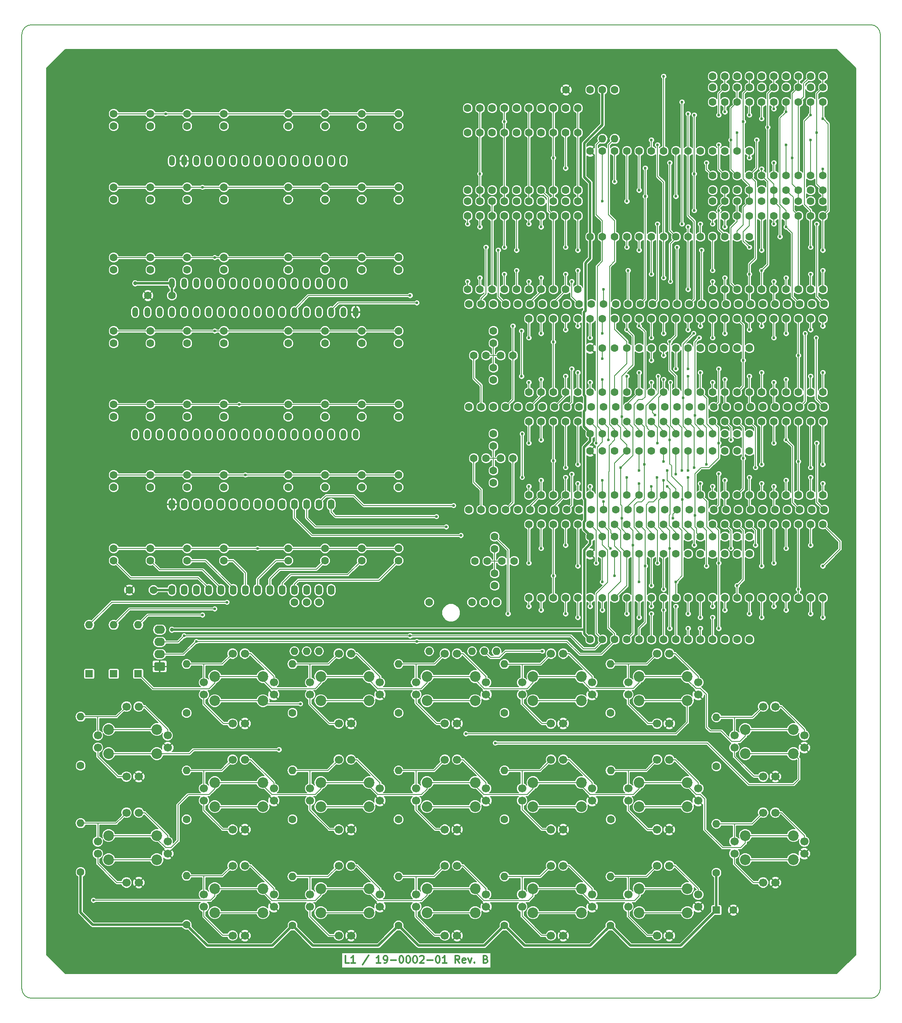
<source format=gtl>
%TF.GenerationSoftware,KiCad,Pcbnew,5.0.2-bee76a0~70~ubuntu18.10.1*%
%TF.CreationDate,2019-03-28T23:17:04+01:00*%
%TF.ProjectId,DesignData,44657369-676e-4446-9174-612e6b696361,rev?*%
%TF.SameCoordinates,PX73a20d0PYd2b6df0*%
%TF.FileFunction,Copper,L1,Top*%
%TF.FilePolarity,Positive*%
%FSLAX46Y46*%
G04 Gerber Fmt 4.6, Leading zero omitted, Abs format (unit mm)*
G04 Created by KiCad (PCBNEW 5.0.2-bee76a0~70~ubuntu18.10.1) date Do 28 Mär 2019 23:17:04 CET*
%MOMM*%
%LPD*%
G01*
G04 APERTURE LIST*
%TA.AperFunction,NonConductor*%
%ADD10C,0.150000*%
%TD*%
%TA.AperFunction,NonConductor*%
%ADD11C,0.300000*%
%TD*%
%TA.AperFunction,ComponentPad*%
%ADD12C,1.600000*%
%TD*%
%TA.AperFunction,ComponentPad*%
%ADD13O,1.200000X2.000000*%
%TD*%
%TA.AperFunction,ComponentPad*%
%ADD14O,1.400000X2.000000*%
%TD*%
%TA.AperFunction,Conductor*%
%ADD15C,0.100000*%
%TD*%
%TA.AperFunction,ComponentPad*%
%ADD16C,1.740000*%
%TD*%
%TA.AperFunction,ComponentPad*%
%ADD17O,2.200000X1.740000*%
%TD*%
%TA.AperFunction,ComponentPad*%
%ADD18O,1.600000X1.600000*%
%TD*%
%TA.AperFunction,ComponentPad*%
%ADD19C,2.200000*%
%TD*%
%TA.AperFunction,ComponentPad*%
%ADD20C,1.700000*%
%TD*%
%TA.AperFunction,ComponentPad*%
%ADD21R,1.600000X1.600000*%
%TD*%
%TA.AperFunction,ViaPad*%
%ADD22C,0.600000*%
%TD*%
%TA.AperFunction,ViaPad*%
%ADD23C,0.800000*%
%TD*%
%TA.AperFunction,Conductor*%
%ADD24C,0.200000*%
%TD*%
%TA.AperFunction,Conductor*%
%ADD25C,0.500000*%
%TD*%
G04 APERTURE END LIST*
D10*
X178000000Y2000000D02*
G75*
G02X176000000Y0I-2000000J0D01*
G01*
X176000000Y202000000D02*
G75*
G02X178000000Y200000000I0J-2000000D01*
G01*
X0Y200000000D02*
G75*
G02X2000000Y202000000I2000000J0D01*
G01*
X2000000Y0D02*
G75*
G02X0Y2000000I0J2000000D01*
G01*
X0Y200000000D02*
X0Y2000000D01*
X176000000Y202000000D02*
X2000000Y202000000D01*
X178000000Y2000000D02*
X178000000Y200000000D01*
X2000000Y0D02*
X176000000Y0D01*
D11*
X67823714Y7322429D02*
X67109428Y7322429D01*
X67109428Y8822429D01*
X69109428Y7322429D02*
X68252285Y7322429D01*
X68680857Y7322429D02*
X68680857Y8822429D01*
X68538000Y8608143D01*
X68395142Y8465286D01*
X68252285Y8393858D01*
X71966571Y8893858D02*
X70680857Y6965286D01*
X74395142Y7322429D02*
X73538000Y7322429D01*
X73966571Y7322429D02*
X73966571Y8822429D01*
X73823714Y8608143D01*
X73680857Y8465286D01*
X73538000Y8393858D01*
X75109428Y7322429D02*
X75395142Y7322429D01*
X75538000Y7393858D01*
X75609428Y7465286D01*
X75752285Y7679572D01*
X75823714Y7965286D01*
X75823714Y8536715D01*
X75752285Y8679572D01*
X75680857Y8751000D01*
X75538000Y8822429D01*
X75252285Y8822429D01*
X75109428Y8751000D01*
X75038000Y8679572D01*
X74966571Y8536715D01*
X74966571Y8179572D01*
X75038000Y8036715D01*
X75109428Y7965286D01*
X75252285Y7893858D01*
X75538000Y7893858D01*
X75680857Y7965286D01*
X75752285Y8036715D01*
X75823714Y8179572D01*
X76466571Y7893858D02*
X77609428Y7893858D01*
X78609428Y8822429D02*
X78752285Y8822429D01*
X78895142Y8751000D01*
X78966571Y8679572D01*
X79038000Y8536715D01*
X79109428Y8251000D01*
X79109428Y7893858D01*
X79038000Y7608143D01*
X78966571Y7465286D01*
X78895142Y7393858D01*
X78752285Y7322429D01*
X78609428Y7322429D01*
X78466571Y7393858D01*
X78395142Y7465286D01*
X78323714Y7608143D01*
X78252285Y7893858D01*
X78252285Y8251000D01*
X78323714Y8536715D01*
X78395142Y8679572D01*
X78466571Y8751000D01*
X78609428Y8822429D01*
X80038000Y8822429D02*
X80180857Y8822429D01*
X80323714Y8751000D01*
X80395142Y8679572D01*
X80466571Y8536715D01*
X80538000Y8251000D01*
X80538000Y7893858D01*
X80466571Y7608143D01*
X80395142Y7465286D01*
X80323714Y7393858D01*
X80180857Y7322429D01*
X80038000Y7322429D01*
X79895142Y7393858D01*
X79823714Y7465286D01*
X79752285Y7608143D01*
X79680857Y7893858D01*
X79680857Y8251000D01*
X79752285Y8536715D01*
X79823714Y8679572D01*
X79895142Y8751000D01*
X80038000Y8822429D01*
X81466571Y8822429D02*
X81609428Y8822429D01*
X81752285Y8751000D01*
X81823714Y8679572D01*
X81895142Y8536715D01*
X81966571Y8251000D01*
X81966571Y7893858D01*
X81895142Y7608143D01*
X81823714Y7465286D01*
X81752285Y7393858D01*
X81609428Y7322429D01*
X81466571Y7322429D01*
X81323714Y7393858D01*
X81252285Y7465286D01*
X81180857Y7608143D01*
X81109428Y7893858D01*
X81109428Y8251000D01*
X81180857Y8536715D01*
X81252285Y8679572D01*
X81323714Y8751000D01*
X81466571Y8822429D01*
X82538000Y8679572D02*
X82609428Y8751000D01*
X82752285Y8822429D01*
X83109428Y8822429D01*
X83252285Y8751000D01*
X83323714Y8679572D01*
X83395142Y8536715D01*
X83395142Y8393858D01*
X83323714Y8179572D01*
X82466571Y7322429D01*
X83395142Y7322429D01*
X84038000Y7893858D02*
X85180857Y7893858D01*
X86180857Y8822429D02*
X86323714Y8822429D01*
X86466571Y8751000D01*
X86538000Y8679572D01*
X86609428Y8536715D01*
X86680857Y8251000D01*
X86680857Y7893858D01*
X86609428Y7608143D01*
X86538000Y7465286D01*
X86466571Y7393858D01*
X86323714Y7322429D01*
X86180857Y7322429D01*
X86038000Y7393858D01*
X85966571Y7465286D01*
X85895142Y7608143D01*
X85823714Y7893858D01*
X85823714Y8251000D01*
X85895142Y8536715D01*
X85966571Y8679572D01*
X86038000Y8751000D01*
X86180857Y8822429D01*
X88109428Y7322429D02*
X87252285Y7322429D01*
X87680857Y7322429D02*
X87680857Y8822429D01*
X87538000Y8608143D01*
X87395142Y8465286D01*
X87252285Y8393858D01*
X90752285Y7322429D02*
X90252285Y8036715D01*
X89895142Y7322429D02*
X89895142Y8822429D01*
X90466571Y8822429D01*
X90609428Y8751000D01*
X90680857Y8679572D01*
X90752285Y8536715D01*
X90752285Y8322429D01*
X90680857Y8179572D01*
X90609428Y8108143D01*
X90466571Y8036715D01*
X89895142Y8036715D01*
X91966571Y7393858D02*
X91823714Y7322429D01*
X91538000Y7322429D01*
X91395142Y7393858D01*
X91323714Y7536715D01*
X91323714Y8108143D01*
X91395142Y8251000D01*
X91538000Y8322429D01*
X91823714Y8322429D01*
X91966571Y8251000D01*
X92038000Y8108143D01*
X92038000Y7965286D01*
X91323714Y7822429D01*
X92538000Y8322429D02*
X92895142Y7322429D01*
X93252285Y8322429D01*
X93823714Y7465286D02*
X93895142Y7393858D01*
X93823714Y7322429D01*
X93752285Y7393858D01*
X93823714Y7465286D01*
X93823714Y7322429D01*
X96180857Y8108143D02*
X96395142Y8036715D01*
X96466571Y7965286D01*
X96538000Y7822429D01*
X96538000Y7608143D01*
X96466571Y7465286D01*
X96395142Y7393858D01*
X96252285Y7322429D01*
X95680857Y7322429D01*
X95680857Y8822429D01*
X96180857Y8822429D01*
X96323714Y8751000D01*
X96395142Y8679572D01*
X96466571Y8536715D01*
X96466571Y8393858D01*
X96395142Y8251000D01*
X96323714Y8179572D01*
X96180857Y8108143D01*
X95680857Y8108143D01*
D12*
%TO.P,U201,10*%
%TO.N,/Display_HT16K33_2/Seg_G*%
X105156000Y119634000D03*
%TO.P,U201,9*%
%TO.N,/Display_HT16K33_2/Seg_F*%
X107696000Y119634000D03*
%TO.P,U201,8*%
%TO.N,/Display_HT16K33_2/COM_1*%
X110236000Y119634000D03*
%TO.P,U201,7*%
%TO.N,/Display_HT16K33_2/Seg_A*%
X112776000Y119634000D03*
%TO.P,U201,6*%
%TO.N,/Display_HT16K33_2/Seg_B*%
X115316000Y119634000D03*
%TO.P,U201,5*%
%TO.N,/Display_HT16K33_2/Seg_DP*%
X115316000Y104394000D03*
%TO.P,U201,4*%
%TO.N,/Display_HT16K33_2/Seg_C*%
X112776000Y104394000D03*
%TO.P,U201,3*%
%TO.N,/Display_HT16K33_2/COM_1*%
X110236000Y104394000D03*
%TO.P,U201,2*%
%TO.N,/Display_HT16K33_2/Seg_D*%
X107696000Y104394000D03*
%TO.P,U201,1*%
%TO.N,/Display_HT16K33_2/Seg_E*%
X105156000Y104394000D03*
%TD*%
%TO.P,U202,10*%
%TO.N,/Display_HT16K33_2/Seg_G*%
X117856000Y119634000D03*
%TO.P,U202,9*%
%TO.N,/Display_HT16K33_2/Seg_F*%
X120396000Y119634000D03*
%TO.P,U202,8*%
%TO.N,/Display_HT16K33_2/COM_2*%
X122936000Y119634000D03*
%TO.P,U202,7*%
%TO.N,/Display_HT16K33_2/Seg_A*%
X125476000Y119634000D03*
%TO.P,U202,6*%
%TO.N,/Display_HT16K33_2/Seg_B*%
X128016000Y119634000D03*
%TO.P,U202,5*%
%TO.N,/Display_HT16K33_2/Seg_DP*%
X128016000Y104394000D03*
%TO.P,U202,4*%
%TO.N,/Display_HT16K33_2/Seg_C*%
X125476000Y104394000D03*
%TO.P,U202,3*%
%TO.N,/Display_HT16K33_2/COM_2*%
X122936000Y104394000D03*
%TO.P,U202,2*%
%TO.N,/Display_HT16K33_2/Seg_D*%
X120396000Y104394000D03*
%TO.P,U202,1*%
%TO.N,/Display_HT16K33_2/Seg_E*%
X117856000Y104394000D03*
%TD*%
%TO.P,U200,15*%
%TO.N,/Display_HT16K33_2/K8*%
X150876000Y95758000D03*
%TO.P,U200,19*%
%TO.N,/Display_HT16K33_2/Seg_G*%
X140716000Y95758000D03*
%TO.P,U200,18*%
%TO.N,/Display_HT16K33_2/Seg_DP*%
X143256000Y95758000D03*
%TO.P,U200,17*%
%TO.N,/Display_HT16K33_2/K6*%
X145796000Y95758000D03*
%TO.P,U200,16*%
%TO.N,/Display_HT16K33_2/K7*%
X148336000Y95758000D03*
%TO.P,U200,14*%
%TO.N,/Display_HT16K33_2/K9*%
X150876000Y113538000D03*
%TO.P,U200,13*%
%TO.N,/Display_HT16K33_2/K10*%
X148336000Y113538000D03*
%TO.P,U200,12*%
%TO.N,/Display_HT16K33_2/K11*%
X145796000Y113538000D03*
%TO.P,U200,28*%
%TO.N,VCC*%
X117856000Y95758000D03*
%TO.P,U200,27*%
%TO.N,SDA*%
X120396000Y95758000D03*
%TO.P,U200,24*%
%TO.N,/Display_HT16K33_2/Seg_B*%
X128016000Y95758000D03*
%TO.P,U200,21*%
%TO.N,/Display_HT16K33_2/Seg_E*%
X135636000Y95758000D03*
%TO.P,U200,22*%
%TO.N,/Display_HT16K33_2/Seg_D*%
X133096000Y95758000D03*
%TO.P,U200,25*%
%TO.N,/Display_HT16K33_2/Seg_A*%
X125476000Y95758000D03*
%TO.P,U200,23*%
%TO.N,/Display_HT16K33_2/Seg_C*%
X130556000Y95758000D03*
%TO.P,U200,20*%
%TO.N,/Display_HT16K33_2/Seg_F*%
X138176000Y95758000D03*
%TO.P,U200,26*%
%TO.N,SCL*%
X122936000Y95758000D03*
%TO.P,U200,11*%
%TO.N,/Display_HT16K33_2/K12*%
X143256000Y113538000D03*
%TO.P,U200,10*%
%TO.N,/Display_HT16K33_2/K13*%
X140716000Y113538000D03*
%TO.P,U200,9*%
%TO.N,/Display_HT16K33_2/COM_7*%
X138176000Y113538000D03*
%TO.P,U200,8*%
%TO.N,/Display_HT16K33_2/COM_6*%
X135636000Y113538000D03*
%TO.P,U200,7*%
%TO.N,/Display_HT16K33_2/COM_5*%
X133096000Y113538000D03*
%TO.P,U200,6*%
%TO.N,/Display_HT16K33_2/COM_4*%
X130556000Y113538000D03*
%TO.P,U200,5*%
%TO.N,/Display_HT16K33_2/COM_3*%
X128016000Y113538000D03*
%TO.P,U200,4*%
%TO.N,/Display_HT16K33_2/COM_2*%
X125476000Y113538000D03*
%TO.P,U200,3*%
%TO.N,/Display_HT16K33_2/COM_1*%
X122936000Y113538000D03*
%TO.P,U200,2*%
%TO.N,/Display_HT16K33_2/COM_0*%
X120396000Y113538000D03*
%TO.P,U200,1*%
%TO.N,GND*%
X117856000Y113538000D03*
%TD*%
%TO.P,U300,15*%
%TO.N,/Display_HT16K33_3/K8*%
X150876000Y117094000D03*
%TO.P,U300,19*%
%TO.N,/Display_HT16K33_3/Seg_G*%
X140716000Y117094000D03*
%TO.P,U300,18*%
%TO.N,/Display_HT16K33_3/Seg_DP*%
X143256000Y117094000D03*
%TO.P,U300,17*%
%TO.N,/Display_HT16K33_3/K6*%
X145796000Y117094000D03*
%TO.P,U300,16*%
%TO.N,/Display_HT16K33_3/K7*%
X148336000Y117094000D03*
%TO.P,U300,14*%
%TO.N,/Display_HT16K33_3/K9*%
X150876000Y134874000D03*
%TO.P,U300,13*%
%TO.N,/Display_HT16K33_3/K10*%
X148336000Y134874000D03*
%TO.P,U300,12*%
%TO.N,/Display_HT16K33_3/K11*%
X145796000Y134874000D03*
%TO.P,U300,28*%
%TO.N,VCC*%
X117856000Y117094000D03*
%TO.P,U300,27*%
%TO.N,SDA*%
X120396000Y117094000D03*
%TO.P,U300,24*%
%TO.N,/Display_HT16K33_3/Seg_B*%
X128016000Y117094000D03*
%TO.P,U300,21*%
%TO.N,/Display_HT16K33_3/Seg_E*%
X135636000Y117094000D03*
%TO.P,U300,22*%
%TO.N,/Display_HT16K33_3/Seg_D*%
X133096000Y117094000D03*
%TO.P,U300,25*%
%TO.N,/Display_HT16K33_3/Seg_A*%
X125476000Y117094000D03*
%TO.P,U300,23*%
%TO.N,/Display_HT16K33_3/Seg_C*%
X130556000Y117094000D03*
%TO.P,U300,20*%
%TO.N,/Display_HT16K33_3/Seg_F*%
X138176000Y117094000D03*
%TO.P,U300,26*%
%TO.N,SCL*%
X122936000Y117094000D03*
%TO.P,U300,11*%
%TO.N,/Display_HT16K33_3/K12*%
X143256000Y134874000D03*
%TO.P,U300,10*%
%TO.N,/Display_HT16K33_3/K13*%
X140716000Y134874000D03*
%TO.P,U300,9*%
%TO.N,/Display_HT16K33_3/COM_7*%
X138176000Y134874000D03*
%TO.P,U300,8*%
%TO.N,/Display_HT16K33_3/COM_6*%
X135636000Y134874000D03*
%TO.P,U300,7*%
%TO.N,/Display_HT16K33_3/COM_5*%
X133096000Y134874000D03*
%TO.P,U300,6*%
%TO.N,/Display_HT16K33_3/COM_4*%
X130556000Y134874000D03*
%TO.P,U300,5*%
%TO.N,/Display_HT16K33_3/COM_3*%
X128016000Y134874000D03*
%TO.P,U300,4*%
%TO.N,/Display_HT16K33_3/COM_2*%
X125476000Y134874000D03*
%TO.P,U300,3*%
%TO.N,/Display_HT16K33_3/COM_1*%
X122936000Y134874000D03*
%TO.P,U300,2*%
%TO.N,/Display_HT16K33_3/COM_0*%
X120396000Y134874000D03*
%TO.P,U300,1*%
%TO.N,GND*%
X117856000Y134874000D03*
%TD*%
D13*
%TO.P,U2,1*%
%TO.N,Net-(U2-Pad1)*%
X66675000Y148336000D03*
%TO.P,U2,2*%
%TO.N,Net-(U2-Pad2)*%
X64135000Y148336000D03*
%TO.P,U2,3*%
%TO.N,Net-(U2-Pad3)*%
X61595000Y148336000D03*
%TO.P,U2,4*%
%TO.N,Net-(U2-Pad4)*%
X59055000Y148336000D03*
%TO.P,U2,5*%
%TO.N,Net-(U2-Pad5)*%
X56515000Y148336000D03*
%TO.P,U2,6*%
%TO.N,N/C*%
X53975000Y148336000D03*
%TO.P,U2,7*%
%TO.N,Net-(U2-Pad7)*%
X51435000Y148336000D03*
%TO.P,U2,8*%
%TO.N,Net-(U2-Pad8)*%
X48895000Y148336000D03*
%TO.P,U2,30*%
%TO.N,Net-(U2-Pad30)*%
X66675000Y173736000D03*
%TO.P,U2,9*%
%TO.N,Net-(U2-Pad9)*%
X46355000Y148336000D03*
%TO.P,U2,29*%
%TO.N,SCL*%
X64135000Y173736000D03*
%TO.P,U2,10*%
%TO.N,Net-(U2-Pad10)*%
X43815000Y148336000D03*
%TO.P,U2,28*%
%TO.N,Net-(U2-Pad28)*%
X61595000Y173736000D03*
%TO.P,U2,11*%
%TO.N,Net-(U2-Pad11)*%
X41275000Y148336000D03*
%TO.P,U2,27*%
%TO.N,Net-(U2-Pad27)*%
X59055000Y173736000D03*
%TO.P,U2,12*%
%TO.N,Net-(U2-Pad12)*%
X38735000Y148336000D03*
%TO.P,U2,26*%
%TO.N,SDA*%
X56515000Y173736000D03*
%TO.P,U2,13*%
%TO.N,Net-(U2-Pad13)*%
X36195000Y148336000D03*
%TO.P,U2,25*%
%TO.N,Net-(U2-Pad25)*%
X53975000Y173736000D03*
%TO.P,U2,14*%
%TO.N,Net-(U2-Pad14)*%
X33655000Y148336000D03*
%TO.P,U2,24*%
%TO.N,Net-(U2-Pad24)*%
X51435000Y173736000D03*
%TO.P,U2,15*%
%TO.N,VCC*%
X31115000Y148336000D03*
%TO.P,U2,23*%
%TO.N,Net-(U2-Pad23)*%
X48895000Y173736000D03*
%TO.P,U2,22*%
%TO.N,Net-(U2-Pad22)*%
X46355000Y173736000D03*
%TO.P,U2,21*%
%TO.N,Net-(U2-Pad21)*%
X43815000Y173736000D03*
%TO.P,U2,20*%
%TO.N,Net-(U2-Pad20)*%
X41275000Y173736000D03*
%TO.P,U2,19*%
%TO.N,Net-(U2-Pad19)*%
X38735000Y173736000D03*
%TO.P,U2,18*%
%TO.N,Net-(U2-Pad18)*%
X36195000Y173736000D03*
%TO.P,U2,17*%
%TO.N,GND*%
X33655000Y173736000D03*
%TO.P,U2,16*%
%TO.N,Net-(U2-Pad16)*%
X31115000Y173736000D03*
%TD*%
D12*
%TO.P,U400,15*%
%TO.N,/Display_HT16K33_4/LED_3*%
X150876000Y157988000D03*
%TO.P,U400,19*%
%TO.N,/Display_HT16K33_4/Seg_G*%
X140716000Y157988000D03*
%TO.P,U400,18*%
%TO.N,/Display_HT16K33_4/Seg_DP*%
X143256000Y157988000D03*
%TO.P,U400,17*%
%TO.N,/Display_HT16K33_4/LED_1*%
X145796000Y157988000D03*
%TO.P,U400,16*%
%TO.N,/Display_HT16K33_4/LED_2*%
X148336000Y157988000D03*
%TO.P,U400,14*%
%TO.N,/Display_HT16K33_4/LED_4*%
X150876000Y175768000D03*
%TO.P,U400,13*%
%TO.N,/Display_HT16K33_4/LED_5*%
X148336000Y175768000D03*
%TO.P,U400,12*%
%TO.N,Net-(U400-Pad12)*%
X145796000Y175768000D03*
%TO.P,U400,28*%
%TO.N,VCC*%
X117856000Y157988000D03*
%TO.P,U400,27*%
%TO.N,SDA*%
X120396000Y157988000D03*
%TO.P,U400,24*%
%TO.N,/Display_HT16K33_4/Seg_B*%
X128016000Y157988000D03*
%TO.P,U400,21*%
%TO.N,/Display_HT16K33_4/Seg_E*%
X135636000Y157988000D03*
%TO.P,U400,22*%
%TO.N,/Display_HT16K33_4/Seg_D*%
X133096000Y157988000D03*
%TO.P,U400,25*%
%TO.N,/Display_HT16K33_4/Seg_A*%
X125476000Y157988000D03*
%TO.P,U400,23*%
%TO.N,/Display_HT16K33_4/Seg_C*%
X130556000Y157988000D03*
%TO.P,U400,20*%
%TO.N,/Display_HT16K33_4/Seg_F*%
X138176000Y157988000D03*
%TO.P,U400,26*%
%TO.N,SCL*%
X122936000Y157988000D03*
%TO.P,U400,11*%
%TO.N,Net-(U400-Pad11)*%
X143256000Y175768000D03*
%TO.P,U400,10*%
%TO.N,Net-(U400-Pad10)*%
X140716000Y175768000D03*
%TO.P,U400,9*%
%TO.N,/Display_HT16K33_4/COM_7*%
X138176000Y175768000D03*
%TO.P,U400,8*%
%TO.N,/Display_HT16K33_4/COM_6*%
X135636000Y175768000D03*
%TO.P,U400,7*%
%TO.N,/Display_HT16K33_4/COM_5*%
X133096000Y175768000D03*
%TO.P,U400,6*%
%TO.N,/Display_HT16K33_4/COM_4*%
X130556000Y175768000D03*
%TO.P,U400,5*%
%TO.N,/Display_HT16K33_4/COM_3*%
X128016000Y175768000D03*
%TO.P,U400,4*%
%TO.N,/Display_HT16K33_4/COM_2*%
X125476000Y175768000D03*
%TO.P,U400,3*%
%TO.N,/Display_HT16K33_4/COM_1*%
X122936000Y175768000D03*
%TO.P,U400,2*%
%TO.N,/Display_HT16K33_4/COM_0*%
X120396000Y175768000D03*
%TO.P,U400,1*%
%TO.N,GND*%
X117856000Y175768000D03*
%TD*%
%TO.P,U100,15*%
%TO.N,/Display_HT16K33_1/K8*%
X150876000Y74422000D03*
%TO.P,U100,19*%
%TO.N,/Display_HT16K33_1/Seg_G*%
X140716000Y74422000D03*
%TO.P,U100,18*%
%TO.N,/Display_HT16K33_1/Seg_DP*%
X143256000Y74422000D03*
%TO.P,U100,17*%
%TO.N,/Display_HT16K33_1/K6*%
X145796000Y74422000D03*
%TO.P,U100,16*%
%TO.N,/Display_HT16K33_1/K7*%
X148336000Y74422000D03*
%TO.P,U100,14*%
%TO.N,/Display_HT16K33_1/K9*%
X150876000Y92202000D03*
%TO.P,U100,13*%
%TO.N,/Display_HT16K33_1/K10*%
X148336000Y92202000D03*
%TO.P,U100,12*%
%TO.N,/Display_HT16K33_1/K11*%
X145796000Y92202000D03*
%TO.P,U100,28*%
%TO.N,VCC*%
X117856000Y74422000D03*
%TO.P,U100,27*%
%TO.N,SDA*%
X120396000Y74422000D03*
%TO.P,U100,24*%
%TO.N,/Display_HT16K33_1/Seg_B*%
X128016000Y74422000D03*
%TO.P,U100,21*%
%TO.N,/Display_HT16K33_1/Seg_E*%
X135636000Y74422000D03*
%TO.P,U100,22*%
%TO.N,/Display_HT16K33_1/Seg_D*%
X133096000Y74422000D03*
%TO.P,U100,25*%
%TO.N,/Display_HT16K33_1/Seg_A*%
X125476000Y74422000D03*
%TO.P,U100,23*%
%TO.N,/Display_HT16K33_1/Seg_C*%
X130556000Y74422000D03*
%TO.P,U100,20*%
%TO.N,/Display_HT16K33_1/Seg_F*%
X138176000Y74422000D03*
%TO.P,U100,26*%
%TO.N,SCL*%
X122936000Y74422000D03*
%TO.P,U100,11*%
%TO.N,/Display_HT16K33_1/K12*%
X143256000Y92202000D03*
%TO.P,U100,10*%
%TO.N,/Display_HT16K33_1/K13*%
X140716000Y92202000D03*
%TO.P,U100,9*%
%TO.N,/Display_HT16K33_1/COM_7*%
X138176000Y92202000D03*
%TO.P,U100,8*%
%TO.N,/Display_HT16K33_1/COM_6*%
X135636000Y92202000D03*
%TO.P,U100,7*%
%TO.N,/Display_HT16K33_1/COM_5*%
X133096000Y92202000D03*
%TO.P,U100,6*%
%TO.N,/Display_HT16K33_1/COM_4*%
X130556000Y92202000D03*
%TO.P,U100,5*%
%TO.N,/Display_HT16K33_1/COM_3*%
X128016000Y92202000D03*
%TO.P,U100,4*%
%TO.N,/Display_HT16K33_1/COM_2*%
X125476000Y92202000D03*
%TO.P,U100,3*%
%TO.N,/Display_HT16K33_1/COM_1*%
X122936000Y92202000D03*
%TO.P,U100,2*%
%TO.N,/Display_HT16K33_1/COM_0*%
X120396000Y92202000D03*
%TO.P,U100,1*%
%TO.N,GND*%
X117856000Y92202000D03*
%TD*%
D13*
%TO.P,U1,38*%
%TO.N,GND*%
X69215000Y142367000D03*
%TO.P,U1,1*%
%TO.N,Net-(U1-Pad1)*%
X69215000Y116967000D03*
%TO.P,U1,37*%
%TO.N,Net-(U1-Pad37)*%
X66675000Y142367000D03*
%TO.P,U1,2*%
%TO.N,Net-(U1-Pad2)*%
X66675000Y116967000D03*
%TO.P,U1,36*%
%TO.N,SCL*%
X64135000Y142367000D03*
%TO.P,U1,3*%
%TO.N,Net-(U1-Pad3)*%
X64135000Y116967000D03*
%TO.P,U1,35*%
%TO.N,Net-(U1-Pad35)*%
X61595000Y142367000D03*
%TO.P,U1,4*%
%TO.N,Net-(U1-Pad4)*%
X61595000Y116967000D03*
%TO.P,U1,34*%
%TO.N,Net-(U1-Pad34)*%
X59055000Y142367000D03*
%TO.P,U1,5*%
%TO.N,Net-(U1-Pad5)*%
X59055000Y116967000D03*
%TO.P,U1,33*%
%TO.N,SDA*%
X56515000Y142367000D03*
%TO.P,U1,6*%
%TO.N,Net-(U1-Pad6)*%
X56515000Y116967000D03*
%TO.P,U1,32*%
%TO.N,Net-(U1-Pad32)*%
X53975000Y142367000D03*
%TO.P,U1,7*%
%TO.N,Net-(U1-Pad7)*%
X53975000Y116967000D03*
%TO.P,U1,31*%
%TO.N,Net-(U1-Pad31)*%
X51435000Y142367000D03*
%TO.P,U1,8*%
%TO.N,Net-(U1-Pad8)*%
X51435000Y116967000D03*
%TO.P,U1,30*%
%TO.N,Net-(U1-Pad30)*%
X48895000Y142367000D03*
%TO.P,U1,9*%
%TO.N,Net-(U1-Pad9)*%
X48895000Y116967000D03*
%TO.P,U1,29*%
%TO.N,Net-(U1-Pad29)*%
X46355000Y142367000D03*
%TO.P,U1,10*%
%TO.N,Net-(U1-Pad10)*%
X46355000Y116967000D03*
%TO.P,U1,28*%
%TO.N,Net-(U1-Pad28)*%
X43815000Y142367000D03*
%TO.P,U1,11*%
%TO.N,Net-(U1-Pad11)*%
X43815000Y116967000D03*
%TO.P,U1,27*%
%TO.N,Net-(U1-Pad27)*%
X41275000Y142367000D03*
%TO.P,U1,12*%
%TO.N,Net-(U1-Pad12)*%
X41275000Y116967000D03*
%TO.P,U1,26*%
%TO.N,Net-(U1-Pad26)*%
X38735000Y142367000D03*
%TO.P,U1,13*%
%TO.N,Net-(U1-Pad13)*%
X38735000Y116967000D03*
%TO.P,U1,25*%
%TO.N,Net-(U1-Pad25)*%
X36195000Y142367000D03*
%TO.P,U1,14*%
%TO.N,Net-(U1-Pad14)*%
X36195000Y116967000D03*
%TO.P,U1,24*%
%TO.N,Net-(U1-Pad24)*%
X33655000Y142367000D03*
%TO.P,U1,15*%
%TO.N,Net-(U1-Pad15)*%
X33655000Y116967000D03*
%TO.P,U1,23*%
%TO.N,Net-(U1-Pad23)*%
X31115000Y142367000D03*
%TO.P,U1,16*%
%TO.N,Net-(U1-Pad16)*%
X31115000Y116967000D03*
%TO.P,U1,22*%
%TO.N,Net-(U1-Pad22)*%
X28575000Y142367000D03*
%TO.P,U1,17*%
%TO.N,Net-(U1-Pad17)*%
X28575000Y116967000D03*
%TO.P,U1,21*%
%TO.N,Net-(U1-Pad21)*%
X26035000Y142367000D03*
%TO.P,U1,18*%
%TO.N,Net-(U1-Pad18)*%
X26035000Y116967000D03*
%TO.P,U1,20*%
%TO.N,Net-(U1-Pad20)*%
X23495000Y142367000D03*
%TO.P,U1,19*%
%TO.N,VCC*%
X23495000Y116967000D03*
%TD*%
D14*
%TO.P,U106,15*%
%TO.N,/LED_Key_HT16K33/K8*%
X64135000Y84709000D03*
%TO.P,U106,19*%
%TO.N,/LED_Key_HT16K33/LED_6*%
X53975000Y84709000D03*
%TO.P,U106,18*%
%TO.N,/LED_Key_HT16K33/LED_7*%
X56515000Y84709000D03*
%TO.P,U106,17*%
%TO.N,/LED_Key_HT16K33/K6*%
X59055000Y84709000D03*
%TO.P,U106,16*%
%TO.N,/LED_Key_HT16K33/K7*%
X61595000Y84709000D03*
%TO.P,U106,14*%
%TO.N,/LED_Key_HT16K33/K9*%
X64135000Y102489000D03*
%TO.P,U106,13*%
%TO.N,/LED_Key_HT16K33/K10*%
X61595000Y102489000D03*
%TO.P,U106,12*%
%TO.N,/LED_Key_HT16K33/K11*%
X59055000Y102489000D03*
%TO.P,U106,28*%
%TO.N,VCC*%
X31115000Y84709000D03*
%TO.P,U106,27*%
%TO.N,SDA*%
X33655000Y84709000D03*
%TO.P,U106,24*%
%TO.N,/LED_Key_HT16K33/LED_1*%
X41275000Y84709000D03*
%TO.P,U106,21*%
%TO.N,/LED_Key_HT16K33/LED_4*%
X48895000Y84709000D03*
%TO.P,U106,22*%
%TO.N,/LED_Key_HT16K33/LED_3*%
X46355000Y84709000D03*
%TO.P,U106,25*%
%TO.N,/LED_Key_HT16K33/LED_0*%
X38735000Y84709000D03*
%TO.P,U106,23*%
%TO.N,/LED_Key_HT16K33/LED_2*%
X43815000Y84709000D03*
%TO.P,U106,20*%
%TO.N,/LED_Key_HT16K33/LED_5*%
X51435000Y84709000D03*
%TO.P,U106,26*%
%TO.N,SCL*%
X36195000Y84709000D03*
%TO.P,U106,11*%
%TO.N,/LED_Key_HT16K33/K12*%
X56515000Y102489000D03*
%TO.P,U106,10*%
%TO.N,/LED_Key_HT16K33/K13*%
X53975000Y102489000D03*
%TO.P,U106,9*%
%TO.N,/LED_Key_HT16K33/COM_7*%
X51435000Y102489000D03*
%TO.P,U106,8*%
%TO.N,/LED_Key_HT16K33/COM_6*%
X48895000Y102489000D03*
%TO.P,U106,7*%
%TO.N,/LED_Key_HT16K33/COM_5*%
X46355000Y102489000D03*
%TO.P,U106,6*%
%TO.N,/LED_Key_HT16K33/COM_4*%
X43815000Y102489000D03*
%TO.P,U106,5*%
%TO.N,/LED_Key_HT16K33/COM_3*%
X41275000Y102489000D03*
%TO.P,U106,4*%
%TO.N,/LED_Key_HT16K33/COM_2*%
X38735000Y102489000D03*
%TO.P,U106,3*%
%TO.N,/LED_Key_HT16K33/COM_1*%
X36195000Y102489000D03*
%TO.P,U106,2*%
%TO.N,/LED_Key_HT16K33/COM_0*%
X33655000Y102489000D03*
%TO.P,U106,1*%
%TO.N,GND*%
X31115000Y102489000D03*
%TD*%
D15*
%TO.N,GND*%
%TO.C,J1*%
G36*
X29449505Y69702796D02*
X29473773Y69699196D01*
X29497572Y69693235D01*
X29520671Y69684970D01*
X29542850Y69674480D01*
X29563893Y69661868D01*
X29583599Y69647253D01*
X29601777Y69630777D01*
X29618253Y69612599D01*
X29632868Y69592893D01*
X29645480Y69571850D01*
X29655970Y69549671D01*
X29664235Y69526572D01*
X29670196Y69502773D01*
X29673796Y69478505D01*
X29675000Y69454001D01*
X29675000Y68213999D01*
X29673796Y68189495D01*
X29670196Y68165227D01*
X29664235Y68141428D01*
X29655970Y68118329D01*
X29645480Y68096150D01*
X29632868Y68075107D01*
X29618253Y68055401D01*
X29601777Y68037223D01*
X29583599Y68020747D01*
X29563893Y68006132D01*
X29542850Y67993520D01*
X29520671Y67983030D01*
X29497572Y67974765D01*
X29473773Y67968804D01*
X29449505Y67965204D01*
X29425001Y67964000D01*
X27724999Y67964000D01*
X27700495Y67965204D01*
X27676227Y67968804D01*
X27652428Y67974765D01*
X27629329Y67983030D01*
X27607150Y67993520D01*
X27586107Y68006132D01*
X27566401Y68020747D01*
X27548223Y68037223D01*
X27531747Y68055401D01*
X27517132Y68075107D01*
X27504520Y68096150D01*
X27494030Y68118329D01*
X27485765Y68141428D01*
X27479804Y68165227D01*
X27476204Y68189495D01*
X27475000Y68213999D01*
X27475000Y69454001D01*
X27476204Y69478505D01*
X27479804Y69502773D01*
X27485765Y69526572D01*
X27494030Y69549671D01*
X27504520Y69571850D01*
X27517132Y69592893D01*
X27531747Y69612599D01*
X27548223Y69630777D01*
X27566401Y69647253D01*
X27586107Y69661868D01*
X27607150Y69674480D01*
X27629329Y69684970D01*
X27652428Y69693235D01*
X27676227Y69699196D01*
X27700495Y69702796D01*
X27724999Y69704000D01*
X29425001Y69704000D01*
X29449505Y69702796D01*
X29449505Y69702796D01*
G37*
D16*
%TD*%
%TO.P,J1,1*%
%TO.N,GND*%
X28575000Y68834000D03*
D17*
%TO.P,J1,2*%
%TO.N,SCL*%
X28575000Y71374000D03*
%TO.P,J1,3*%
%TO.N,SDA*%
X28575000Y73914000D03*
%TO.P,J1,4*%
%TO.N,VCC*%
X28575000Y76454000D03*
%TD*%
D12*
%TO.P,R104,1*%
%TO.N,/LED_Key_HT16K33/K9*%
X84455000Y82169000D03*
D18*
%TO.P,R104,2*%
%TO.N,Net-(R104-Pad2)*%
X84455000Y72009000D03*
%TD*%
%TO.P,R107,2*%
%TO.N,Net-(R107-Pad2)*%
X98425000Y72009000D03*
D12*
%TO.P,R107,1*%
%TO.N,/LED_Key_HT16K33/K12*%
X98425000Y82169000D03*
%TD*%
%TO.P,R106,1*%
%TO.N,/LED_Key_HT16K33/K11*%
X93345000Y82169000D03*
D18*
%TO.P,R106,2*%
%TO.N,Net-(R106-Pad2)*%
X93345000Y72009000D03*
%TD*%
%TO.P,R105,2*%
%TO.N,Net-(R105-Pad2)*%
X95885000Y72009000D03*
D12*
%TO.P,R105,1*%
%TO.N,/LED_Key_HT16K33/K10*%
X95885000Y82169000D03*
%TD*%
%TO.P,R103,1*%
%TO.N,/LED_Key_HT16K33/K8*%
X61595000Y82169000D03*
D18*
%TO.P,R103,2*%
%TO.N,Net-(R103-Pad2)*%
X61595000Y72009000D03*
%TD*%
%TO.P,R102,2*%
%TO.N,Net-(R102-Pad2)*%
X59055000Y72009000D03*
D12*
%TO.P,R102,1*%
%TO.N,/LED_Key_HT16K33/K7*%
X59055000Y82169000D03*
%TD*%
%TO.P,R101,1*%
%TO.N,/LED_Key_HT16K33/K6*%
X56515000Y82169000D03*
D18*
%TO.P,R101,2*%
%TO.N,Net-(R101-Pad2)*%
X56515000Y72009000D03*
%TD*%
D19*
%TO.P,SW23,1*%
%TO.N,Net-(R103-Pad2)*%
X62000000Y39750000D03*
X72000000Y39750000D03*
%TO.P,SW23,2*%
%TO.N,/LED_Key_HT16K33/KS_2*%
X72000000Y44750000D03*
X62000000Y44750000D03*
%TD*%
%TO.P,SW35,2*%
%TO.N,/LED_Key_HT16K33/KS_3*%
X106000000Y22750000D03*
X116000000Y22750000D03*
%TO.P,SW35,1*%
%TO.N,Net-(R105-Pad2)*%
X116000000Y17750000D03*
X106000000Y17750000D03*
%TD*%
%TO.P,SW34,1*%
%TO.N,Net-(R104-Pad2)*%
X84000000Y17750000D03*
X94000000Y17750000D03*
%TO.P,SW34,2*%
%TO.N,/LED_Key_HT16K33/KS_3*%
X94000000Y22750000D03*
X84000000Y22750000D03*
%TD*%
%TO.P,SW33,2*%
%TO.N,/LED_Key_HT16K33/KS_3*%
X62000000Y22750000D03*
X72000000Y22750000D03*
%TO.P,SW33,1*%
%TO.N,Net-(R103-Pad2)*%
X72000000Y17750000D03*
X62000000Y17750000D03*
%TD*%
%TO.P,SW32,1*%
%TO.N,Net-(R102-Pad2)*%
X40000000Y17750000D03*
X50000000Y17750000D03*
%TO.P,SW32,2*%
%TO.N,/LED_Key_HT16K33/KS_3*%
X50000000Y22750000D03*
X40000000Y22750000D03*
%TD*%
%TO.P,SW27,2*%
%TO.N,/LED_Key_HT16K33/KS_2*%
X150000000Y33750000D03*
X160000000Y33750000D03*
%TO.P,SW27,1*%
%TO.N,Net-(R107-Pad2)*%
X160000000Y28750000D03*
X150000000Y28750000D03*
%TD*%
%TO.P,SW26,1*%
%TO.N,Net-(R106-Pad2)*%
X128000000Y39750000D03*
X138000000Y39750000D03*
%TO.P,SW26,2*%
%TO.N,/LED_Key_HT16K33/KS_2*%
X138000000Y44750000D03*
X128000000Y44750000D03*
%TD*%
%TO.P,SW25,2*%
%TO.N,/LED_Key_HT16K33/KS_2*%
X106000000Y44750000D03*
X116000000Y44750000D03*
%TO.P,SW25,1*%
%TO.N,Net-(R105-Pad2)*%
X116000000Y39750000D03*
X106000000Y39750000D03*
%TD*%
%TO.P,SW24,1*%
%TO.N,Net-(R104-Pad2)*%
X84000000Y39750000D03*
X94000000Y39750000D03*
%TO.P,SW24,2*%
%TO.N,/LED_Key_HT16K33/KS_2*%
X94000000Y44750000D03*
X84000000Y44750000D03*
%TD*%
%TO.P,SW22,2*%
%TO.N,/LED_Key_HT16K33/KS_2*%
X40000000Y44750000D03*
X50000000Y44750000D03*
%TO.P,SW22,1*%
%TO.N,Net-(R102-Pad2)*%
X50000000Y39750000D03*
X40000000Y39750000D03*
%TD*%
%TO.P,SW21,1*%
%TO.N,Net-(R101-Pad2)*%
X18000000Y28750000D03*
X28000000Y28750000D03*
%TO.P,SW21,2*%
%TO.N,/LED_Key_HT16K33/KS_2*%
X28000000Y33750000D03*
X18000000Y33750000D03*
%TD*%
%TO.P,SW17,2*%
%TO.N,/LED_Key_HT16K33/KS_1*%
X150000000Y55750000D03*
X160000000Y55750000D03*
%TO.P,SW17,1*%
%TO.N,Net-(R107-Pad2)*%
X160000000Y50750000D03*
X150000000Y50750000D03*
%TD*%
%TO.P,SW16,1*%
%TO.N,Net-(R106-Pad2)*%
X128000000Y61750000D03*
X138000000Y61750000D03*
%TO.P,SW16,2*%
%TO.N,/LED_Key_HT16K33/KS_1*%
X138000000Y66750000D03*
X128000000Y66750000D03*
%TD*%
%TO.P,SW15,2*%
%TO.N,/LED_Key_HT16K33/KS_1*%
X106000000Y66750000D03*
X116000000Y66750000D03*
%TO.P,SW15,1*%
%TO.N,Net-(R105-Pad2)*%
X116000000Y61750000D03*
X106000000Y61750000D03*
%TD*%
%TO.P,SW14,1*%
%TO.N,Net-(R104-Pad2)*%
X84000000Y61750000D03*
X94000000Y61750000D03*
%TO.P,SW14,2*%
%TO.N,/LED_Key_HT16K33/KS_1*%
X94000000Y66750000D03*
X84000000Y66750000D03*
%TD*%
%TO.P,SW13,2*%
%TO.N,/LED_Key_HT16K33/KS_1*%
X62000000Y66750000D03*
X72000000Y66750000D03*
%TO.P,SW13,1*%
%TO.N,Net-(R103-Pad2)*%
X72000000Y61750000D03*
X62000000Y61750000D03*
%TD*%
%TO.P,SW12,1*%
%TO.N,Net-(R102-Pad2)*%
X40000000Y61750000D03*
X50000000Y61750000D03*
%TO.P,SW12,2*%
%TO.N,/LED_Key_HT16K33/KS_1*%
X50000000Y66750000D03*
X40000000Y66750000D03*
%TD*%
%TO.P,SW11,2*%
%TO.N,/LED_Key_HT16K33/KS_1*%
X18000000Y55750000D03*
X28000000Y55750000D03*
%TO.P,SW11,1*%
%TO.N,Net-(R101-Pad2)*%
X28000000Y50750000D03*
X18000000Y50750000D03*
%TD*%
%TO.P,SW36,1*%
%TO.N,Net-(R106-Pad2)*%
X128000000Y17750000D03*
X138000000Y17750000D03*
%TO.P,SW36,2*%
%TO.N,/LED_Key_HT16K33/KS_3*%
X138000000Y22750000D03*
X128000000Y22750000D03*
%TD*%
D12*
%TO.P,R811,1*%
%TO.N,VCC*%
X34163000Y15240000D03*
D18*
%TO.P,R811,2*%
%TO.N,Net-(D811-Pad2)*%
X34163000Y25400000D03*
%TD*%
%TO.P,R821,2*%
%TO.N,Net-(D821-Pad2)*%
X56134000Y25273000D03*
D12*
%TO.P,R821,1*%
%TO.N,VCC*%
X56134000Y15113000D03*
%TD*%
%TO.P,R831,1*%
%TO.N,VCC*%
X78105000Y15113000D03*
D18*
%TO.P,R831,2*%
%TO.N,Net-(D831-Pad2)*%
X78105000Y25273000D03*
%TD*%
%TO.P,R841,2*%
%TO.N,Net-(D841-Pad2)*%
X100076000Y25273000D03*
D12*
%TO.P,R841,1*%
%TO.N,VCC*%
X100076000Y15113000D03*
%TD*%
%TO.P,R851,1*%
%TO.N,VCC*%
X122047000Y15113000D03*
D18*
%TO.P,R851,2*%
%TO.N,Net-(D851-Pad2)*%
X122047000Y25273000D03*
%TD*%
D20*
%TO.P,D834,1*%
%TO.N,GND*%
X90250000Y13000000D03*
%TO.P,D834,2*%
%TO.N,Net-(D833-Pad1)*%
X87710000Y13000000D03*
%TD*%
%TO.P,D811,2*%
%TO.N,Net-(D811-Pad2)*%
X43710000Y27500000D03*
%TO.P,D811,1*%
%TO.N,Net-(D811-Pad1)*%
X46250000Y27500000D03*
%TD*%
%TO.P,D814,1*%
%TO.N,GND*%
X46250000Y13000000D03*
%TO.P,D814,2*%
%TO.N,Net-(D813-Pad1)*%
X43710000Y13000000D03*
%TD*%
%TO.P,D821,2*%
%TO.N,Net-(D821-Pad2)*%
X65710000Y27500000D03*
%TO.P,D821,1*%
%TO.N,Net-(D821-Pad1)*%
X68250000Y27500000D03*
%TD*%
%TO.P,D822,1*%
%TO.N,GND*%
X74250000Y19000000D03*
%TO.P,D822,2*%
%TO.N,Net-(D821-Pad1)*%
X74250000Y21540000D03*
%TD*%
%TO.P,D823,2*%
%TO.N,Net-(D821-Pad2)*%
X59750000Y21540000D03*
%TO.P,D823,1*%
%TO.N,Net-(D823-Pad1)*%
X59750000Y19000000D03*
%TD*%
%TO.P,D824,1*%
%TO.N,GND*%
X68250000Y13000000D03*
%TO.P,D824,2*%
%TO.N,Net-(D823-Pad1)*%
X65710000Y13000000D03*
%TD*%
%TO.P,D831,2*%
%TO.N,Net-(D831-Pad2)*%
X87710000Y27500000D03*
%TO.P,D831,1*%
%TO.N,Net-(D831-Pad1)*%
X90250000Y27500000D03*
%TD*%
%TO.P,D832,1*%
%TO.N,GND*%
X96250000Y19000000D03*
%TO.P,D832,2*%
%TO.N,Net-(D831-Pad1)*%
X96250000Y21540000D03*
%TD*%
%TO.P,D833,2*%
%TO.N,Net-(D831-Pad2)*%
X81750000Y21540000D03*
%TO.P,D833,1*%
%TO.N,Net-(D833-Pad1)*%
X81750000Y19000000D03*
%TD*%
%TO.P,D812,1*%
%TO.N,GND*%
X52250000Y19000000D03*
%TO.P,D812,2*%
%TO.N,Net-(D811-Pad1)*%
X52250000Y21540000D03*
%TD*%
%TO.P,D841,2*%
%TO.N,Net-(D841-Pad2)*%
X109710000Y27500000D03*
%TO.P,D841,1*%
%TO.N,Net-(D841-Pad1)*%
X112250000Y27500000D03*
%TD*%
%TO.P,D842,1*%
%TO.N,GND*%
X118250000Y19000000D03*
%TO.P,D842,2*%
%TO.N,Net-(D841-Pad1)*%
X118250000Y21540000D03*
%TD*%
%TO.P,D843,2*%
%TO.N,Net-(D841-Pad2)*%
X103750000Y21540000D03*
%TO.P,D843,1*%
%TO.N,Net-(D843-Pad1)*%
X103750000Y19000000D03*
%TD*%
%TO.P,D844,1*%
%TO.N,GND*%
X112250000Y13000000D03*
%TO.P,D844,2*%
%TO.N,Net-(D843-Pad1)*%
X109710000Y13000000D03*
%TD*%
%TO.P,D851,2*%
%TO.N,Net-(D851-Pad2)*%
X131700000Y27500000D03*
%TO.P,D851,1*%
%TO.N,Net-(D851-Pad1)*%
X134240000Y27500000D03*
%TD*%
%TO.P,D852,1*%
%TO.N,GND*%
X140250000Y18960000D03*
%TO.P,D852,2*%
%TO.N,Net-(D851-Pad1)*%
X140250000Y21500000D03*
%TD*%
%TO.P,D853,2*%
%TO.N,Net-(D851-Pad2)*%
X125750000Y21540000D03*
%TO.P,D853,1*%
%TO.N,Net-(D853-Pad1)*%
X125750000Y19000000D03*
%TD*%
%TO.P,D813,1*%
%TO.N,Net-(D813-Pad1)*%
X37750000Y19000000D03*
%TO.P,D813,2*%
%TO.N,Net-(D811-Pad2)*%
X37750000Y21540000D03*
%TD*%
%TO.P,D854,2*%
%TO.N,Net-(D853-Pad1)*%
X131710000Y13000000D03*
%TO.P,D854,1*%
%TO.N,GND*%
X134250000Y13000000D03*
%TD*%
D18*
%TO.P,R701,2*%
%TO.N,Net-(D701-Pad2)*%
X12192000Y36322000D03*
D12*
%TO.P,R701,1*%
%TO.N,VCC*%
X12192000Y26162000D03*
%TD*%
%TO.P,R761,1*%
%TO.N,VCC*%
X144018000Y26035000D03*
D18*
%TO.P,R761,2*%
%TO.N,Net-(D761-Pad2)*%
X144018000Y36195000D03*
%TD*%
%TO.P,R751,2*%
%TO.N,Net-(D751-Pad2)*%
X122100000Y47244000D03*
D12*
%TO.P,R751,1*%
%TO.N,VCC*%
X122100000Y37084000D03*
%TD*%
%TO.P,R741,1*%
%TO.N,VCC*%
X100076000Y37084000D03*
D18*
%TO.P,R741,2*%
%TO.N,Net-(D741-Pad2)*%
X100076000Y47244000D03*
%TD*%
%TO.P,R731,2*%
%TO.N,Net-(D731-Pad2)*%
X78105000Y47260000D03*
D12*
%TO.P,R731,1*%
%TO.N,VCC*%
X78105000Y37100000D03*
%TD*%
%TO.P,R721,1*%
%TO.N,VCC*%
X56134000Y37084000D03*
D18*
%TO.P,R721,2*%
%TO.N,Net-(D721-Pad2)*%
X56134000Y47244000D03*
%TD*%
%TO.P,R711,2*%
%TO.N,Net-(D711-Pad2)*%
X34163000Y47244000D03*
D12*
%TO.P,R711,1*%
%TO.N,VCC*%
X34163000Y37084000D03*
%TD*%
%TO.P,R661,1*%
%TO.N,VCC*%
X144018000Y48133000D03*
D18*
%TO.P,R661,2*%
%TO.N,Net-(D661-Pad2)*%
X144018000Y58293000D03*
%TD*%
D20*
%TO.P,D764,1*%
%TO.N,GND*%
X156250000Y24000000D03*
%TO.P,D764,2*%
%TO.N,Net-(D763-Pad1)*%
X153710000Y24000000D03*
%TD*%
%TO.P,D712,2*%
%TO.N,Net-(D711-Pad1)*%
X52250000Y43540000D03*
%TO.P,D712,1*%
%TO.N,GND*%
X52250000Y41000000D03*
%TD*%
%TO.P,D713,1*%
%TO.N,Net-(D713-Pad1)*%
X37750000Y41000000D03*
%TO.P,D713,2*%
%TO.N,Net-(D711-Pad2)*%
X37750000Y43540000D03*
%TD*%
%TO.P,D714,2*%
%TO.N,Net-(D713-Pad1)*%
X43710000Y35000000D03*
%TO.P,D714,1*%
%TO.N,GND*%
X46250000Y35000000D03*
%TD*%
%TO.P,D721,1*%
%TO.N,Net-(D721-Pad1)*%
X68250000Y49500000D03*
%TO.P,D721,2*%
%TO.N,Net-(D721-Pad2)*%
X65710000Y49500000D03*
%TD*%
%TO.P,D722,2*%
%TO.N,Net-(D721-Pad1)*%
X74250000Y43540000D03*
%TO.P,D722,1*%
%TO.N,GND*%
X74250000Y41000000D03*
%TD*%
%TO.P,D723,1*%
%TO.N,Net-(D723-Pad1)*%
X59750000Y41010000D03*
%TO.P,D723,2*%
%TO.N,Net-(D721-Pad2)*%
X59750000Y43550000D03*
%TD*%
%TO.P,D724,2*%
%TO.N,Net-(D723-Pad1)*%
X65710000Y35000000D03*
%TO.P,D724,1*%
%TO.N,GND*%
X68250000Y35000000D03*
%TD*%
%TO.P,D731,1*%
%TO.N,Net-(D731-Pad1)*%
X90250000Y49500000D03*
%TO.P,D731,2*%
%TO.N,Net-(D731-Pad2)*%
X87710000Y49500000D03*
%TD*%
%TO.P,D732,2*%
%TO.N,Net-(D731-Pad1)*%
X96250000Y43540000D03*
%TO.P,D732,1*%
%TO.N,GND*%
X96250000Y41000000D03*
%TD*%
%TO.P,D733,1*%
%TO.N,Net-(D733-Pad1)*%
X81750000Y41000000D03*
%TO.P,D733,2*%
%TO.N,Net-(D731-Pad2)*%
X81750000Y43540000D03*
%TD*%
%TO.P,D662,2*%
%TO.N,Net-(D661-Pad1)*%
X162250000Y54540000D03*
%TO.P,D662,1*%
%TO.N,GND*%
X162250000Y52000000D03*
%TD*%
%TO.P,D663,1*%
%TO.N,Net-(D663-Pad1)*%
X147750000Y52000000D03*
%TO.P,D663,2*%
%TO.N,Net-(D661-Pad2)*%
X147750000Y54540000D03*
%TD*%
%TO.P,D763,2*%
%TO.N,Net-(D761-Pad2)*%
X147750000Y32540000D03*
%TO.P,D763,1*%
%TO.N,Net-(D763-Pad1)*%
X147750000Y30000000D03*
%TD*%
%TO.P,D762,1*%
%TO.N,GND*%
X162250000Y30000000D03*
%TO.P,D762,2*%
%TO.N,Net-(D761-Pad1)*%
X162250000Y32540000D03*
%TD*%
%TO.P,D761,2*%
%TO.N,Net-(D761-Pad2)*%
X153710000Y38500000D03*
%TO.P,D761,1*%
%TO.N,Net-(D761-Pad1)*%
X156250000Y38500000D03*
%TD*%
%TO.P,D754,1*%
%TO.N,GND*%
X134250000Y35000000D03*
%TO.P,D754,2*%
%TO.N,Net-(D753-Pad1)*%
X131710000Y35000000D03*
%TD*%
%TO.P,D753,2*%
%TO.N,Net-(D751-Pad2)*%
X125750000Y43540000D03*
%TO.P,D753,1*%
%TO.N,Net-(D753-Pad1)*%
X125750000Y41000000D03*
%TD*%
%TO.P,D711,1*%
%TO.N,Net-(D711-Pad1)*%
X46250000Y49500000D03*
%TO.P,D711,2*%
%TO.N,Net-(D711-Pad2)*%
X43710000Y49500000D03*
%TD*%
%TO.P,D741,2*%
%TO.N,Net-(D741-Pad2)*%
X109710000Y49500000D03*
%TO.P,D741,1*%
%TO.N,Net-(D741-Pad1)*%
X112250000Y49500000D03*
%TD*%
%TO.P,D742,1*%
%TO.N,GND*%
X118250000Y41000000D03*
%TO.P,D742,2*%
%TO.N,Net-(D741-Pad1)*%
X118250000Y43540000D03*
%TD*%
%TO.P,D734,2*%
%TO.N,Net-(D733-Pad1)*%
X87710000Y35000000D03*
%TO.P,D734,1*%
%TO.N,GND*%
X90250000Y35000000D03*
%TD*%
%TO.P,D744,1*%
%TO.N,GND*%
X112250000Y35000000D03*
%TO.P,D744,2*%
%TO.N,Net-(D743-Pad1)*%
X109710000Y35000000D03*
%TD*%
%TO.P,D704,2*%
%TO.N,Net-(D703-Pad1)*%
X21710000Y24000000D03*
%TO.P,D704,1*%
%TO.N,GND*%
X24250000Y24000000D03*
%TD*%
%TO.P,D752,1*%
%TO.N,GND*%
X140250000Y41000000D03*
%TO.P,D752,2*%
%TO.N,Net-(D751-Pad1)*%
X140250000Y43540000D03*
%TD*%
%TO.P,D751,2*%
%TO.N,Net-(D751-Pad2)*%
X131710000Y49500000D03*
%TO.P,D751,1*%
%TO.N,Net-(D751-Pad1)*%
X134250000Y49500000D03*
%TD*%
%TO.P,D743,1*%
%TO.N,Net-(D743-Pad1)*%
X103750000Y41000000D03*
%TO.P,D743,2*%
%TO.N,Net-(D741-Pad2)*%
X103750000Y43540000D03*
%TD*%
%TO.P,D661,2*%
%TO.N,Net-(D661-Pad2)*%
X153710000Y60500000D03*
%TO.P,D661,1*%
%TO.N,Net-(D661-Pad1)*%
X156250000Y60500000D03*
%TD*%
%TO.P,D702,1*%
%TO.N,GND*%
X30250000Y30000000D03*
%TO.P,D702,2*%
%TO.N,Net-(D701-Pad1)*%
X30250000Y32540000D03*
%TD*%
%TO.P,D701,2*%
%TO.N,Net-(D701-Pad2)*%
X21710000Y38500000D03*
%TO.P,D701,1*%
%TO.N,Net-(D701-Pad1)*%
X24250000Y38500000D03*
%TD*%
%TO.P,D664,1*%
%TO.N,GND*%
X156250000Y46000000D03*
%TO.P,D664,2*%
%TO.N,Net-(D663-Pad1)*%
X153710000Y46000000D03*
%TD*%
%TO.P,D703,2*%
%TO.N,Net-(D701-Pad2)*%
X15750000Y32540000D03*
%TO.P,D703,1*%
%TO.N,Net-(D703-Pad1)*%
X15750000Y30000000D03*
%TD*%
%TO.P,D604,1*%
%TO.N,GND*%
X24240000Y46000000D03*
%TO.P,D604,2*%
%TO.N,Net-(D603-Pad1)*%
X21700000Y46000000D03*
%TD*%
%TO.P,D602,1*%
%TO.N,GND*%
X30250000Y52000000D03*
%TO.P,D602,2*%
%TO.N,Net-(D601-Pad1)*%
X30250000Y54540000D03*
%TD*%
%TO.P,D601,1*%
%TO.N,Net-(D601-Pad1)*%
X24250000Y60500000D03*
%TO.P,D601,2*%
%TO.N,Net-(D601-Pad2)*%
X21710000Y60500000D03*
%TD*%
%TO.P,D633,1*%
%TO.N,Net-(D633-Pad1)*%
X81750000Y63000000D03*
%TO.P,D633,2*%
%TO.N,Net-(D631-Pad2)*%
X81750000Y65540000D03*
%TD*%
%TO.P,D641,1*%
%TO.N,Net-(D641-Pad1)*%
X112250000Y71500000D03*
%TO.P,D641,2*%
%TO.N,Net-(D641-Pad2)*%
X109710000Y71500000D03*
%TD*%
%TO.P,D643,1*%
%TO.N,Net-(D643-Pad1)*%
X103750000Y63000000D03*
%TO.P,D643,2*%
%TO.N,Net-(D641-Pad2)*%
X103750000Y65540000D03*
%TD*%
%TO.P,D644,1*%
%TO.N,GND*%
X112240000Y57000000D03*
%TO.P,D644,2*%
%TO.N,Net-(D643-Pad1)*%
X109700000Y57000000D03*
%TD*%
%TO.P,D651,1*%
%TO.N,Net-(D651-Pad1)*%
X134250000Y71500000D03*
%TO.P,D651,2*%
%TO.N,Net-(D651-Pad2)*%
X131710000Y71500000D03*
%TD*%
%TO.P,D652,1*%
%TO.N,GND*%
X140250000Y63000000D03*
%TO.P,D652,2*%
%TO.N,Net-(D651-Pad1)*%
X140250000Y65540000D03*
%TD*%
%TO.P,D653,1*%
%TO.N,Net-(D653-Pad1)*%
X125750000Y63000000D03*
%TO.P,D653,2*%
%TO.N,Net-(D651-Pad2)*%
X125750000Y65540000D03*
%TD*%
%TO.P,D654,1*%
%TO.N,GND*%
X134250000Y57000000D03*
%TO.P,D654,2*%
%TO.N,Net-(D653-Pad1)*%
X131710000Y57000000D03*
%TD*%
%TO.P,D603,1*%
%TO.N,Net-(D603-Pad1)*%
X15750000Y52000000D03*
%TO.P,D603,2*%
%TO.N,Net-(D601-Pad2)*%
X15750000Y54540000D03*
%TD*%
%TO.P,D634,1*%
%TO.N,GND*%
X90250000Y57000000D03*
%TO.P,D634,2*%
%TO.N,Net-(D633-Pad1)*%
X87710000Y57000000D03*
%TD*%
%TO.P,D632,1*%
%TO.N,GND*%
X96250000Y63000000D03*
%TO.P,D632,2*%
%TO.N,Net-(D631-Pad1)*%
X96250000Y65540000D03*
%TD*%
%TO.P,D631,1*%
%TO.N,Net-(D631-Pad1)*%
X90250000Y71500000D03*
%TO.P,D631,2*%
%TO.N,Net-(D631-Pad2)*%
X87710000Y71500000D03*
%TD*%
%TO.P,D624,1*%
%TO.N,GND*%
X68250000Y57000000D03*
%TO.P,D624,2*%
%TO.N,Net-(D623-Pad1)*%
X65710000Y57000000D03*
%TD*%
%TO.P,D623,1*%
%TO.N,Net-(D623-Pad1)*%
X59750000Y63000000D03*
%TO.P,D623,2*%
%TO.N,Net-(D621-Pad2)*%
X59750000Y65540000D03*
%TD*%
%TO.P,D622,1*%
%TO.N,GND*%
X74250000Y63000000D03*
%TO.P,D622,2*%
%TO.N,Net-(D621-Pad1)*%
X74250000Y65540000D03*
%TD*%
%TO.P,D642,1*%
%TO.N,GND*%
X118250000Y63000000D03*
%TO.P,D642,2*%
%TO.N,Net-(D641-Pad1)*%
X118250000Y65540000D03*
%TD*%
%TO.P,D621,1*%
%TO.N,Net-(D621-Pad1)*%
X68250000Y71500000D03*
%TO.P,D621,2*%
%TO.N,Net-(D621-Pad2)*%
X65710000Y71500000D03*
%TD*%
%TO.P,D614,1*%
%TO.N,GND*%
X46250000Y57000000D03*
%TO.P,D614,2*%
%TO.N,Net-(D613-Pad1)*%
X43710000Y57000000D03*
%TD*%
%TO.P,D613,1*%
%TO.N,Net-(D613-Pad1)*%
X37750000Y63000000D03*
%TO.P,D613,2*%
%TO.N,Net-(D611-Pad2)*%
X37750000Y65540000D03*
%TD*%
%TO.P,D612,1*%
%TO.N,GND*%
X52250000Y63000000D03*
%TO.P,D612,2*%
%TO.N,Net-(D611-Pad1)*%
X52250000Y65540000D03*
%TD*%
%TO.P,D611,1*%
%TO.N,Net-(D611-Pad1)*%
X46250000Y71500000D03*
%TO.P,D611,2*%
%TO.N,Net-(D611-Pad2)*%
X43710000Y71500000D03*
%TD*%
D12*
%TO.P,R611,1*%
%TO.N,VCC*%
X34163000Y59182000D03*
D18*
%TO.P,R611,2*%
%TO.N,Net-(D611-Pad2)*%
X34163000Y69342000D03*
%TD*%
%TO.P,R631,2*%
%TO.N,Net-(D631-Pad2)*%
X78105000Y69342000D03*
D12*
%TO.P,R631,1*%
%TO.N,VCC*%
X78105000Y59182000D03*
%TD*%
%TO.P,R641,1*%
%TO.N,VCC*%
X100076000Y59182000D03*
D18*
%TO.P,R641,2*%
%TO.N,Net-(D641-Pad2)*%
X100076000Y69342000D03*
%TD*%
%TO.P,R651,2*%
%TO.N,Net-(D651-Pad2)*%
X122047000Y69342000D03*
D12*
%TO.P,R651,1*%
%TO.N,VCC*%
X122047000Y59182000D03*
%TD*%
%TO.P,R621,1*%
%TO.N,VCC*%
X56134000Y59182000D03*
D18*
%TO.P,R621,2*%
%TO.N,Net-(D621-Pad2)*%
X56134000Y69342000D03*
%TD*%
D12*
%TO.P,R601,1*%
%TO.N,VCC*%
X12192000Y48260000D03*
D18*
%TO.P,R601,2*%
%TO.N,Net-(D601-Pad2)*%
X12192000Y58420000D03*
%TD*%
D12*
%TO.P,D561,2*%
%TO.N,/Display_HT16K33_4/LED_1*%
X94996000Y179578000D03*
%TO.P,D561,1*%
%TO.N,/Display_HT16K33_4/COM_6*%
X92456000Y179578000D03*
%TD*%
%TO.P,D562,1*%
%TO.N,/Display_HT16K33_4/COM_6*%
X97536000Y179578000D03*
%TO.P,D562,2*%
%TO.N,/Display_HT16K33_4/LED_2*%
X100076000Y179578000D03*
%TD*%
%TO.P,D563,2*%
%TO.N,/Display_HT16K33_4/LED_3*%
X105156000Y179578000D03*
%TO.P,D563,1*%
%TO.N,/Display_HT16K33_4/COM_6*%
X102616000Y179578000D03*
%TD*%
%TO.P,D564,1*%
%TO.N,/Display_HT16K33_4/COM_6*%
X107696000Y179578000D03*
%TO.P,D564,2*%
%TO.N,/Display_HT16K33_4/LED_4*%
X110236000Y179578000D03*
%TD*%
%TO.P,D565,2*%
%TO.N,/Display_HT16K33_4/LED_5*%
X115316000Y179578000D03*
%TO.P,D565,1*%
%TO.N,/Display_HT16K33_4/COM_6*%
X112776000Y179578000D03*
%TD*%
%TO.P,D571,1*%
%TO.N,/Display_HT16K33_4/COM_7*%
X92456000Y184658000D03*
%TO.P,D571,2*%
%TO.N,/Display_HT16K33_4/LED_1*%
X94996000Y184658000D03*
%TD*%
%TO.P,D572,2*%
%TO.N,/Display_HT16K33_4/LED_2*%
X100076000Y184658000D03*
%TO.P,D572,1*%
%TO.N,/Display_HT16K33_4/COM_7*%
X97536000Y184658000D03*
%TD*%
%TO.P,D573,1*%
%TO.N,/Display_HT16K33_4/COM_7*%
X102616000Y184658000D03*
%TO.P,D573,2*%
%TO.N,/Display_HT16K33_4/LED_3*%
X105156000Y184658000D03*
%TD*%
%TO.P,D574,2*%
%TO.N,/Display_HT16K33_4/LED_4*%
X110236000Y184658000D03*
%TO.P,D574,1*%
%TO.N,/Display_HT16K33_4/COM_7*%
X107696000Y184658000D03*
%TD*%
%TO.P,D575,1*%
%TO.N,/Display_HT16K33_4/COM_7*%
X112776000Y184658000D03*
%TO.P,D575,2*%
%TO.N,/Display_HT16K33_4/LED_5*%
X115316000Y184658000D03*
%TD*%
D18*
%TO.P,R1,2*%
%TO.N,SDA*%
X120396000Y178308000D03*
D12*
%TO.P,R1,1*%
%TO.N,VCC*%
X120396000Y188468000D03*
%TD*%
%TO.P,R2,1*%
%TO.N,VCC*%
X122936000Y188468000D03*
D18*
%TO.P,R2,2*%
%TO.N,SCL*%
X122936000Y178308000D03*
%TD*%
D21*
%TO.P,C1,1*%
%TO.N,VCC*%
X144018000Y18288000D03*
D12*
%TO.P,C1,2*%
%TO.N,GND*%
X147518000Y18288000D03*
%TD*%
%TO.P,C12,1*%
%TO.N,VCC*%
X27305000Y84709000D03*
%TO.P,C12,2*%
%TO.N,GND*%
X22305000Y84709000D03*
%TD*%
%TO.P,C13,2*%
%TO.N,GND*%
X112856000Y188468000D03*
%TO.P,C13,1*%
%TO.N,VCC*%
X117856000Y188468000D03*
%TD*%
%TO.P,C11,1*%
%TO.N,VCC*%
X31115000Y145796000D03*
%TO.P,C11,2*%
%TO.N,GND*%
X26115000Y145796000D03*
%TD*%
D21*
%TO.P,D2,1*%
%TO.N,/LED_Key_HT16K33/KS_2*%
X19050000Y67310000D03*
D18*
%TO.P,D2,2*%
%TO.N,/LED_Key_HT16K33/COM_2*%
X19050000Y77470000D03*
%TD*%
D12*
%TO.P,U401,10*%
%TO.N,/Display_HT16K33_4/Seg_G*%
X92456000Y162306000D03*
%TO.P,U401,9*%
%TO.N,/Display_HT16K33_4/Seg_F*%
X94996000Y162306000D03*
%TO.P,U401,8*%
%TO.N,/Display_HT16K33_4/COM_0*%
X97536000Y162306000D03*
%TO.P,U401,7*%
%TO.N,/Display_HT16K33_4/Seg_A*%
X100076000Y162306000D03*
%TO.P,U401,6*%
%TO.N,/Display_HT16K33_4/Seg_B*%
X102616000Y162306000D03*
%TO.P,U401,5*%
%TO.N,/Display_HT16K33_4/Seg_DP*%
X102616000Y147066000D03*
%TO.P,U401,4*%
%TO.N,/Display_HT16K33_4/Seg_C*%
X100076000Y147066000D03*
%TO.P,U401,3*%
%TO.N,/Display_HT16K33_4/COM_0*%
X97536000Y147066000D03*
%TO.P,U401,2*%
%TO.N,/Display_HT16K33_4/Seg_D*%
X94996000Y147066000D03*
%TO.P,U401,1*%
%TO.N,/Display_HT16K33_4/Seg_E*%
X92456000Y147066000D03*
%TD*%
%TO.P,U102,10*%
%TO.N,/Display_HT16K33_1/Seg_G*%
X117856000Y98298000D03*
%TO.P,U102,9*%
%TO.N,/Display_HT16K33_1/Seg_F*%
X120396000Y98298000D03*
%TO.P,U102,8*%
%TO.N,/Display_HT16K33_1/COM_2*%
X122936000Y98298000D03*
%TO.P,U102,7*%
%TO.N,/Display_HT16K33_1/Seg_A*%
X125476000Y98298000D03*
%TO.P,U102,6*%
%TO.N,/Display_HT16K33_1/Seg_B*%
X128016000Y98298000D03*
%TO.P,U102,5*%
%TO.N,/Display_HT16K33_1/Seg_DP*%
X128016000Y83058000D03*
%TO.P,U102,4*%
%TO.N,/Display_HT16K33_1/Seg_C*%
X125476000Y83058000D03*
%TO.P,U102,3*%
%TO.N,/Display_HT16K33_1/COM_2*%
X122936000Y83058000D03*
%TO.P,U102,2*%
%TO.N,/Display_HT16K33_1/Seg_D*%
X120396000Y83058000D03*
%TO.P,U102,1*%
%TO.N,/Display_HT16K33_1/Seg_E*%
X117856000Y83058000D03*
%TD*%
%TO.P,U103,10*%
%TO.N,/Display_HT16K33_1/Seg_G*%
X130556000Y98298000D03*
%TO.P,U103,9*%
%TO.N,/Display_HT16K33_1/Seg_F*%
X133096000Y98298000D03*
%TO.P,U103,8*%
%TO.N,/Display_HT16K33_1/COM_3*%
X135636000Y98298000D03*
%TO.P,U103,7*%
%TO.N,/Display_HT16K33_1/Seg_A*%
X138176000Y98298000D03*
%TO.P,U103,6*%
%TO.N,/Display_HT16K33_1/Seg_B*%
X140716000Y98298000D03*
%TO.P,U103,5*%
%TO.N,/Display_HT16K33_1/Seg_DP*%
X140716000Y83058000D03*
%TO.P,U103,4*%
%TO.N,/Display_HT16K33_1/Seg_C*%
X138176000Y83058000D03*
%TO.P,U103,3*%
%TO.N,/Display_HT16K33_1/COM_3*%
X135636000Y83058000D03*
%TO.P,U103,2*%
%TO.N,/Display_HT16K33_1/Seg_D*%
X133096000Y83058000D03*
%TO.P,U103,1*%
%TO.N,/Display_HT16K33_1/Seg_E*%
X130556000Y83058000D03*
%TD*%
%TO.P,U104,10*%
%TO.N,/Display_HT16K33_1/Seg_G*%
X143256000Y98298000D03*
%TO.P,U104,9*%
%TO.N,/Display_HT16K33_1/Seg_F*%
X145796000Y98298000D03*
%TO.P,U104,8*%
%TO.N,/Display_HT16K33_1/COM_4*%
X148336000Y98298000D03*
%TO.P,U104,7*%
%TO.N,/Display_HT16K33_1/Seg_A*%
X150876000Y98298000D03*
%TO.P,U104,6*%
%TO.N,/Display_HT16K33_1/Seg_B*%
X153416000Y98298000D03*
%TO.P,U104,5*%
%TO.N,/Display_HT16K33_1/Seg_DP*%
X153416000Y83058000D03*
%TO.P,U104,4*%
%TO.N,/Display_HT16K33_1/Seg_C*%
X150876000Y83058000D03*
%TO.P,U104,3*%
%TO.N,/Display_HT16K33_1/COM_4*%
X148336000Y83058000D03*
%TO.P,U104,2*%
%TO.N,/Display_HT16K33_1/Seg_D*%
X145796000Y83058000D03*
%TO.P,U104,1*%
%TO.N,/Display_HT16K33_1/Seg_E*%
X143256000Y83058000D03*
%TD*%
%TO.P,U105,10*%
%TO.N,/Display_HT16K33_1/Seg_G*%
X155956000Y98298000D03*
%TO.P,U105,9*%
%TO.N,/Display_HT16K33_1/Seg_F*%
X158496000Y98298000D03*
%TO.P,U105,8*%
%TO.N,/Display_HT16K33_1/COM_5*%
X161036000Y98298000D03*
%TO.P,U105,7*%
%TO.N,/Display_HT16K33_1/Seg_A*%
X163576000Y98298000D03*
%TO.P,U105,6*%
%TO.N,/Display_HT16K33_1/Seg_B*%
X166116000Y98298000D03*
%TO.P,U105,5*%
%TO.N,/Display_HT16K33_1/Seg_DP*%
X166116000Y83058000D03*
%TO.P,U105,4*%
%TO.N,/Display_HT16K33_1/Seg_C*%
X163576000Y83058000D03*
%TO.P,U105,3*%
%TO.N,/Display_HT16K33_1/COM_5*%
X161036000Y83058000D03*
%TO.P,U105,2*%
%TO.N,/Display_HT16K33_1/Seg_D*%
X158496000Y83058000D03*
%TO.P,U105,1*%
%TO.N,/Display_HT16K33_1/Seg_E*%
X155956000Y83058000D03*
%TD*%
%TO.P,U203,10*%
%TO.N,/Display_HT16K33_2/Seg_G*%
X130556000Y119634000D03*
%TO.P,U203,9*%
%TO.N,/Display_HT16K33_2/Seg_F*%
X133096000Y119634000D03*
%TO.P,U203,8*%
%TO.N,/Display_HT16K33_2/COM_3*%
X135636000Y119634000D03*
%TO.P,U203,7*%
%TO.N,/Display_HT16K33_2/Seg_A*%
X138176000Y119634000D03*
%TO.P,U203,6*%
%TO.N,/Display_HT16K33_2/Seg_B*%
X140716000Y119634000D03*
%TO.P,U203,5*%
%TO.N,/Display_HT16K33_2/Seg_DP*%
X140716000Y104394000D03*
%TO.P,U203,4*%
%TO.N,/Display_HT16K33_2/Seg_C*%
X138176000Y104394000D03*
%TO.P,U203,3*%
%TO.N,/Display_HT16K33_2/COM_3*%
X135636000Y104394000D03*
%TO.P,U203,2*%
%TO.N,/Display_HT16K33_2/Seg_D*%
X133096000Y104394000D03*
%TO.P,U203,1*%
%TO.N,/Display_HT16K33_2/Seg_E*%
X130556000Y104394000D03*
%TD*%
%TO.P,U204,10*%
%TO.N,/Display_HT16K33_2/Seg_G*%
X143256000Y119634000D03*
%TO.P,U204,9*%
%TO.N,/Display_HT16K33_2/Seg_F*%
X145796000Y119634000D03*
%TO.P,U204,8*%
%TO.N,/Display_HT16K33_2/COM_4*%
X148336000Y119634000D03*
%TO.P,U204,7*%
%TO.N,/Display_HT16K33_2/Seg_A*%
X150876000Y119634000D03*
%TO.P,U204,6*%
%TO.N,/Display_HT16K33_2/Seg_B*%
X153416000Y119634000D03*
%TO.P,U204,5*%
%TO.N,/Display_HT16K33_2/Seg_DP*%
X153416000Y104394000D03*
%TO.P,U204,4*%
%TO.N,/Display_HT16K33_2/Seg_C*%
X150876000Y104394000D03*
%TO.P,U204,3*%
%TO.N,/Display_HT16K33_2/COM_4*%
X148336000Y104394000D03*
%TO.P,U204,2*%
%TO.N,/Display_HT16K33_2/Seg_D*%
X145796000Y104394000D03*
%TO.P,U204,1*%
%TO.N,/Display_HT16K33_2/Seg_E*%
X143256000Y104394000D03*
%TD*%
%TO.P,U205,10*%
%TO.N,/Display_HT16K33_2/Seg_G*%
X155956000Y119634000D03*
%TO.P,U205,9*%
%TO.N,/Display_HT16K33_2/Seg_F*%
X158496000Y119634000D03*
%TO.P,U205,8*%
%TO.N,/Display_HT16K33_2/COM_5*%
X161036000Y119634000D03*
%TO.P,U205,7*%
%TO.N,/Display_HT16K33_2/Seg_A*%
X163576000Y119634000D03*
%TO.P,U205,6*%
%TO.N,/Display_HT16K33_2/Seg_B*%
X166116000Y119634000D03*
%TO.P,U205,5*%
%TO.N,/Display_HT16K33_2/Seg_DP*%
X166116000Y104394000D03*
%TO.P,U205,4*%
%TO.N,/Display_HT16K33_2/Seg_C*%
X163576000Y104394000D03*
%TO.P,U205,3*%
%TO.N,/Display_HT16K33_2/COM_5*%
X161036000Y104394000D03*
%TO.P,U205,2*%
%TO.N,/Display_HT16K33_2/Seg_D*%
X158496000Y104394000D03*
%TO.P,U205,1*%
%TO.N,/Display_HT16K33_2/Seg_E*%
X155956000Y104394000D03*
%TD*%
%TO.P,U101,10*%
%TO.N,/Display_HT16K33_1/Seg_G*%
X105156000Y98298000D03*
%TO.P,U101,9*%
%TO.N,/Display_HT16K33_1/Seg_F*%
X107696000Y98298000D03*
%TO.P,U101,8*%
%TO.N,/Display_HT16K33_1/COM_1*%
X110236000Y98298000D03*
%TO.P,U101,7*%
%TO.N,/Display_HT16K33_1/Seg_A*%
X112776000Y98298000D03*
%TO.P,U101,6*%
%TO.N,/Display_HT16K33_1/Seg_B*%
X115316000Y98298000D03*
%TO.P,U101,5*%
%TO.N,/Display_HT16K33_1/Seg_DP*%
X115316000Y83058000D03*
%TO.P,U101,4*%
%TO.N,/Display_HT16K33_1/Seg_C*%
X112776000Y83058000D03*
%TO.P,U101,3*%
%TO.N,/Display_HT16K33_1/COM_1*%
X110236000Y83058000D03*
%TO.P,U101,2*%
%TO.N,/Display_HT16K33_1/Seg_D*%
X107696000Y83058000D03*
%TO.P,U101,1*%
%TO.N,/Display_HT16K33_1/Seg_E*%
X105156000Y83058000D03*
%TD*%
%TO.P,U301,10*%
%TO.N,/Display_HT16K33_3/Seg_G*%
X105156000Y140970000D03*
%TO.P,U301,9*%
%TO.N,/Display_HT16K33_3/Seg_F*%
X107696000Y140970000D03*
%TO.P,U301,8*%
%TO.N,/Display_HT16K33_3/COM_1*%
X110236000Y140970000D03*
%TO.P,U301,7*%
%TO.N,/Display_HT16K33_3/Seg_A*%
X112776000Y140970000D03*
%TO.P,U301,6*%
%TO.N,/Display_HT16K33_3/Seg_B*%
X115316000Y140970000D03*
%TO.P,U301,5*%
%TO.N,/Display_HT16K33_3/Seg_DP*%
X115316000Y125730000D03*
%TO.P,U301,4*%
%TO.N,/Display_HT16K33_3/Seg_C*%
X112776000Y125730000D03*
%TO.P,U301,3*%
%TO.N,/Display_HT16K33_3/COM_1*%
X110236000Y125730000D03*
%TO.P,U301,2*%
%TO.N,/Display_HT16K33_3/Seg_D*%
X107696000Y125730000D03*
%TO.P,U301,1*%
%TO.N,/Display_HT16K33_3/Seg_E*%
X105156000Y125730000D03*
%TD*%
%TO.P,U302,10*%
%TO.N,/Display_HT16K33_3/Seg_G*%
X117856000Y140970000D03*
%TO.P,U302,9*%
%TO.N,/Display_HT16K33_3/Seg_F*%
X120396000Y140970000D03*
%TO.P,U302,8*%
%TO.N,/Display_HT16K33_3/COM_2*%
X122936000Y140970000D03*
%TO.P,U302,7*%
%TO.N,/Display_HT16K33_3/Seg_A*%
X125476000Y140970000D03*
%TO.P,U302,6*%
%TO.N,/Display_HT16K33_3/Seg_B*%
X128016000Y140970000D03*
%TO.P,U302,5*%
%TO.N,/Display_HT16K33_3/Seg_DP*%
X128016000Y125730000D03*
%TO.P,U302,4*%
%TO.N,/Display_HT16K33_3/Seg_C*%
X125476000Y125730000D03*
%TO.P,U302,3*%
%TO.N,/Display_HT16K33_3/COM_2*%
X122936000Y125730000D03*
%TO.P,U302,2*%
%TO.N,/Display_HT16K33_3/Seg_D*%
X120396000Y125730000D03*
%TO.P,U302,1*%
%TO.N,/Display_HT16K33_3/Seg_E*%
X117856000Y125730000D03*
%TD*%
%TO.P,U303,10*%
%TO.N,/Display_HT16K33_3/Seg_G*%
X130556000Y140970000D03*
%TO.P,U303,9*%
%TO.N,/Display_HT16K33_3/Seg_F*%
X133096000Y140970000D03*
%TO.P,U303,8*%
%TO.N,/Display_HT16K33_3/COM_3*%
X135636000Y140970000D03*
%TO.P,U303,7*%
%TO.N,/Display_HT16K33_3/Seg_A*%
X138176000Y140970000D03*
%TO.P,U303,6*%
%TO.N,/Display_HT16K33_3/Seg_B*%
X140716000Y140970000D03*
%TO.P,U303,5*%
%TO.N,/Display_HT16K33_3/Seg_DP*%
X140716000Y125730000D03*
%TO.P,U303,4*%
%TO.N,/Display_HT16K33_3/Seg_C*%
X138176000Y125730000D03*
%TO.P,U303,3*%
%TO.N,/Display_HT16K33_3/COM_3*%
X135636000Y125730000D03*
%TO.P,U303,2*%
%TO.N,/Display_HT16K33_3/Seg_D*%
X133096000Y125730000D03*
%TO.P,U303,1*%
%TO.N,/Display_HT16K33_3/Seg_E*%
X130556000Y125730000D03*
%TD*%
%TO.P,U304,10*%
%TO.N,/Display_HT16K33_3/Seg_G*%
X143256000Y140970000D03*
%TO.P,U304,9*%
%TO.N,/Display_HT16K33_3/Seg_F*%
X145796000Y140970000D03*
%TO.P,U304,8*%
%TO.N,/Display_HT16K33_3/COM_4*%
X148336000Y140970000D03*
%TO.P,U304,7*%
%TO.N,/Display_HT16K33_3/Seg_A*%
X150876000Y140970000D03*
%TO.P,U304,6*%
%TO.N,/Display_HT16K33_3/Seg_B*%
X153416000Y140970000D03*
%TO.P,U304,5*%
%TO.N,/Display_HT16K33_3/Seg_DP*%
X153416000Y125730000D03*
%TO.P,U304,4*%
%TO.N,/Display_HT16K33_3/Seg_C*%
X150876000Y125730000D03*
%TO.P,U304,3*%
%TO.N,/Display_HT16K33_3/COM_4*%
X148336000Y125730000D03*
%TO.P,U304,2*%
%TO.N,/Display_HT16K33_3/Seg_D*%
X145796000Y125730000D03*
%TO.P,U304,1*%
%TO.N,/Display_HT16K33_3/Seg_E*%
X143256000Y125730000D03*
%TD*%
%TO.P,U305,10*%
%TO.N,/Display_HT16K33_3/Seg_G*%
X155956000Y140970000D03*
%TO.P,U305,9*%
%TO.N,/Display_HT16K33_3/Seg_F*%
X158496000Y140970000D03*
%TO.P,U305,8*%
%TO.N,/Display_HT16K33_3/COM_5*%
X161036000Y140970000D03*
%TO.P,U305,7*%
%TO.N,/Display_HT16K33_3/Seg_A*%
X163576000Y140970000D03*
%TO.P,U305,6*%
%TO.N,/Display_HT16K33_3/Seg_B*%
X166116000Y140970000D03*
%TO.P,U305,5*%
%TO.N,/Display_HT16K33_3/Seg_DP*%
X166116000Y125730000D03*
%TO.P,U305,4*%
%TO.N,/Display_HT16K33_3/Seg_C*%
X163576000Y125730000D03*
%TO.P,U305,3*%
%TO.N,/Display_HT16K33_3/COM_5*%
X161036000Y125730000D03*
%TO.P,U305,2*%
%TO.N,/Display_HT16K33_3/Seg_D*%
X158496000Y125730000D03*
%TO.P,U305,1*%
%TO.N,/Display_HT16K33_3/Seg_E*%
X155956000Y125730000D03*
%TD*%
%TO.P,U402,10*%
%TO.N,/Display_HT16K33_4/Seg_G*%
X105156000Y162306000D03*
%TO.P,U402,9*%
%TO.N,/Display_HT16K33_4/Seg_F*%
X107696000Y162306000D03*
%TO.P,U402,8*%
%TO.N,/Display_HT16K33_4/COM_1*%
X110236000Y162306000D03*
%TO.P,U402,7*%
%TO.N,/Display_HT16K33_4/Seg_A*%
X112776000Y162306000D03*
%TO.P,U402,6*%
%TO.N,/Display_HT16K33_4/Seg_B*%
X115316000Y162306000D03*
%TO.P,U402,5*%
%TO.N,/Display_HT16K33_4/Seg_DP*%
X115316000Y147066000D03*
%TO.P,U402,4*%
%TO.N,/Display_HT16K33_4/Seg_C*%
X112776000Y147066000D03*
%TO.P,U402,3*%
%TO.N,/Display_HT16K33_4/COM_1*%
X110236000Y147066000D03*
%TO.P,U402,2*%
%TO.N,/Display_HT16K33_4/Seg_D*%
X107696000Y147066000D03*
%TO.P,U402,1*%
%TO.N,/Display_HT16K33_4/Seg_E*%
X105156000Y147066000D03*
%TD*%
%TO.P,U403,10*%
%TO.N,/Display_HT16K33_4/Seg_G*%
X143256000Y162306000D03*
%TO.P,U403,9*%
%TO.N,/Display_HT16K33_4/Seg_F*%
X145796000Y162306000D03*
%TO.P,U403,8*%
%TO.N,/Display_HT16K33_4/COM_2*%
X148336000Y162306000D03*
%TO.P,U403,7*%
%TO.N,/Display_HT16K33_4/Seg_A*%
X150876000Y162306000D03*
%TO.P,U403,6*%
%TO.N,/Display_HT16K33_4/Seg_B*%
X153416000Y162306000D03*
%TO.P,U403,5*%
%TO.N,/Display_HT16K33_4/Seg_DP*%
X153416000Y147066000D03*
%TO.P,U403,4*%
%TO.N,/Display_HT16K33_4/Seg_C*%
X150876000Y147066000D03*
%TO.P,U403,3*%
%TO.N,/Display_HT16K33_4/COM_2*%
X148336000Y147066000D03*
%TO.P,U403,2*%
%TO.N,/Display_HT16K33_4/Seg_D*%
X145796000Y147066000D03*
%TO.P,U403,1*%
%TO.N,/Display_HT16K33_4/Seg_E*%
X143256000Y147066000D03*
%TD*%
%TO.P,U404,10*%
%TO.N,/Display_HT16K33_4/Seg_G*%
X155956000Y162306000D03*
%TO.P,U404,9*%
%TO.N,/Display_HT16K33_4/Seg_F*%
X158496000Y162306000D03*
%TO.P,U404,8*%
%TO.N,/Display_HT16K33_4/COM_3*%
X161036000Y162306000D03*
%TO.P,U404,7*%
%TO.N,/Display_HT16K33_4/Seg_A*%
X163576000Y162306000D03*
%TO.P,U404,6*%
%TO.N,/Display_HT16K33_4/Seg_B*%
X166116000Y162306000D03*
%TO.P,U404,5*%
%TO.N,/Display_HT16K33_4/Seg_DP*%
X166116000Y147066000D03*
%TO.P,U404,4*%
%TO.N,/Display_HT16K33_4/Seg_C*%
X163576000Y147066000D03*
%TO.P,U404,3*%
%TO.N,/Display_HT16K33_4/COM_3*%
X161036000Y147066000D03*
%TO.P,U404,2*%
%TO.N,/Display_HT16K33_4/Seg_D*%
X158496000Y147066000D03*
%TO.P,U404,1*%
%TO.N,/Display_HT16K33_4/Seg_E*%
X155956000Y147066000D03*
%TD*%
%TO.P,U405,10*%
%TO.N,/Display_HT16K33_4/Seg_G*%
X143256000Y185928000D03*
%TO.P,U405,9*%
%TO.N,/Display_HT16K33_4/Seg_F*%
X145796000Y185928000D03*
%TO.P,U405,8*%
%TO.N,/Display_HT16K33_4/COM_4*%
X148336000Y185928000D03*
%TO.P,U405,7*%
%TO.N,/Display_HT16K33_4/Seg_A*%
X150876000Y185928000D03*
%TO.P,U405,6*%
%TO.N,/Display_HT16K33_4/Seg_B*%
X153416000Y185928000D03*
%TO.P,U405,5*%
%TO.N,/Display_HT16K33_4/Seg_DP*%
X153416000Y170688000D03*
%TO.P,U405,4*%
%TO.N,/Display_HT16K33_4/Seg_C*%
X150876000Y170688000D03*
%TO.P,U405,3*%
%TO.N,/Display_HT16K33_4/COM_4*%
X148336000Y170688000D03*
%TO.P,U405,2*%
%TO.N,/Display_HT16K33_4/Seg_D*%
X145796000Y170688000D03*
%TO.P,U405,1*%
%TO.N,/Display_HT16K33_4/Seg_E*%
X143256000Y170688000D03*
%TD*%
%TO.P,U406,10*%
%TO.N,/Display_HT16K33_4/Seg_G*%
X155956000Y185928000D03*
%TO.P,U406,9*%
%TO.N,/Display_HT16K33_4/Seg_F*%
X158496000Y185928000D03*
%TO.P,U406,8*%
%TO.N,/Display_HT16K33_4/COM_5*%
X161036000Y185928000D03*
%TO.P,U406,7*%
%TO.N,/Display_HT16K33_4/Seg_A*%
X163576000Y185928000D03*
%TO.P,U406,6*%
%TO.N,/Display_HT16K33_4/Seg_B*%
X166116000Y185928000D03*
%TO.P,U406,5*%
%TO.N,/Display_HT16K33_4/Seg_DP*%
X166116000Y170688000D03*
%TO.P,U406,4*%
%TO.N,/Display_HT16K33_4/Seg_C*%
X163576000Y170688000D03*
%TO.P,U406,3*%
%TO.N,/Display_HT16K33_4/COM_5*%
X161036000Y170688000D03*
%TO.P,U406,2*%
%TO.N,/Display_HT16K33_4/Seg_D*%
X158496000Y170688000D03*
%TO.P,U406,1*%
%TO.N,/Display_HT16K33_4/Seg_E*%
X155956000Y170688000D03*
%TD*%
%TO.P,D525,2*%
%TO.N,/Display_HT16K33_4/LED_5*%
X166116000Y165354000D03*
%TO.P,D525,1*%
%TO.N,/Display_HT16K33_4/COM_2*%
X163576000Y165354000D03*
%TD*%
%TO.P,D513,1*%
%TO.N,/Display_HT16K33_4/COM_1*%
X102616000Y167640000D03*
%TO.P,D513,2*%
%TO.N,/Display_HT16K33_4/LED_3*%
X105156000Y167640000D03*
%TD*%
%TO.P,D514,2*%
%TO.N,/Display_HT16K33_4/LED_4*%
X110236000Y167640000D03*
%TO.P,D514,1*%
%TO.N,/Display_HT16K33_4/COM_1*%
X107696000Y167640000D03*
%TD*%
%TO.P,D515,1*%
%TO.N,/Display_HT16K33_4/COM_1*%
X112776000Y167640000D03*
%TO.P,D515,2*%
%TO.N,/Display_HT16K33_4/LED_5*%
X115316000Y167640000D03*
%TD*%
%TO.P,D521,2*%
%TO.N,/Display_HT16K33_4/LED_1*%
X145796000Y165354000D03*
%TO.P,D521,1*%
%TO.N,/Display_HT16K33_4/COM_2*%
X143256000Y165354000D03*
%TD*%
%TO.P,D522,1*%
%TO.N,/Display_HT16K33_4/COM_2*%
X148336000Y165354000D03*
%TO.P,D522,2*%
%TO.N,/Display_HT16K33_4/LED_2*%
X150876000Y165354000D03*
%TD*%
%TO.P,D523,2*%
%TO.N,/Display_HT16K33_4/LED_3*%
X155956000Y165354000D03*
%TO.P,D523,1*%
%TO.N,/Display_HT16K33_4/COM_2*%
X153416000Y165354000D03*
%TD*%
%TO.P,D524,1*%
%TO.N,/Display_HT16K33_4/COM_2*%
X158496000Y165354000D03*
%TO.P,D524,2*%
%TO.N,/Display_HT16K33_4/LED_4*%
X161036000Y165354000D03*
%TD*%
%TO.P,D531,2*%
%TO.N,/Display_HT16K33_4/LED_1*%
X145796000Y167640000D03*
%TO.P,D531,1*%
%TO.N,/Display_HT16K33_4/COM_3*%
X143256000Y167640000D03*
%TD*%
%TO.P,D504,1*%
%TO.N,/Display_HT16K33_4/COM_0*%
X107696000Y165354000D03*
%TO.P,D504,2*%
%TO.N,/Display_HT16K33_4/LED_4*%
X110236000Y165354000D03*
%TD*%
%TO.P,D533,2*%
%TO.N,/Display_HT16K33_4/LED_3*%
X155956000Y167640000D03*
%TO.P,D533,1*%
%TO.N,/Display_HT16K33_4/COM_3*%
X153416000Y167640000D03*
%TD*%
%TO.P,D534,1*%
%TO.N,/Display_HT16K33_4/COM_3*%
X158496000Y167640000D03*
%TO.P,D534,2*%
%TO.N,/Display_HT16K33_4/LED_4*%
X161036000Y167640000D03*
%TD*%
%TO.P,D535,2*%
%TO.N,/Display_HT16K33_4/LED_5*%
X166116000Y167640000D03*
%TO.P,D535,1*%
%TO.N,/Display_HT16K33_4/COM_3*%
X163576000Y167640000D03*
%TD*%
%TO.P,D541,1*%
%TO.N,/Display_HT16K33_4/COM_4*%
X143256000Y188976000D03*
%TO.P,D541,2*%
%TO.N,/Display_HT16K33_4/LED_1*%
X145796000Y188976000D03*
%TD*%
%TO.P,D543,2*%
%TO.N,/Display_HT16K33_4/LED_3*%
X155956000Y188976000D03*
%TO.P,D543,1*%
%TO.N,/Display_HT16K33_4/COM_4*%
X153416000Y188976000D03*
%TD*%
%TO.P,D511,1*%
%TO.N,/Display_HT16K33_4/COM_1*%
X92456000Y167640000D03*
%TO.P,D511,2*%
%TO.N,/Display_HT16K33_4/LED_1*%
X94996000Y167640000D03*
%TD*%
%TO.P,D512,2*%
%TO.N,/Display_HT16K33_4/LED_2*%
X100076000Y167640000D03*
%TO.P,D512,1*%
%TO.N,/Display_HT16K33_4/COM_1*%
X97536000Y167640000D03*
%TD*%
%TO.P,D542,1*%
%TO.N,/Display_HT16K33_4/COM_4*%
X148336000Y188976000D03*
%TO.P,D542,2*%
%TO.N,/Display_HT16K33_4/LED_2*%
X150876000Y188976000D03*
%TD*%
%TO.P,D505,2*%
%TO.N,/Display_HT16K33_4/LED_5*%
X115316000Y165354000D03*
%TO.P,D505,1*%
%TO.N,/Display_HT16K33_4/COM_0*%
X112776000Y165354000D03*
%TD*%
%TO.P,D502,1*%
%TO.N,/Display_HT16K33_4/COM_0*%
X97536000Y165354000D03*
%TO.P,D502,2*%
%TO.N,/Display_HT16K33_4/LED_2*%
X100076000Y165354000D03*
%TD*%
%TO.P,D501,2*%
%TO.N,/Display_HT16K33_4/LED_1*%
X94996000Y165354000D03*
%TO.P,D501,1*%
%TO.N,/Display_HT16K33_4/COM_0*%
X92456000Y165354000D03*
%TD*%
%TO.P,D503,1*%
%TO.N,/Display_HT16K33_4/COM_0*%
X102616000Y165354000D03*
%TO.P,D503,2*%
%TO.N,/Display_HT16K33_4/LED_3*%
X105156000Y165354000D03*
%TD*%
%TO.P,D544,2*%
%TO.N,/Display_HT16K33_4/LED_4*%
X161036000Y188976000D03*
%TO.P,D544,1*%
%TO.N,/Display_HT16K33_4/COM_4*%
X158496000Y188976000D03*
%TD*%
%TO.P,D545,1*%
%TO.N,/Display_HT16K33_4/COM_4*%
X163576000Y188976000D03*
%TO.P,D545,2*%
%TO.N,/Display_HT16K33_4/LED_5*%
X166116000Y188976000D03*
%TD*%
%TO.P,D551,2*%
%TO.N,/Display_HT16K33_4/LED_1*%
X145796000Y191262000D03*
%TO.P,D551,1*%
%TO.N,/Display_HT16K33_4/COM_5*%
X143256000Y191262000D03*
%TD*%
%TO.P,D552,1*%
%TO.N,/Display_HT16K33_4/COM_5*%
X148336000Y191262000D03*
%TO.P,D552,2*%
%TO.N,/Display_HT16K33_4/LED_2*%
X150876000Y191262000D03*
%TD*%
%TO.P,D553,2*%
%TO.N,/Display_HT16K33_4/LED_3*%
X155956000Y191262000D03*
%TO.P,D553,1*%
%TO.N,/Display_HT16K33_4/COM_5*%
X153416000Y191262000D03*
%TD*%
%TO.P,D554,1*%
%TO.N,/Display_HT16K33_4/COM_5*%
X158496000Y191262000D03*
%TO.P,D554,2*%
%TO.N,/Display_HT16K33_4/LED_4*%
X161036000Y191262000D03*
%TD*%
%TO.P,D555,2*%
%TO.N,/Display_HT16K33_4/LED_5*%
X166116000Y191262000D03*
%TO.P,D555,1*%
%TO.N,/Display_HT16K33_4/COM_5*%
X163576000Y191262000D03*
%TD*%
%TO.P,D532,1*%
%TO.N,/Display_HT16K33_4/COM_3*%
X148336000Y167640000D03*
%TO.P,D532,2*%
%TO.N,/Display_HT16K33_4/LED_2*%
X150876000Y167640000D03*
%TD*%
%TO.P,D57,2*%
%TO.N,/LED_Key_HT16K33/LED_6*%
X70485000Y120650000D03*
%TO.P,D57,1*%
%TO.N,/LED_Key_HT16K33/COM_4*%
X70485000Y123190000D03*
%TD*%
%TO.P,D55,1*%
%TO.N,/LED_Key_HT16K33/COM_4*%
X55245000Y123190000D03*
%TO.P,D55,2*%
%TO.N,/LED_Key_HT16K33/LED_4*%
X55245000Y120650000D03*
%TD*%
%TO.P,D54,2*%
%TO.N,/LED_Key_HT16K33/LED_3*%
X41910000Y120650000D03*
%TO.P,D54,1*%
%TO.N,/LED_Key_HT16K33/COM_4*%
X41910000Y123190000D03*
%TD*%
%TO.P,D53,1*%
%TO.N,/LED_Key_HT16K33/COM_4*%
X34290000Y123190000D03*
%TO.P,D53,2*%
%TO.N,/LED_Key_HT16K33/LED_2*%
X34290000Y120650000D03*
%TD*%
%TO.P,D51,2*%
%TO.N,/LED_Key_HT16K33/LED_0*%
X19050000Y120650000D03*
%TO.P,D51,1*%
%TO.N,/LED_Key_HT16K33/COM_4*%
X19050000Y123190000D03*
%TD*%
%TO.P,D52,1*%
%TO.N,/LED_Key_HT16K33/COM_4*%
X26670000Y123190000D03*
%TO.P,D52,2*%
%TO.N,/LED_Key_HT16K33/LED_1*%
X26670000Y120650000D03*
%TD*%
%TO.P,D56,2*%
%TO.N,/LED_Key_HT16K33/LED_5*%
X62865000Y120650000D03*
%TO.P,D56,1*%
%TO.N,/LED_Key_HT16K33/COM_4*%
X62865000Y123190000D03*
%TD*%
%TO.P,D67,1*%
%TO.N,/LED_Key_HT16K33/COM_5*%
X70485000Y108585000D03*
%TO.P,D67,2*%
%TO.N,/LED_Key_HT16K33/LED_6*%
X70485000Y106045000D03*
%TD*%
%TO.P,D66,2*%
%TO.N,/LED_Key_HT16K33/LED_5*%
X62865000Y106045000D03*
%TO.P,D66,1*%
%TO.N,/LED_Key_HT16K33/COM_5*%
X62865000Y108585000D03*
%TD*%
%TO.P,D65,1*%
%TO.N,/LED_Key_HT16K33/COM_5*%
X55245000Y108585000D03*
%TO.P,D65,2*%
%TO.N,/LED_Key_HT16K33/LED_4*%
X55245000Y106045000D03*
%TD*%
%TO.P,D68,2*%
%TO.N,/LED_Key_HT16K33/LED_7*%
X78105000Y106045000D03*
%TO.P,D68,1*%
%TO.N,/LED_Key_HT16K33/COM_5*%
X78105000Y108585000D03*
%TD*%
%TO.P,D78,1*%
%TO.N,/LED_Key_HT16K33/COM_6*%
X78105000Y93345000D03*
%TO.P,D78,2*%
%TO.N,/LED_Key_HT16K33/LED_7*%
X78105000Y90805000D03*
%TD*%
%TO.P,D77,2*%
%TO.N,/LED_Key_HT16K33/LED_6*%
X70485000Y90805000D03*
%TO.P,D77,1*%
%TO.N,/LED_Key_HT16K33/COM_6*%
X70485000Y93345000D03*
%TD*%
%TO.P,D76,1*%
%TO.N,/LED_Key_HT16K33/COM_6*%
X62865000Y93345000D03*
%TO.P,D76,2*%
%TO.N,/LED_Key_HT16K33/LED_5*%
X62865000Y90805000D03*
%TD*%
%TO.P,D75,2*%
%TO.N,/LED_Key_HT16K33/LED_4*%
X55245000Y90805000D03*
%TO.P,D75,1*%
%TO.N,/LED_Key_HT16K33/COM_6*%
X55245000Y93345000D03*
%TD*%
%TO.P,D74,1*%
%TO.N,/LED_Key_HT16K33/COM_6*%
X41910000Y93345000D03*
%TO.P,D74,2*%
%TO.N,/LED_Key_HT16K33/LED_3*%
X41910000Y90805000D03*
%TD*%
%TO.P,D73,2*%
%TO.N,/LED_Key_HT16K33/LED_2*%
X34290000Y90805000D03*
%TO.P,D73,1*%
%TO.N,/LED_Key_HT16K33/COM_6*%
X34290000Y93345000D03*
%TD*%
%TO.P,D72,1*%
%TO.N,/LED_Key_HT16K33/COM_6*%
X26670000Y93345000D03*
%TO.P,D72,2*%
%TO.N,/LED_Key_HT16K33/LED_1*%
X26670000Y90805000D03*
%TD*%
%TO.P,D71,2*%
%TO.N,/LED_Key_HT16K33/LED_0*%
X19050000Y90805000D03*
%TO.P,D71,1*%
%TO.N,/LED_Key_HT16K33/COM_6*%
X19050000Y93345000D03*
%TD*%
%TO.P,D64,1*%
%TO.N,/LED_Key_HT16K33/COM_5*%
X41910000Y108585000D03*
%TO.P,D64,2*%
%TO.N,/LED_Key_HT16K33/LED_3*%
X41910000Y106045000D03*
%TD*%
%TO.P,D63,2*%
%TO.N,/LED_Key_HT16K33/LED_2*%
X34290000Y106045000D03*
%TO.P,D63,1*%
%TO.N,/LED_Key_HT16K33/COM_5*%
X34290000Y108585000D03*
%TD*%
%TO.P,D62,1*%
%TO.N,/LED_Key_HT16K33/COM_5*%
X26670000Y108585000D03*
%TO.P,D62,2*%
%TO.N,/LED_Key_HT16K33/LED_1*%
X26670000Y106045000D03*
%TD*%
%TO.P,D61,2*%
%TO.N,/LED_Key_HT16K33/LED_0*%
X19050000Y106045000D03*
%TO.P,D61,1*%
%TO.N,/LED_Key_HT16K33/COM_5*%
X19050000Y108585000D03*
%TD*%
%TO.P,D58,1*%
%TO.N,/LED_Key_HT16K33/COM_4*%
X78105000Y123190000D03*
%TO.P,D58,2*%
%TO.N,/LED_Key_HT16K33/LED_7*%
X78105000Y120650000D03*
%TD*%
D21*
%TO.P,D3,1*%
%TO.N,/LED_Key_HT16K33/KS_3*%
X13970000Y67310000D03*
D18*
%TO.P,D3,2*%
%TO.N,/LED_Key_HT16K33/COM_3*%
X13970000Y77470000D03*
%TD*%
%TO.P,D1,2*%
%TO.N,/LED_Key_HT16K33/COM_1*%
X24130000Y77470000D03*
D21*
%TO.P,D1,1*%
%TO.N,/LED_Key_HT16K33/KS_1*%
X24130000Y67310000D03*
%TD*%
D12*
%TO.P,D34,2*%
%TO.N,/LED_Key_HT16K33/LED_3*%
X41910000Y151130000D03*
%TO.P,D34,1*%
%TO.N,/LED_Key_HT16K33/COM_2*%
X41910000Y153670000D03*
%TD*%
%TO.P,D45,1*%
%TO.N,/LED_Key_HT16K33/COM_3*%
X55245000Y138430000D03*
%TO.P,D45,2*%
%TO.N,/LED_Key_HT16K33/LED_4*%
X55245000Y135890000D03*
%TD*%
%TO.P,D35,2*%
%TO.N,/LED_Key_HT16K33/LED_4*%
X55245000Y151130000D03*
%TO.P,D35,1*%
%TO.N,/LED_Key_HT16K33/COM_2*%
X55245000Y153670000D03*
%TD*%
%TO.P,D36,1*%
%TO.N,/LED_Key_HT16K33/COM_2*%
X62865000Y153670000D03*
%TO.P,D36,2*%
%TO.N,/LED_Key_HT16K33/LED_5*%
X62865000Y151130000D03*
%TD*%
%TO.P,D37,2*%
%TO.N,/LED_Key_HT16K33/LED_6*%
X70485000Y151130000D03*
%TO.P,D37,1*%
%TO.N,/LED_Key_HT16K33/COM_2*%
X70485000Y153670000D03*
%TD*%
%TO.P,D38,1*%
%TO.N,/LED_Key_HT16K33/COM_2*%
X78105000Y153670000D03*
%TO.P,D38,2*%
%TO.N,/LED_Key_HT16K33/LED_7*%
X78105000Y151130000D03*
%TD*%
%TO.P,D41,2*%
%TO.N,/LED_Key_HT16K33/LED_0*%
X19050000Y135890000D03*
%TO.P,D41,1*%
%TO.N,/LED_Key_HT16K33/COM_3*%
X19050000Y138430000D03*
%TD*%
%TO.P,D42,1*%
%TO.N,/LED_Key_HT16K33/COM_3*%
X26670000Y138430000D03*
%TO.P,D42,2*%
%TO.N,/LED_Key_HT16K33/LED_1*%
X26670000Y135890000D03*
%TD*%
%TO.P,D43,2*%
%TO.N,/LED_Key_HT16K33/LED_2*%
X34290000Y135890000D03*
%TO.P,D43,1*%
%TO.N,/LED_Key_HT16K33/COM_3*%
X34290000Y138430000D03*
%TD*%
%TO.P,D44,1*%
%TO.N,/LED_Key_HT16K33/COM_3*%
X41910000Y138430000D03*
%TO.P,D44,2*%
%TO.N,/LED_Key_HT16K33/LED_3*%
X41910000Y135890000D03*
%TD*%
%TO.P,D46,2*%
%TO.N,/LED_Key_HT16K33/LED_5*%
X62865000Y135890000D03*
%TO.P,D46,1*%
%TO.N,/LED_Key_HT16K33/COM_3*%
X62865000Y138430000D03*
%TD*%
%TO.P,D47,1*%
%TO.N,/LED_Key_HT16K33/COM_3*%
X70485000Y138430000D03*
%TO.P,D47,2*%
%TO.N,/LED_Key_HT16K33/LED_6*%
X70485000Y135890000D03*
%TD*%
%TO.P,D48,2*%
%TO.N,/LED_Key_HT16K33/LED_7*%
X78105000Y135890000D03*
%TO.P,D48,1*%
%TO.N,/LED_Key_HT16K33/COM_3*%
X78105000Y138430000D03*
%TD*%
%TO.P,D33,1*%
%TO.N,/LED_Key_HT16K33/COM_2*%
X34290000Y153670000D03*
%TO.P,D33,2*%
%TO.N,/LED_Key_HT16K33/LED_2*%
X34290000Y151130000D03*
%TD*%
%TO.P,D22,2*%
%TO.N,/LED_Key_HT16K33/LED_1*%
X26670000Y165735000D03*
%TO.P,D22,1*%
%TO.N,/LED_Key_HT16K33/COM_1*%
X26670000Y168275000D03*
%TD*%
%TO.P,D21,1*%
%TO.N,/LED_Key_HT16K33/COM_1*%
X19050000Y168275000D03*
%TO.P,D21,2*%
%TO.N,/LED_Key_HT16K33/LED_0*%
X19050000Y165735000D03*
%TD*%
%TO.P,D23,2*%
%TO.N,/LED_Key_HT16K33/LED_2*%
X34290000Y165735000D03*
%TO.P,D23,1*%
%TO.N,/LED_Key_HT16K33/COM_1*%
X34290000Y168275000D03*
%TD*%
%TO.P,D24,1*%
%TO.N,/LED_Key_HT16K33/COM_1*%
X41910000Y168275000D03*
%TO.P,D24,2*%
%TO.N,/LED_Key_HT16K33/LED_3*%
X41910000Y165735000D03*
%TD*%
%TO.P,D25,2*%
%TO.N,/LED_Key_HT16K33/LED_4*%
X55245000Y165735000D03*
%TO.P,D25,1*%
%TO.N,/LED_Key_HT16K33/COM_1*%
X55245000Y168275000D03*
%TD*%
%TO.P,D26,1*%
%TO.N,/LED_Key_HT16K33/COM_1*%
X62865000Y168275000D03*
%TO.P,D26,2*%
%TO.N,/LED_Key_HT16K33/LED_5*%
X62865000Y165735000D03*
%TD*%
%TO.P,D27,2*%
%TO.N,/LED_Key_HT16K33/LED_6*%
X70485000Y165735000D03*
%TO.P,D27,1*%
%TO.N,/LED_Key_HT16K33/COM_1*%
X70485000Y168275000D03*
%TD*%
%TO.P,D28,1*%
%TO.N,/LED_Key_HT16K33/COM_1*%
X78105000Y168275000D03*
%TO.P,D28,2*%
%TO.N,/LED_Key_HT16K33/LED_7*%
X78105000Y165735000D03*
%TD*%
%TO.P,D31,2*%
%TO.N,/LED_Key_HT16K33/LED_0*%
X19050000Y151130000D03*
%TO.P,D31,1*%
%TO.N,/LED_Key_HT16K33/COM_2*%
X19050000Y153670000D03*
%TD*%
%TO.P,D32,1*%
%TO.N,/LED_Key_HT16K33/COM_2*%
X26670000Y153670000D03*
%TO.P,D32,2*%
%TO.N,/LED_Key_HT16K33/LED_1*%
X26670000Y151130000D03*
%TD*%
%TO.P,D18,2*%
%TO.N,/LED_Key_HT16K33/LED_7*%
X78105000Y180975000D03*
%TO.P,D18,1*%
%TO.N,/LED_Key_HT16K33/COM_0*%
X78105000Y183515000D03*
%TD*%
%TO.P,D11,1*%
%TO.N,/LED_Key_HT16K33/COM_0*%
X19050000Y183515000D03*
%TO.P,D11,2*%
%TO.N,/LED_Key_HT16K33/LED_0*%
X19050000Y180975000D03*
%TD*%
%TO.P,D12,2*%
%TO.N,/LED_Key_HT16K33/LED_1*%
X26670000Y180975000D03*
%TO.P,D12,1*%
%TO.N,/LED_Key_HT16K33/COM_0*%
X26670000Y183515000D03*
%TD*%
%TO.P,D13,1*%
%TO.N,/LED_Key_HT16K33/COM_0*%
X34290000Y183515000D03*
%TO.P,D13,2*%
%TO.N,/LED_Key_HT16K33/LED_2*%
X34290000Y180975000D03*
%TD*%
%TO.P,D14,2*%
%TO.N,/LED_Key_HT16K33/LED_3*%
X41910000Y180975000D03*
%TO.P,D14,1*%
%TO.N,/LED_Key_HT16K33/COM_0*%
X41910000Y183515000D03*
%TD*%
%TO.P,D15,1*%
%TO.N,/LED_Key_HT16K33/COM_0*%
X55245000Y183515000D03*
%TO.P,D15,2*%
%TO.N,/LED_Key_HT16K33/LED_4*%
X55245000Y180975000D03*
%TD*%
%TO.P,D16,2*%
%TO.N,/LED_Key_HT16K33/LED_5*%
X62865000Y180975000D03*
%TO.P,D16,1*%
%TO.N,/LED_Key_HT16K33/COM_0*%
X62865000Y183515000D03*
%TD*%
%TO.P,D17,1*%
%TO.N,/LED_Key_HT16K33/COM_0*%
X70485000Y183515000D03*
%TO.P,D17,2*%
%TO.N,/LED_Key_HT16K33/LED_6*%
X70485000Y180975000D03*
%TD*%
%TO.P,D412,1*%
%TO.N,/Display_HT16K33_4/COM_6*%
X97790000Y144018000D03*
%TO.P,D412,2*%
%TO.N,/Display_HT16K33_4/Seg_B*%
X100330000Y144018000D03*
%TD*%
%TO.P,D216,2*%
%TO.N,/Display_HT16K33_2/Seg_F*%
X120650000Y101346000D03*
%TO.P,D216,1*%
%TO.N,/Display_HT16K33_2/COM_6*%
X118110000Y101346000D03*
%TD*%
%TO.P,D215,1*%
%TO.N,/Display_HT16K33_2/COM_6*%
X113030000Y101346000D03*
%TO.P,D215,2*%
%TO.N,/Display_HT16K33_2/Seg_E*%
X115570000Y101346000D03*
%TD*%
%TO.P,D214,2*%
%TO.N,/Display_HT16K33_2/Seg_D*%
X105410000Y101346000D03*
%TO.P,D214,1*%
%TO.N,/Display_HT16K33_2/COM_6*%
X102870000Y101346000D03*
%TD*%
%TO.P,D213,1*%
%TO.N,/Display_HT16K33_2/COM_6*%
X107950000Y101346000D03*
%TO.P,D213,2*%
%TO.N,/Display_HT16K33_2/Seg_C*%
X110490000Y101346000D03*
%TD*%
%TO.P,D212,2*%
%TO.N,/Display_HT16K33_2/Seg_B*%
X100330000Y101346000D03*
%TO.P,D212,1*%
%TO.N,/Display_HT16K33_2/COM_6*%
X97790000Y101346000D03*
%TD*%
%TO.P,D211,1*%
%TO.N,/Display_HT16K33_2/COM_6*%
X92710000Y101346000D03*
%TO.P,D211,2*%
%TO.N,/Display_HT16K33_2/Seg_A*%
X95250000Y101346000D03*
%TD*%
%TO.P,D204,2*%
%TO.N,/Display_HT16K33_2/Seg_D*%
X97790000Y106934000D03*
%TO.P,D204,1*%
%TO.N,/Display_HT16K33_2/COM_0*%
X97790000Y109474000D03*
%TD*%
%TO.P,D203,1*%
%TO.N,/Display_HT16K33_2/COM_0*%
X97790000Y114554000D03*
%TO.P,D203,2*%
%TO.N,/Display_HT16K33_2/Seg_C*%
X97790000Y117094000D03*
%TD*%
%TO.P,D202,2*%
%TO.N,/Display_HT16K33_2/Seg_B*%
X101854000Y112014000D03*
%TO.P,D202,1*%
%TO.N,/Display_HT16K33_2/COM_0*%
X99314000Y112014000D03*
%TD*%
%TO.P,D201,1*%
%TO.N,/Display_HT16K33_2/COM_0*%
X96266000Y112014000D03*
%TO.P,D201,2*%
%TO.N,/Display_HT16K33_2/Seg_A*%
X93726000Y112014000D03*
%TD*%
%TO.P,D413,1*%
%TO.N,/Display_HT16K33_4/COM_6*%
X107950000Y144018000D03*
%TO.P,D413,2*%
%TO.N,/Display_HT16K33_4/Seg_C*%
X110490000Y144018000D03*
%TD*%
%TO.P,D425,1*%
%TO.N,/Display_HT16K33_4/COM_7*%
X163830000Y144018000D03*
%TO.P,D425,2*%
%TO.N,/Display_HT16K33_4/Seg_G*%
X166370000Y144018000D03*
%TD*%
%TO.P,D424,2*%
%TO.N,/Display_HT16K33_4/Seg_F*%
X161290000Y144018000D03*
%TO.P,D424,1*%
%TO.N,/Display_HT16K33_4/COM_7*%
X158750000Y144018000D03*
%TD*%
%TO.P,D423,1*%
%TO.N,/Display_HT16K33_4/COM_7*%
X153670000Y144018000D03*
%TO.P,D423,2*%
%TO.N,/Display_HT16K33_4/Seg_E*%
X156210000Y144018000D03*
%TD*%
%TO.P,D422,2*%
%TO.N,/Display_HT16K33_4/Seg_D*%
X146050000Y144018000D03*
%TO.P,D422,1*%
%TO.N,/Display_HT16K33_4/COM_7*%
X143510000Y144018000D03*
%TD*%
%TO.P,D421,1*%
%TO.N,/Display_HT16K33_4/COM_7*%
X148590000Y144018000D03*
%TO.P,D421,2*%
%TO.N,/Display_HT16K33_4/Seg_C*%
X151130000Y144018000D03*
%TD*%
%TO.P,D420,2*%
%TO.N,/Display_HT16K33_4/Seg_B*%
X140970000Y144018000D03*
%TO.P,D420,1*%
%TO.N,/Display_HT16K33_4/COM_7*%
X138430000Y144018000D03*
%TD*%
%TO.P,D419,1*%
%TO.N,/Display_HT16K33_4/COM_7*%
X133350000Y144018000D03*
%TO.P,D419,2*%
%TO.N,/Display_HT16K33_4/Seg_A*%
X135890000Y144018000D03*
%TD*%
%TO.P,D417,1*%
%TO.N,/Display_HT16K33_4/COM_6*%
X128270000Y144018000D03*
%TO.P,D417,2*%
%TO.N,/Display_HT16K33_4/Seg_G*%
X130810000Y144018000D03*
%TD*%
%TO.P,D416,2*%
%TO.N,/Display_HT16K33_4/Seg_F*%
X120650000Y144018000D03*
%TO.P,D416,1*%
%TO.N,/Display_HT16K33_4/COM_6*%
X118110000Y144018000D03*
%TD*%
%TO.P,D415,1*%
%TO.N,/Display_HT16K33_4/COM_6*%
X113030000Y144018000D03*
%TO.P,D415,2*%
%TO.N,/Display_HT16K33_4/Seg_E*%
X115570000Y144018000D03*
%TD*%
%TO.P,D414,2*%
%TO.N,/Display_HT16K33_4/Seg_D*%
X105410000Y144018000D03*
%TO.P,D414,1*%
%TO.N,/Display_HT16K33_4/COM_6*%
X102870000Y144018000D03*
%TD*%
%TO.P,D418,1*%
%TO.N,/Display_HT16K33_4/COM_6*%
X123190000Y144018000D03*
%TO.P,D418,2*%
%TO.N,/Display_HT16K33_4/Seg_DP*%
X125730000Y144018000D03*
%TD*%
%TO.P,D320,2*%
%TO.N,/Display_HT16K33_3/Seg_B*%
X140970000Y122682000D03*
%TO.P,D320,1*%
%TO.N,/Display_HT16K33_3/COM_7*%
X138430000Y122682000D03*
%TD*%
%TO.P,D319,1*%
%TO.N,/Display_HT16K33_3/COM_7*%
X133350000Y122682000D03*
%TO.P,D319,2*%
%TO.N,/Display_HT16K33_3/Seg_A*%
X135890000Y122682000D03*
%TD*%
%TO.P,D318,2*%
%TO.N,/Display_HT16K33_3/Seg_DP*%
X125730000Y122682000D03*
%TO.P,D318,1*%
%TO.N,/Display_HT16K33_3/COM_6*%
X123190000Y122682000D03*
%TD*%
%TO.P,D317,1*%
%TO.N,/Display_HT16K33_3/COM_6*%
X128270000Y122682000D03*
%TO.P,D317,2*%
%TO.N,/Display_HT16K33_3/Seg_G*%
X130810000Y122682000D03*
%TD*%
%TO.P,D316,2*%
%TO.N,/Display_HT16K33_3/Seg_F*%
X120650000Y122682000D03*
%TO.P,D316,1*%
%TO.N,/Display_HT16K33_3/COM_6*%
X118110000Y122682000D03*
%TD*%
%TO.P,D315,1*%
%TO.N,/Display_HT16K33_3/COM_6*%
X113030000Y122682000D03*
%TO.P,D315,2*%
%TO.N,/Display_HT16K33_3/Seg_E*%
X115570000Y122682000D03*
%TD*%
%TO.P,D314,2*%
%TO.N,/Display_HT16K33_3/Seg_D*%
X105410000Y122682000D03*
%TO.P,D314,1*%
%TO.N,/Display_HT16K33_3/COM_6*%
X102870000Y122682000D03*
%TD*%
%TO.P,D313,1*%
%TO.N,/Display_HT16K33_3/COM_6*%
X107950000Y122682000D03*
%TO.P,D313,2*%
%TO.N,/Display_HT16K33_3/Seg_C*%
X110490000Y122682000D03*
%TD*%
%TO.P,D311,2*%
%TO.N,/Display_HT16K33_3/Seg_A*%
X95250000Y122682000D03*
%TO.P,D311,1*%
%TO.N,/Display_HT16K33_3/COM_6*%
X92710000Y122682000D03*
%TD*%
%TO.P,D304,1*%
%TO.N,/Display_HT16K33_3/COM_0*%
X97790000Y130810000D03*
%TO.P,D304,2*%
%TO.N,/Display_HT16K33_3/Seg_D*%
X97790000Y128270000D03*
%TD*%
%TO.P,D321,2*%
%TO.N,/Display_HT16K33_3/Seg_C*%
X151130000Y122682000D03*
%TO.P,D321,1*%
%TO.N,/Display_HT16K33_3/COM_7*%
X148590000Y122682000D03*
%TD*%
%TO.P,D302,1*%
%TO.N,/Display_HT16K33_3/COM_0*%
X99314000Y133350000D03*
%TO.P,D302,2*%
%TO.N,/Display_HT16K33_3/Seg_B*%
X101854000Y133350000D03*
%TD*%
%TO.P,D301,2*%
%TO.N,/Display_HT16K33_3/Seg_A*%
X93726000Y133350000D03*
%TO.P,D301,1*%
%TO.N,/Display_HT16K33_3/COM_0*%
X96266000Y133350000D03*
%TD*%
%TO.P,D225,1*%
%TO.N,/Display_HT16K33_2/COM_7*%
X163830000Y101346000D03*
%TO.P,D225,2*%
%TO.N,/Display_HT16K33_2/Seg_G*%
X166370000Y101346000D03*
%TD*%
%TO.P,D224,2*%
%TO.N,/Display_HT16K33_2/Seg_F*%
X161290000Y101346000D03*
%TO.P,D224,1*%
%TO.N,/Display_HT16K33_2/COM_7*%
X158750000Y101346000D03*
%TD*%
%TO.P,D223,1*%
%TO.N,/Display_HT16K33_2/COM_7*%
X153670000Y101346000D03*
%TO.P,D223,2*%
%TO.N,/Display_HT16K33_2/Seg_E*%
X156210000Y101346000D03*
%TD*%
%TO.P,D222,2*%
%TO.N,/Display_HT16K33_2/Seg_D*%
X146050000Y101346000D03*
%TO.P,D222,1*%
%TO.N,/Display_HT16K33_2/COM_7*%
X143510000Y101346000D03*
%TD*%
%TO.P,D221,1*%
%TO.N,/Display_HT16K33_2/COM_7*%
X148590000Y101346000D03*
%TO.P,D221,2*%
%TO.N,/Display_HT16K33_2/Seg_C*%
X151130000Y101346000D03*
%TD*%
%TO.P,D220,2*%
%TO.N,/Display_HT16K33_2/Seg_B*%
X140970000Y101346000D03*
%TO.P,D220,1*%
%TO.N,/Display_HT16K33_2/COM_7*%
X138430000Y101346000D03*
%TD*%
%TO.P,D219,1*%
%TO.N,/Display_HT16K33_2/COM_7*%
X133350000Y101346000D03*
%TO.P,D219,2*%
%TO.N,/Display_HT16K33_2/Seg_A*%
X135890000Y101346000D03*
%TD*%
%TO.P,D218,2*%
%TO.N,/Display_HT16K33_2/Seg_DP*%
X125730000Y101346000D03*
%TO.P,D218,1*%
%TO.N,/Display_HT16K33_2/COM_6*%
X123190000Y101346000D03*
%TD*%
%TO.P,D303,1*%
%TO.N,/Display_HT16K33_3/COM_0*%
X97790000Y135890000D03*
%TO.P,D303,2*%
%TO.N,/Display_HT16K33_3/Seg_C*%
X97790000Y138430000D03*
%TD*%
%TO.P,D104,1*%
%TO.N,/Display_HT16K33_1/COM_0*%
X98044000Y88138000D03*
%TO.P,D104,2*%
%TO.N,/Display_HT16K33_1/Seg_D*%
X98044000Y85598000D03*
%TD*%
%TO.P,D103,2*%
%TO.N,/Display_HT16K33_1/Seg_C*%
X98044000Y95758000D03*
%TO.P,D103,1*%
%TO.N,/Display_HT16K33_1/COM_0*%
X98044000Y93218000D03*
%TD*%
%TO.P,D217,1*%
%TO.N,/Display_HT16K33_2/COM_6*%
X128143000Y101346000D03*
%TO.P,D217,2*%
%TO.N,/Display_HT16K33_2/Seg_G*%
X130683000Y101346000D03*
%TD*%
%TO.P,D102,2*%
%TO.N,/Display_HT16K33_1/Seg_B*%
X102108000Y90678000D03*
%TO.P,D102,1*%
%TO.N,/Display_HT16K33_1/COM_0*%
X99568000Y90678000D03*
%TD*%
%TO.P,D101,1*%
%TO.N,/Display_HT16K33_1/COM_0*%
X96520000Y90678000D03*
%TO.P,D101,2*%
%TO.N,/Display_HT16K33_1/Seg_A*%
X93980000Y90678000D03*
%TD*%
%TO.P,D312,2*%
%TO.N,/Display_HT16K33_3/Seg_B*%
X100330000Y122682000D03*
%TO.P,D312,1*%
%TO.N,/Display_HT16K33_3/COM_6*%
X97790000Y122682000D03*
%TD*%
%TO.P,D411,1*%
%TO.N,/Display_HT16K33_4/COM_6*%
X92710000Y144018000D03*
%TO.P,D411,2*%
%TO.N,/Display_HT16K33_4/Seg_A*%
X95250000Y144018000D03*
%TD*%
%TO.P,D325,2*%
%TO.N,/Display_HT16K33_3/Seg_G*%
X166370000Y122682000D03*
%TO.P,D325,1*%
%TO.N,/Display_HT16K33_3/COM_7*%
X163830000Y122682000D03*
%TD*%
%TO.P,D324,1*%
%TO.N,/Display_HT16K33_3/COM_7*%
X158750000Y122682000D03*
%TO.P,D324,2*%
%TO.N,/Display_HT16K33_3/Seg_F*%
X161290000Y122682000D03*
%TD*%
%TO.P,D323,2*%
%TO.N,/Display_HT16K33_3/Seg_E*%
X156210000Y122682000D03*
%TO.P,D323,1*%
%TO.N,/Display_HT16K33_3/COM_7*%
X153670000Y122682000D03*
%TD*%
%TO.P,D322,1*%
%TO.N,/Display_HT16K33_3/COM_7*%
X143510000Y122682000D03*
%TO.P,D322,2*%
%TO.N,/Display_HT16K33_3/Seg_D*%
X146050000Y122682000D03*
%TD*%
D22*
%TO.N,GND*%
X153416000Y169291000D03*
X163576000Y169291000D03*
X162306000Y163449000D03*
X155956000Y159385000D03*
X154051000Y159385000D03*
X152781000Y159385000D03*
X151511000Y156591000D03*
X146431000Y159385000D03*
X115316000Y124206000D03*
X115570000Y142494000D03*
X118110000Y145542000D03*
X126746000Y125349000D03*
X133858000Y126873000D03*
X129921000Y126873000D03*
X136398000Y126873000D03*
X133096000Y171704000D03*
X136271000Y171704000D03*
X135001000Y171704000D03*
X149606000Y166497000D03*
X89027000Y193294000D03*
X9144000Y196596000D03*
X5461000Y192786000D03*
X168783000Y196596000D03*
X172593000Y192786000D03*
X172466000Y80010000D03*
X172593000Y9144000D03*
X168783000Y5461000D03*
X9144000Y5461000D03*
X5461000Y9144000D03*
X5588000Y79883000D03*
X138811000Y171704000D03*
X137541000Y171704000D03*
X140716000Y171704000D03*
X141986000Y153162000D03*
X126746000Y167640000D03*
X89027000Y82677000D03*
X41275000Y86487000D03*
X38735000Y86487000D03*
X117856000Y88646000D03*
X126111000Y91059000D03*
X129921000Y91059000D03*
X131191000Y91059000D03*
X132461000Y91059000D03*
X133731000Y91059000D03*
X141351000Y91059000D03*
X147066000Y91059000D03*
X152146000Y91059000D03*
X142748000Y99949000D03*
X143383000Y102870000D03*
X142748000Y121158000D03*
X143383000Y124206000D03*
X122682000Y142494000D03*
X156591000Y172720000D03*
X161671000Y172720000D03*
X114681000Y127000000D03*
X118618000Y127000000D03*
X117856000Y109474000D03*
X141097000Y109474000D03*
X147066000Y114554000D03*
X137506010Y91059000D03*
X36195000Y115316000D03*
X38735000Y115316000D03*
X31115000Y118618000D03*
X28575000Y115316000D03*
X36195000Y149987000D03*
X38735000Y149987000D03*
X41275000Y149987000D03*
X66675000Y146685000D03*
X66675000Y149987000D03*
X59055000Y149987000D03*
X59055000Y146685000D03*
X43815000Y118618000D03*
X35560000Y101092000D03*
%TO.N,/Display_HT16K33_2/Seg_E*%
X133858000Y106172000D03*
X130556000Y106172000D03*
X143256000Y106172000D03*
X117856000Y106172000D03*
X105156000Y106172000D03*
X155956000Y106172000D03*
%TO.N,/Display_HT16K33_2/Seg_D*%
X133096000Y107442000D03*
X145796000Y107442000D03*
X158496000Y107442000D03*
X120396000Y107442000D03*
X107696000Y107442000D03*
%TO.N,/Display_HT16K33_2/Seg_C*%
X103759000Y117094000D03*
X131699000Y108049717D03*
X138176000Y108077000D03*
X150875996Y108077000D03*
X163576000Y108077000D03*
X125476000Y108077000D03*
X112776000Y108077000D03*
X103759000Y108077000D03*
%TO.N,/Display_HT16K33_2/Seg_DP*%
X115316000Y106807000D03*
X128016000Y106806996D03*
X140716000Y106807000D03*
X153416000Y106807012D03*
X166116000Y106806988D03*
%TO.N,/Display_HT16K33_2/Seg_B*%
X129116001Y110744000D03*
X141986000Y110744000D03*
X153416000Y110744000D03*
X166116000Y110744000D03*
X115316000Y110744000D03*
%TO.N,/Display_HT16K33_2/Seg_A*%
X124375999Y99568000D03*
X135001012Y99568000D03*
X152146000Y110109000D03*
X163576000Y110109000D03*
X139446000Y110109000D03*
X112776000Y110109000D03*
X124206000Y110109000D03*
%TO.N,/Display_HT16K33_2/Seg_F*%
X136990001Y103462001D03*
X120650000Y103046011D03*
X121666000Y115824000D03*
X107696000Y115824000D03*
X134366000Y115824000D03*
X147066002Y115824000D03*
X158496000Y115824000D03*
%TO.N,/Display_HT16K33_2/Seg_G*%
X119126000Y115189000D03*
X131826000Y115189000D03*
X105156000Y115189000D03*
X144526000Y115189000D03*
X155955998Y115189000D03*
X164846000Y115189000D03*
X139573000Y100203000D03*
%TO.N,/Display_HT16K33_1/Seg_G*%
X144526000Y90297000D03*
X155956000Y90297000D03*
X131826000Y90297000D03*
X119126000Y90297000D03*
X105156000Y90297000D03*
X144526000Y76708000D03*
X140716000Y76708000D03*
%TO.N,/Display_HT16K33_1/Seg_F*%
X134366000Y76708000D03*
X138176000Y76708000D03*
X134366000Y93345004D03*
X147066000Y93345000D03*
X158496000Y93345000D03*
X122047000Y93345000D03*
X107696000Y93345002D03*
%TO.N,/Display_HT16K33_1/Seg_A*%
X152146000Y93980000D03*
X163576001Y93980000D03*
X139446000Y93980000D03*
X126746000Y93980000D03*
X112776014Y93980000D03*
%TO.N,/Display_HT16K33_1/Seg_B*%
X153416000Y89662000D03*
X115316000Y89662000D03*
X166116000Y89662000D03*
X129286000Y89662000D03*
X141986000Y89662000D03*
%TO.N,/Display_HT16K33_1/Seg_DP*%
X115316000Y78994000D03*
X128016000Y78994000D03*
X140716000Y78994000D03*
X153416000Y78994000D03*
X166116000Y78994000D03*
X143256000Y78994000D03*
%TO.N,/Display_HT16K33_1/Seg_C*%
X112776000Y79756008D03*
X125476000Y79756000D03*
X130556000Y79756000D03*
X138176000Y79756000D03*
X150876000Y79756000D03*
X163576000Y79756004D03*
X100838000Y79756000D03*
%TO.N,/Display_HT16K33_1/Seg_D*%
X107696004Y80518000D03*
X120396000Y80518000D03*
X133096000Y80518000D03*
X145796000Y80518000D03*
X158496000Y80518000D03*
%TO.N,/Display_HT16K33_1/Seg_E*%
X105156000Y81280000D03*
X117856000Y81280000D03*
X130556000Y81280000D03*
X143256000Y81280000D03*
X155956000Y81280000D03*
X135636000Y81280000D03*
%TO.N,/Display_HT16K33_1/COM_0*%
X120396000Y86360000D03*
%TO.N,/Display_HT16K33_2/COM_6*%
X114046000Y108712000D03*
X135635992Y108712000D03*
%TO.N,/Display_HT16K33_2/COM_7*%
X144526000Y108839000D03*
X138176000Y109474000D03*
%TO.N,/Display_HT16K33_4/COM_6*%
X135636000Y166370000D03*
X129286000Y166370000D03*
X129285994Y172212000D03*
X112776000Y172212000D03*
%TO.N,/Display_HT16K33_4/Seg_G*%
X92456000Y160655000D03*
X105156000Y160655000D03*
X143256000Y160655000D03*
X155956000Y160655000D03*
X140716000Y160655000D03*
X131826000Y160655000D03*
X164846000Y160655000D03*
X155956000Y184531000D03*
X136906000Y160655000D03*
X136906000Y185928000D03*
%TO.N,/Display_HT16K33_3/Seg_B*%
X115316000Y139446000D03*
X128016000Y139446000D03*
X140716000Y139446000D03*
X153416000Y139446000D03*
X166116000Y139446000D03*
X101854000Y139446000D03*
%TO.N,/Display_HT16K33_3/COM_7*%
X138176000Y130556000D03*
X144526008Y130556000D03*
%TO.N,/Display_HT16K33_3/Seg_C*%
X112776000Y129032026D03*
X125476000Y129032006D03*
X131953000Y129032000D03*
X138176000Y129032000D03*
X150876000Y129032004D03*
X163576000Y129032000D03*
X103632000Y129032000D03*
X103632000Y138430000D03*
%TO.N,/Display_HT16K33_3/Seg_D*%
X120396000Y128397000D03*
X107695996Y128397000D03*
X133096000Y128396996D03*
X145796000Y128397006D03*
X158496000Y128396990D03*
%TO.N,/Display_HT16K33_3/Seg_E*%
X117856000Y127762000D03*
X105156000Y127761990D03*
X130556000Y127762012D03*
X134492992Y127762000D03*
X143256000Y127762010D03*
X155956000Y127762000D03*
%TO.N,/Display_HT16K33_3/Seg_F*%
X107696000Y137922000D03*
X120396000Y137922000D03*
X133096000Y137922000D03*
X145796000Y137922000D03*
X158496000Y137922000D03*
X139319000Y137922000D03*
X162433000Y137922000D03*
X137075999Y124587004D03*
%TO.N,/Display_HT16K33_3/Seg_G*%
X105156000Y137033000D03*
X117856000Y137033000D03*
X130556000Y137033000D03*
X143256000Y137033000D03*
X155956000Y137033000D03*
X140462000Y137033000D03*
X164719000Y137033000D03*
X131318000Y120981977D03*
X139562727Y120957246D03*
%TO.N,/Display_HT16K33_3/Seg_DP*%
X115316000Y129794000D03*
X128016000Y129794000D03*
X140716000Y129794000D03*
X153416000Y129794000D03*
X166116000Y129794000D03*
%TO.N,/Display_HT16K33_4/COM_7*%
X138176000Y183514998D03*
%TO.N,/Display_HT16K33_4/Seg_D*%
X94996000Y149479000D03*
X107696000Y149479000D03*
X145796000Y149479000D03*
X158496000Y149479000D03*
X133096000Y149479000D03*
X158496000Y177038000D03*
X144526000Y177038000D03*
X131826000Y177038000D03*
%TO.N,/Display_HT16K33_4/Seg_B*%
X102616000Y155194000D03*
X128016000Y155194000D03*
X153416000Y155194000D03*
X166116000Y155194000D03*
X115316000Y155194000D03*
X140970000Y155194000D03*
X98806000Y155194000D03*
X153416000Y182499000D03*
X166116000Y182499000D03*
%TO.N,/Display_HT16K33_4/Seg_C*%
X100076000Y150241000D03*
X112776000Y150241000D03*
X150876000Y150241000D03*
X163576000Y150241000D03*
X130556000Y150241000D03*
X152400000Y178054000D03*
X163576000Y178054000D03*
%TO.N,/Display_HT16K33_4/Seg_E*%
X92456000Y148717000D03*
X105156000Y148717000D03*
X143256000Y148717000D03*
X155956000Y148717000D03*
X134493000Y148717000D03*
X114046000Y148717000D03*
X134366000Y173355000D03*
X141986000Y173355000D03*
X155956000Y173355000D03*
%TO.N,/Display_HT16K33_4/Seg_DP*%
X102616000Y151003000D03*
X115316000Y151003000D03*
X153416000Y151003000D03*
X166116000Y151003000D03*
X143256000Y151003000D03*
X125730000Y151003000D03*
X166116012Y172085000D03*
X153416000Y172085012D03*
%TO.N,/Display_HT16K33_4/Seg_A*%
X100076000Y155829000D03*
X112776000Y155829000D03*
X150876000Y155829000D03*
X163576000Y155829000D03*
X125476000Y155829000D03*
X135890000Y155829000D03*
X96266000Y155829000D03*
X150876000Y183261000D03*
X163575980Y183261000D03*
%TO.N,/Display_HT16K33_4/Seg_F*%
X94996000Y160020000D03*
X107696000Y160020000D03*
X145796000Y160020000D03*
X158496000Y160020000D03*
X138176000Y160020000D03*
X120650000Y147066000D03*
X138176000Y147066000D03*
X145796000Y183896000D03*
X158496000Y183896000D03*
%TO.N,/Display_HT16K33_3/Seg_A*%
X112776000Y138684000D03*
X125476000Y138684000D03*
X138176000Y138684000D03*
X150876000Y138684000D03*
X163576000Y138684000D03*
X124375999Y120650000D03*
%TO.N,/Display_HT16K33_3/COM_6*%
X135636000Y130556000D03*
X114046006Y130556006D03*
%TO.N,/Display_HT16K33_3/COM_0*%
X120396000Y132715000D03*
%TO.N,/Display_HT16K33_1/COM_1*%
X122936000Y87630000D03*
X110236000Y87630000D03*
%TO.N,/Display_HT16K33_4/COM_5*%
X133096000Y191262000D03*
%TO.N,/Display_HT16K33_4/COM_4*%
X130556000Y178054000D03*
%TO.N,/Display_HT16K33_4/COM_3*%
X128016000Y167640000D03*
%TO.N,/Display_HT16K33_4/COM_2*%
X125476000Y165354000D03*
%TO.N,/Display_HT16K33_4/COM_1*%
X122936000Y169418006D03*
%TO.N,/Display_HT16K33_4/COM_0*%
X120396000Y165354000D03*
%TO.N,/Display_HT16K33_3/COM_5*%
X133096000Y133350000D03*
X161036000Y133350000D03*
%TO.N,/Display_HT16K33_3/COM_4*%
X130556000Y132334000D03*
%TO.N,/Display_HT16K33_4/COM_4*%
X147065992Y178054000D03*
%TO.N,/Display_HT16K33_3/COM_4*%
X149606002Y132334000D03*
%TO.N,/Display_HT16K33_3/COM_3*%
X134366000Y136271000D03*
%TO.N,/Display_HT16K33_3/COM_1*%
X122936000Y135128000D03*
X110236000Y136144000D03*
%TO.N,/Display_HT16K33_2/COM_5*%
X133096000Y111379000D03*
X161036000Y111379000D03*
%TO.N,/Display_HT16K33_2/COM_4*%
X149605998Y112014000D03*
%TO.N,/Display_HT16K33_2/COM_3*%
X128016000Y109474000D03*
X136906000Y109474000D03*
X133858000Y109474000D03*
%TO.N,/Display_HT16K33_2/COM_1*%
X110236000Y111505996D03*
%TO.N,/Display_HT16K33_1/COM_5*%
X133096000Y84836000D03*
X161036000Y84836000D03*
%TO.N,/Display_HT16K33_1/COM_4*%
X130556000Y85598000D03*
X148336001Y85598000D03*
%TO.N,/Display_HT16K33_1/COM_3*%
X128015992Y86360000D03*
X135636004Y86360000D03*
D23*
%TO.N,VCC*%
X31115000Y76454000D03*
X23495000Y148336000D03*
D22*
%TO.N,SCL*%
X36195000Y74041000D03*
X81915000Y144272000D03*
X81915000Y74041000D03*
%TO.N,SDA*%
X33655000Y75184000D03*
X80518000Y145796000D03*
X80518000Y75184002D03*
%TO.N,/Display_HT16K33_4/LED_5*%
X148336000Y179578006D03*
X164846000Y179577998D03*
%TO.N,/Display_HT16K33_4/LED_4*%
X159766000Y174370996D03*
X150876000Y174370996D03*
X110236000Y174371000D03*
%TO.N,/Display_HT16K33_4/LED_2*%
X100076000Y181864000D03*
X149606000Y181864000D03*
%TO.N,/Display_HT16K33_4/LED_1*%
X139446000Y171069000D03*
X94996000Y171069000D03*
X144526000Y163449000D03*
X139446000Y163449000D03*
X139446000Y183261000D03*
X144526000Y183261000D03*
%TO.N,/Display_HT16K33_4/LED_3*%
X157226000Y157988000D03*
X154686000Y180721000D03*
%TO.N,/LED_Key_HT16K33/K9*%
X85979000Y99949004D03*
%TO.N,/LED_Key_HT16K33/K10*%
X89535000Y102235000D03*
%TO.N,/LED_Key_HT16K33/K11*%
X88011000Y97790000D03*
%TO.N,/LED_Key_HT16K33/K12*%
X91059000Y96012000D03*
%TO.N,/LED_Key_HT16K33/COM_6*%
X48895000Y93345000D03*
%TO.N,/LED_Key_HT16K33/COM_5*%
X46355000Y108585000D03*
%TO.N,/LED_Key_HT16K33/COM_4*%
X45085000Y123190000D03*
%TO.N,/LED_Key_HT16K33/COM_0*%
X29845000Y183515000D03*
%TO.N,/LED_Key_HT16K33/COM_1*%
X37465000Y79502000D03*
X37465000Y168275000D03*
%TO.N,/LED_Key_HT16K33/COM_3*%
X40005000Y138430000D03*
X42545000Y82169000D03*
%TO.N,/LED_Key_HT16K33/COM_2*%
X40005000Y80772000D03*
X40005000Y153670000D03*
%TO.N,/LED_Key_HT16K33/KS_3*%
X14859000Y20320000D03*
%TO.N,Net-(R106-Pad2)*%
X92075000Y54864000D03*
%TO.N,Net-(R101-Pad2)*%
X53340000Y51562000D03*
%TO.N,Net-(R102-Pad2)*%
X57785000Y61086998D03*
%TO.N,Net-(R105-Pad2)*%
X107950000Y72009000D03*
%TO.N,Net-(R107-Pad2)*%
X98171000Y52959000D03*
%TD*%
D24*
%TO.N,/Display_HT16K33_2/Seg_E*%
X130556000Y106172000D02*
X130556000Y104394000D01*
X143256000Y104394000D02*
X143256000Y105525370D01*
X143256000Y105525370D02*
X143256000Y106172000D01*
X117856000Y106172000D02*
X117856000Y104394000D01*
X105156000Y106172000D02*
X105156000Y104394000D01*
X155956000Y106172000D02*
X155956000Y104394000D01*
X134450001Y100427654D02*
X134450001Y105579999D01*
X135636000Y96669998D02*
X134250113Y98055885D01*
X135636000Y95758000D02*
X135636000Y96669998D01*
X134157999Y105872001D02*
X133858000Y106172000D01*
X134250113Y100227766D02*
X134450001Y100427654D01*
X134250113Y98055885D02*
X134250113Y100227766D01*
X134450001Y105579999D02*
X134157999Y105872001D01*
X155956000Y101600000D02*
X156210000Y101346000D01*
X155956000Y104394000D02*
X155956000Y101600000D01*
%TO.N,/Display_HT16K33_2/Seg_D*%
X132296001Y103594001D02*
X133096000Y104394000D01*
X131995999Y103293999D02*
X132296001Y103594001D01*
X131995999Y97769999D02*
X131995999Y103293999D01*
X133096000Y96669998D02*
X131995999Y97769999D01*
X133096000Y95758000D02*
X133096000Y96669998D01*
X145796000Y101600000D02*
X146050000Y101346000D01*
X145796000Y104394000D02*
X145796000Y101600000D01*
X105410000Y102108000D02*
X105410000Y101346000D01*
X107696000Y104394000D02*
X105410000Y102108000D01*
X133096000Y104394000D02*
X133096000Y107442000D01*
X145796000Y104394000D02*
X145796000Y107442000D01*
X158496000Y104394000D02*
X158496000Y107442000D01*
X120396000Y104394000D02*
X120396000Y107442000D01*
X107696000Y104394000D02*
X107696000Y107442000D01*
%TO.N,/Display_HT16K33_2/Seg_C*%
X150876000Y101600000D02*
X151130000Y101346000D01*
X150876000Y104394000D02*
X150876000Y101600000D01*
X110490000Y102108000D02*
X110490000Y101346000D01*
X112776000Y104394000D02*
X110490000Y102108000D01*
X130048000Y102997000D02*
X130937000Y102997000D01*
X129455999Y102404999D02*
X130048000Y102997000D01*
X130556000Y96669998D02*
X129455999Y97769999D01*
X130937000Y102997000D02*
X131699000Y103759000D01*
X130556000Y95758000D02*
X130556000Y96669998D01*
X129455999Y97769999D02*
X129455999Y102404999D01*
X131699000Y103759000D02*
X131699000Y107625453D01*
X131699000Y107625453D02*
X131699000Y108049717D01*
X138176000Y104394000D02*
X138176000Y108077000D01*
X150876000Y108076996D02*
X150875996Y108077000D01*
X150876000Y104394000D02*
X150876000Y108076996D01*
X163576000Y104394000D02*
X163576000Y108077000D01*
X125476000Y104394000D02*
X125476000Y108077000D01*
X112776000Y104394000D02*
X112776000Y108077000D01*
X103759000Y117094000D02*
X103759000Y108077000D01*
%TO.N,/Display_HT16K33_2/Seg_DP*%
X141515999Y103594001D02*
X140716000Y104394000D01*
X142070001Y103039999D02*
X141515999Y103594001D01*
X143256000Y96669998D02*
X142070001Y97855997D01*
X142070001Y97855997D02*
X142070001Y103039999D01*
X143256000Y95758000D02*
X143256000Y96669998D01*
X125730000Y102108000D02*
X125730000Y101346000D01*
X128016000Y104394000D02*
X125730000Y102108000D01*
X115316000Y104394000D02*
X115316000Y106807000D01*
X128016000Y104394000D02*
X128016000Y106806996D01*
X140716000Y104394000D02*
X140716000Y106807000D01*
X153416000Y104394000D02*
X153416000Y106807012D01*
X166116000Y104394000D02*
X166116000Y106806988D01*
%TO.N,/Display_HT16K33_2/Seg_B*%
X140716000Y119634000D02*
X141982679Y118367321D01*
X141982679Y118367321D02*
X141982679Y116213265D01*
X101854000Y102870000D02*
X100330000Y101346000D01*
X101854000Y112014000D02*
X101854000Y102870000D01*
X127635000Y102997000D02*
X128524000Y102997000D01*
X128016000Y95758000D02*
X128016000Y96669998D01*
X129116001Y115364792D02*
X129116001Y115789056D01*
X126915999Y102277999D02*
X127635000Y102997000D01*
X129116001Y103589001D02*
X129116001Y115364792D01*
X126915999Y97769999D02*
X126915999Y102277999D01*
X128524000Y102997000D02*
X129116001Y103589001D01*
X128016000Y96669998D02*
X126915999Y97769999D01*
X166116000Y119634000D02*
X166116000Y115824036D01*
X129116001Y116213320D02*
X129116001Y115789056D01*
X128016000Y119634000D02*
X129116001Y118533999D01*
X129116001Y118533999D02*
X129116001Y116213320D01*
X141982679Y111171585D02*
X141982679Y115951000D01*
X141986000Y110744000D02*
X141986000Y111168264D01*
X141986000Y111168264D02*
X141982679Y111171585D01*
X141982679Y116213265D02*
X141982679Y115951000D01*
X141982679Y115951000D02*
X141982679Y115789001D01*
X153416000Y118502630D02*
X153416000Y119634000D01*
X153416000Y110744000D02*
X153416000Y118502630D01*
X166116000Y110744000D02*
X166116000Y115824036D01*
X115316000Y110744000D02*
X115316000Y119634000D01*
%TO.N,/Display_HT16K33_2/Seg_A*%
X135890000Y101346000D02*
X135001012Y100457012D01*
X135001012Y99992264D02*
X135001012Y99568000D01*
X135001012Y100457012D02*
X135001012Y99992264D01*
X112776000Y119634000D02*
X112776000Y118502630D01*
X112776000Y118502630D02*
X112776000Y113919000D01*
X126746000Y113494744D02*
X126746000Y113919008D01*
X126746000Y114343272D02*
X126746000Y113919008D01*
X126746000Y118364000D02*
X126746000Y114343272D01*
X125476000Y119634000D02*
X126746000Y118364000D01*
X163576000Y119634000D02*
X163576000Y114426996D01*
X95250000Y105514002D02*
X93726000Y107038002D01*
X93726000Y107038002D02*
X93726000Y112014000D01*
X95250000Y101346000D02*
X95250000Y105514002D01*
X125476000Y96323700D02*
X124375999Y97423701D01*
X124375999Y97423701D02*
X124375999Y99143736D01*
X124375999Y99143736D02*
X124375999Y99568000D01*
X125476000Y95758000D02*
X125476000Y96323700D01*
X151892005Y118617995D02*
X150876000Y119634000D01*
X152146000Y110109000D02*
X152146000Y118364000D01*
X152146000Y118364000D02*
X151892005Y118617995D01*
X163576000Y110533264D02*
X163576000Y114426996D01*
X163576000Y110109000D02*
X163576000Y110533264D01*
X139446000Y118364000D02*
X138176000Y119634000D01*
X139446000Y110109000D02*
X139446000Y118364000D01*
X112776000Y113919000D02*
X112776000Y110109000D01*
X124505999Y110408999D02*
X126746000Y112649000D01*
X124206000Y110109000D02*
X124505999Y110408999D01*
X126746000Y112649000D02*
X126746000Y113494744D01*
X124206000Y102404999D02*
X124206000Y110109000D01*
X124375999Y99568000D02*
X124375999Y102235000D01*
X124375999Y102235000D02*
X124206000Y102404999D01*
%TO.N,/Display_HT16K33_2/Seg_F*%
X136990001Y97705999D02*
X136990001Y103462001D01*
X138176000Y95758000D02*
X138176000Y96520000D01*
X138176000Y96520000D02*
X136990001Y97705999D01*
X120650000Y101346000D02*
X120650000Y102477370D01*
X120650000Y102477370D02*
X120650000Y103046011D01*
X120396000Y119634000D02*
X121665998Y118364002D01*
X121666000Y118364000D02*
X121665998Y118364002D01*
X121666000Y115824000D02*
X121666000Y118364000D01*
X136990001Y103462001D02*
X136906000Y103546002D01*
X159850001Y102785999D02*
X159850001Y113199999D01*
X161290000Y101346000D02*
X159850001Y102785999D01*
X145796000Y119634000D02*
X147066002Y118363998D01*
X133096000Y119634000D02*
X134366000Y118364000D01*
X107696000Y115824000D02*
X107696000Y116248264D01*
X107696000Y116248264D02*
X107696000Y119634000D01*
X147066002Y115824000D02*
X147066002Y118363998D01*
X159850001Y114469999D02*
X158496000Y115824000D01*
X159850001Y113199999D02*
X159850001Y114469999D01*
X158496000Y115824000D02*
X158496000Y119634000D01*
X134366000Y118364000D02*
X134366000Y115824000D01*
X134366000Y115824000D02*
X134366000Y110871000D01*
X134366000Y110871000D02*
X134747000Y110490000D01*
X134747000Y110490000D02*
X134747000Y108331000D01*
X136990001Y106087999D02*
X136990001Y103462001D01*
X134747000Y108331000D02*
X136990001Y106087999D01*
%TO.N,/Display_HT16K33_2/Seg_G*%
X105156000Y119634000D02*
X105156000Y115189000D01*
X144526000Y118364000D02*
X144526000Y115613264D01*
X143256000Y119634000D02*
X144526000Y118364000D01*
X144526000Y115613264D02*
X144526000Y115189000D01*
X155956000Y115189002D02*
X155955998Y115189000D01*
X155956000Y119634000D02*
X155956000Y115189002D01*
X131826000Y115613264D02*
X131826000Y115189000D01*
X131826000Y118364000D02*
X131826000Y115613264D01*
X130556000Y119634000D02*
X131826000Y118364000D01*
X119126000Y115613264D02*
X119126000Y115189000D01*
X119126000Y118364000D02*
X119126000Y115613264D01*
X117856000Y119634000D02*
X119126000Y118364000D01*
X164846000Y102870000D02*
X164846000Y114764736D01*
X164846000Y114764736D02*
X164846000Y115189000D01*
X166370000Y101346000D02*
X164846000Y102870000D01*
X139615999Y100119001D02*
X139699998Y100203000D01*
X139916001Y97469997D02*
X139573000Y97812998D01*
X139573000Y97812998D02*
X139573000Y100203000D01*
X140716000Y95758000D02*
X139916001Y96557999D01*
X139916001Y96557999D02*
X139916001Y97469997D01*
X140843000Y110109000D02*
X142494000Y110109000D01*
X144526000Y112141000D02*
X144526000Y115189000D01*
X142494000Y110109000D02*
X144526000Y112141000D01*
X139573000Y100203000D02*
X139573000Y108839000D01*
X139573000Y108839000D02*
X140843000Y110109000D01*
%TO.N,/Display_HT16K33_1/Seg_G*%
X143256000Y98298000D02*
X144526000Y97028000D01*
X144526000Y97028000D02*
X144526000Y91694000D01*
X130556000Y98298000D02*
X131826000Y97028000D01*
X131826000Y97028000D02*
X131826000Y91694000D01*
X119126000Y97028000D02*
X117856000Y98298000D01*
X119126000Y91694000D02*
X119126000Y97028000D01*
X144526000Y91694000D02*
X144526000Y82699998D01*
X144526000Y82699998D02*
X144526000Y76708000D01*
X140716000Y76708000D02*
X140716000Y74422000D01*
X155956000Y91694000D02*
X155956000Y98298000D01*
X155956000Y90297000D02*
X155956000Y91694000D01*
X131826000Y91694000D02*
X131826000Y90297000D01*
X105156000Y97166630D02*
X105156000Y98298000D01*
X105156000Y90297000D02*
X105156000Y97166630D01*
X119126000Y91694000D02*
X119126000Y90297000D01*
%TO.N,/Display_HT16K33_1/Seg_F*%
X138176000Y76708000D02*
X138176000Y74422000D01*
X134366000Y76708000D02*
X134366000Y93345004D01*
X134366000Y93769268D02*
X134366000Y93345004D01*
X134366000Y97028000D02*
X134366000Y93769268D01*
X133096000Y98298000D02*
X134366000Y97028000D01*
X147066000Y97028000D02*
X147066000Y93769264D01*
X145796000Y98298000D02*
X147066000Y97028000D01*
X147066000Y93769264D02*
X147066000Y93345000D01*
X158496000Y98298000D02*
X158496000Y93345000D01*
X121747001Y93644999D02*
X122047000Y93345000D01*
X120396000Y98298000D02*
X121665994Y97028006D01*
X121665994Y93726006D02*
X121747001Y93644999D01*
X121665994Y97028006D02*
X121665994Y93726006D01*
X107696000Y98298000D02*
X107696000Y93345002D01*
%TO.N,/Display_HT16K33_1/Seg_A*%
X150876000Y98298000D02*
X152146000Y97028000D01*
X152146000Y97028000D02*
X152146000Y94404264D01*
X152146000Y94404264D02*
X152146000Y93980000D01*
X163576001Y97166629D02*
X163576001Y94404264D01*
X163576001Y94404264D02*
X163576001Y93980000D01*
X163576000Y98298000D02*
X163576001Y97166629D01*
X138176000Y98298000D02*
X139446000Y97028000D01*
X139446000Y94404264D02*
X139446000Y93980000D01*
X139446000Y97028000D02*
X139446000Y94404264D01*
X125476000Y74422000D02*
X126746000Y75692000D01*
X125476000Y98298000D02*
X126746000Y97028000D01*
X126746000Y94404264D02*
X126746000Y93980000D01*
X126746000Y97028000D02*
X126746000Y94404264D01*
X126746000Y93555736D02*
X126746000Y93980000D01*
X126746000Y75692000D02*
X126746000Y93555736D01*
X112776000Y93980014D02*
X112776014Y93980000D01*
X112776000Y98298000D02*
X112776000Y93980014D01*
%TO.N,/Display_HT16K33_1/Seg_B*%
X141986000Y97028000D02*
X140716000Y98298000D01*
X141986000Y92456000D02*
X141986000Y97028000D01*
X129286000Y97028000D02*
X128016000Y98298000D01*
X129286000Y92456000D02*
X129286000Y97028000D01*
X129286000Y92456000D02*
X129286000Y77978000D01*
X128016000Y76708000D02*
X128016000Y74422000D01*
X129286000Y77978000D02*
X128016000Y76708000D01*
X141986000Y92456000D02*
X141986000Y90932000D01*
X115316000Y92456000D02*
X115316000Y89662000D01*
X115316000Y98298000D02*
X115316000Y92456000D01*
X141986000Y89662000D02*
X141986000Y90932000D01*
X153416000Y90932000D02*
X153416000Y89662000D01*
X153416000Y98298000D02*
X153416000Y90932000D01*
X166116000Y98298000D02*
X169637002Y94776998D01*
X169637002Y93183002D02*
X166415999Y89961999D01*
X169637002Y94776998D02*
X169637002Y93183002D01*
X166415999Y89961999D02*
X166116000Y89662000D01*
%TO.N,/Display_HT16K33_1/Seg_DP*%
X115316000Y83058000D02*
X115316000Y78994000D01*
X128016000Y78994000D02*
X128016000Y83058000D01*
X140716000Y79418264D02*
X140716000Y83058000D01*
X140716000Y78994000D02*
X140716000Y79418264D01*
X153416000Y78994000D02*
X153416000Y83058000D01*
X166116000Y83058000D02*
X166116000Y81926630D01*
X166116000Y81926630D02*
X166116000Y78994000D01*
X143256000Y74422000D02*
X143256000Y75622000D01*
X143256000Y75622000D02*
X143256000Y78994000D01*
%TO.N,/Display_HT16K33_1/Seg_C*%
X112776000Y83058000D02*
X112776000Y79756008D01*
X125476000Y83058000D02*
X125476000Y79756000D01*
X130556000Y74422000D02*
X130556000Y79502000D01*
X130556000Y79502000D02*
X130556000Y79756000D01*
X138176000Y83058000D02*
X138176000Y79756000D01*
X150876000Y83058000D02*
X150876000Y79756000D01*
X163576000Y83058000D02*
X163576000Y79756004D01*
X100838000Y80180264D02*
X100838000Y79756000D01*
X100838000Y92964000D02*
X100838000Y80180264D01*
X98044000Y95758000D02*
X100838000Y92964000D01*
%TO.N,/Display_HT16K33_1/Seg_D*%
X107696000Y83058000D02*
X107696000Y80518004D01*
X107696000Y80518004D02*
X107696004Y80518000D01*
X120396000Y83058000D02*
X120396000Y80518000D01*
X133096000Y80942264D02*
X133096000Y83058000D01*
X133096000Y80518000D02*
X133096000Y80942264D01*
X145796000Y80518000D02*
X145796000Y83058000D01*
X158496000Y83058000D02*
X158496000Y81926630D01*
X158496000Y81926630D02*
X158496000Y80518000D01*
X133096000Y74422000D02*
X133096000Y80518000D01*
%TO.N,/Display_HT16K33_1/Seg_E*%
X105156000Y83058000D02*
X105156000Y81280000D01*
X117856000Y83058000D02*
X117856000Y81280000D01*
X130556000Y81280000D02*
X130556000Y83058000D01*
X143256000Y81280000D02*
X143256000Y83058000D01*
X155956000Y81280000D02*
X155956000Y83058000D01*
X135636000Y74422000D02*
X135636000Y81280000D01*
%TO.N,/Display_HT16K33_1/COM_0*%
X98044000Y93218000D02*
X98044000Y90678000D01*
X98044000Y90678000D02*
X99568000Y90678000D01*
X98044000Y88138000D02*
X98044000Y90678000D01*
X97651370Y90678000D02*
X98044000Y90678000D01*
X96520000Y90678000D02*
X97651370Y90678000D01*
X120396000Y86360000D02*
X120396000Y89662000D01*
X120396000Y89662000D02*
X120396000Y92202000D01*
%TO.N,/Display_HT16K33_2/COM_0*%
X97790000Y114554000D02*
X97790000Y113422630D01*
X97397370Y112014000D02*
X97790000Y112014000D01*
X96266000Y112014000D02*
X97397370Y112014000D01*
X97790000Y113422630D02*
X97790000Y112014000D01*
X97790000Y112014000D02*
X97790000Y109474000D01*
X99314000Y112014000D02*
X97790000Y112014000D01*
%TO.N,/Display_HT16K33_2/COM_6*%
X114046000Y102362000D02*
X114046000Y108287736D01*
X114046000Y108287736D02*
X114046000Y108712000D01*
X113030000Y101346000D02*
X114046000Y102362000D01*
X135636000Y108712008D02*
X135635992Y108712000D01*
X135636000Y110998000D02*
X135636000Y108712008D01*
X135636000Y110998000D02*
X135636000Y113538000D01*
%TO.N,/Display_HT16K33_2/COM_7*%
X143510000Y101346000D02*
X144526000Y102362000D01*
X144526000Y102362000D02*
X144526000Y108541734D01*
X144526000Y108541734D02*
X144526000Y108965998D01*
X138176000Y113411998D02*
X138176000Y109474000D01*
%TO.N,/Display_HT16K33_4/COM_6*%
X135636000Y173228000D02*
X135636000Y166370000D01*
X135636000Y173228000D02*
X135636000Y175768000D01*
X129286000Y145034000D02*
X129286000Y165945736D01*
X128270000Y144018000D02*
X129286000Y145034000D01*
X129286000Y165945736D02*
X129286000Y166370000D01*
X129286000Y172211994D02*
X129285994Y172212000D01*
X129286000Y166370000D02*
X129286000Y172211994D01*
X112776000Y179578000D02*
X112776000Y172212000D01*
%TO.N,/Display_HT16K33_4/Seg_G*%
X92456000Y162306000D02*
X92456000Y160655000D01*
X105156000Y160655000D02*
X105156000Y162306000D01*
X143256000Y160655000D02*
X143256000Y162306000D01*
X155956000Y160655000D02*
X155956000Y162306000D01*
X140716000Y157988000D02*
X140716000Y160655000D01*
X130810000Y144018000D02*
X130937000Y144018000D01*
X131826000Y144907000D02*
X131826000Y160655000D01*
X130937000Y144018000D02*
X131826000Y144907000D01*
X166370000Y144018000D02*
X165570001Y144817999D01*
X165570001Y144817999D02*
X165015999Y145372001D01*
X165015999Y145372001D02*
X164846000Y145542000D01*
X164846000Y145542000D02*
X164846000Y160655000D01*
X155956000Y184531000D02*
X155956000Y185928000D01*
X136906000Y184531000D02*
X136906000Y160655000D01*
X136906000Y185928000D02*
X136906000Y184531000D01*
%TO.N,/Display_HT16K33_3/Seg_B*%
X115316000Y140970000D02*
X115316000Y139446000D01*
X128016000Y139446000D02*
X128016000Y140970000D01*
X140716000Y139446000D02*
X140716000Y140970000D01*
X153416000Y139446000D02*
X153416000Y140970000D01*
X166116000Y139446000D02*
X166116000Y140970000D01*
X101854000Y124206000D02*
X100330000Y122682000D01*
X101854000Y133350000D02*
X101854000Y124206000D01*
X101854000Y139446000D02*
X101854000Y133350000D01*
X129202283Y138259717D02*
X128016000Y139446000D01*
X129202283Y124757283D02*
X129202283Y138259717D01*
X128016000Y118005998D02*
X126915999Y119105999D01*
X126915999Y119105999D02*
X126915999Y123232999D01*
X128016000Y117094000D02*
X128016000Y118005998D01*
X126915999Y123232999D02*
X127923990Y124240990D01*
X127923990Y124240990D02*
X128685990Y124240990D01*
X128685990Y124240990D02*
X129202283Y124757283D01*
%TO.N,/Display_HT16K33_3/COM_7*%
X138176000Y132334000D02*
X138176000Y130556000D01*
X143510000Y122682000D02*
X144526008Y123698008D01*
X144526008Y130131736D02*
X144526008Y130556000D01*
X144526008Y123698008D02*
X144526008Y130131736D01*
X138176000Y132334000D02*
X138176000Y134874000D01*
%TO.N,/Display_HT16K33_3/Seg_C*%
X112776000Y124968000D02*
X112776000Y125730000D01*
X110490000Y122682000D02*
X112776000Y124968000D01*
X150876000Y122936000D02*
X151130000Y122682000D01*
X150876000Y125730000D02*
X150876000Y122936000D01*
X112776000Y125730000D02*
X112776000Y129032026D01*
X125476000Y125730000D02*
X125476000Y129032006D01*
X129413000Y118802700D02*
X129413000Y122958998D01*
X131953000Y128607736D02*
X131953000Y129032000D01*
X129413000Y122958998D02*
X131953000Y125498998D01*
X129656000Y118559700D02*
X129413000Y118802700D01*
X131953000Y125498998D02*
X131953000Y128607736D01*
X130556000Y117394000D02*
X129656000Y118294000D01*
X129656000Y118294000D02*
X129656000Y118559700D01*
X130556000Y117094000D02*
X130556000Y117394000D01*
X138176000Y125730000D02*
X138176000Y129032000D01*
X150876000Y125730000D02*
X150876000Y129032004D01*
X163576000Y125730000D02*
X163576000Y129032000D01*
X103632000Y129032000D02*
X103632000Y130937000D01*
X103632000Y130937000D02*
X103632000Y138430000D01*
%TO.N,/Display_HT16K33_3/Seg_D*%
X107696000Y124968000D02*
X107696000Y125730000D01*
X105410000Y122682000D02*
X107696000Y124968000D01*
X145796000Y122936000D02*
X146050000Y122682000D01*
X145796000Y125730000D02*
X145796000Y122936000D01*
X120396000Y125730000D02*
X120396000Y128397000D01*
X107696000Y125730000D02*
X107696000Y128396996D01*
X107696000Y128396996D02*
X107695996Y128397000D01*
X133096000Y125730000D02*
X133096000Y128396996D01*
X145796000Y125730000D02*
X145796000Y128397006D01*
X158496000Y125730000D02*
X158496000Y128396990D01*
X133096000Y117659700D02*
X133096000Y117094000D01*
X133096000Y125730000D02*
X131995999Y124629999D01*
X131995999Y118759701D02*
X133096000Y117659700D01*
X131995999Y124629999D02*
X131995999Y118759701D01*
%TO.N,/Display_HT16K33_3/Seg_E*%
X155956000Y122936000D02*
X156210000Y122682000D01*
X155956000Y125730000D02*
X155956000Y122936000D01*
X117856000Y125730000D02*
X117856000Y127762000D01*
X105156000Y125730000D02*
X105156000Y127761990D01*
X130556000Y125730000D02*
X130556000Y127762012D01*
X134492992Y127337736D02*
X134492992Y127762000D01*
X134492992Y118802708D02*
X134492992Y127337736D01*
X135636000Y117659700D02*
X134492992Y118802708D01*
X135636000Y117094000D02*
X135636000Y117659700D01*
X143256000Y125730000D02*
X143256000Y127762010D01*
X155956000Y125730000D02*
X155956000Y127762000D01*
%TO.N,/Display_HT16K33_3/Seg_F*%
X107696000Y140970000D02*
X107696000Y137922000D01*
X120396000Y137922000D02*
X120396000Y140970000D01*
X133096000Y137922000D02*
X133096000Y140970000D01*
X145796000Y137922000D02*
X145796000Y140970000D01*
X158496000Y138346264D02*
X158496000Y140970000D01*
X158496000Y137922000D02*
X158496000Y138346264D01*
X161290000Y122682000D02*
X162433000Y123825000D01*
X162433000Y123825000D02*
X162433000Y137922000D01*
X137075999Y125011268D02*
X137075999Y124587004D01*
X137075999Y118759701D02*
X137075999Y124162740D01*
X137075999Y124162740D02*
X137075999Y124587004D01*
X138176000Y117659700D02*
X137075999Y118759701D01*
X138176000Y117094000D02*
X138176000Y117659700D01*
X137075999Y135678999D02*
X137075999Y125011268D01*
X139319000Y137922000D02*
X137075999Y135678999D01*
%TO.N,/Display_HT16K33_3/Seg_G*%
X105156000Y140970000D02*
X105156000Y137033000D01*
X117856000Y137033000D02*
X117856000Y140970000D01*
X130556000Y137033000D02*
X130556000Y140970000D01*
X143256000Y137033000D02*
X143256000Y140970000D01*
X155956000Y137033000D02*
X155956000Y140970000D01*
X166370000Y122682000D02*
X164719000Y124333000D01*
X164719000Y124333000D02*
X164719000Y137033000D01*
X131018001Y121281976D02*
X131318000Y120981977D01*
X130810000Y122682000D02*
X130810000Y121489977D01*
X130810000Y121489977D02*
X131018001Y121281976D01*
X140716000Y117094000D02*
X140716000Y118005998D01*
X140716000Y118005998D02*
X139562727Y119159271D01*
X139562727Y136133727D02*
X139562727Y121381510D01*
X139562727Y121381510D02*
X139562727Y120957246D01*
X139562727Y119159271D02*
X139562727Y120532982D01*
X139562727Y120532982D02*
X139562727Y120957246D01*
X140462000Y137033000D02*
X139562727Y136133727D01*
%TO.N,/Display_HT16K33_3/Seg_DP*%
X115316000Y125730000D02*
X115316000Y129794000D01*
X128016000Y129794000D02*
X128016000Y125730000D01*
X140716000Y129794000D02*
X140716000Y125730000D01*
X153416000Y129369736D02*
X153416000Y125730000D01*
X153416000Y129794000D02*
X153416000Y129369736D01*
X166116000Y129794000D02*
X166116000Y125730000D01*
X141515999Y124930001D02*
X140716000Y125730000D01*
X142070001Y124375999D02*
X141515999Y124930001D01*
X142070001Y119191997D02*
X142070001Y124375999D01*
X143256000Y118005998D02*
X142070001Y119191997D01*
X143256000Y117094000D02*
X143256000Y118005998D01*
X128016000Y125730000D02*
X125730000Y123444000D01*
%TO.N,/Display_HT16K33_4/COM_7*%
X138430000Y144018000D02*
X139446000Y145034000D01*
X139446000Y145034000D02*
X139446000Y161163000D01*
X138176000Y183090734D02*
X138176000Y183514998D01*
X138176000Y162433000D02*
X138176000Y183090734D01*
X139446000Y161163000D02*
X138176000Y162433000D01*
%TO.N,/Display_HT16K33_4/Seg_D*%
X94996000Y147066000D02*
X94996000Y149479000D01*
X107696000Y149479000D02*
X107696000Y147066000D01*
X145796000Y149479000D02*
X145796000Y147066000D01*
X158496000Y149479000D02*
X158496000Y147066000D01*
X133096000Y157988000D02*
X133096000Y149479000D01*
X145796000Y144272000D02*
X146050000Y144018000D01*
X145796000Y147066000D02*
X145796000Y144272000D01*
X145796000Y170688000D02*
X144526000Y171958000D01*
X144526000Y171958000D02*
X144526000Y176613736D01*
X144526000Y176613736D02*
X144526000Y177038000D01*
X133096000Y157988000D02*
X133096000Y159188000D01*
X133096000Y159188000D02*
X133096000Y169291000D01*
X133096000Y169291000D02*
X131826000Y170561000D01*
X131826000Y170561000D02*
X131826000Y177038000D01*
X105410000Y144399000D02*
X105410000Y144018000D01*
X107696000Y147066000D02*
X107696000Y146685000D01*
X107696000Y146685000D02*
X105410000Y144399000D01*
X158496000Y173177996D02*
X158496000Y170688000D01*
X158496000Y177038000D02*
X158496000Y173177996D01*
%TO.N,/Display_HT16K33_4/Seg_B*%
X102616000Y162306000D02*
X102616000Y155194000D01*
X128016000Y155194000D02*
X128016000Y157988000D01*
X153416000Y155194000D02*
X153416000Y162306000D01*
X166116000Y155194000D02*
X166116000Y162306000D01*
X115316000Y162306000D02*
X115316000Y155194000D01*
X140970000Y144018000D02*
X140970000Y155194000D01*
X100330000Y144018000D02*
X99530001Y144817999D01*
X99530001Y144817999D02*
X98806000Y145542000D01*
X98806000Y145542000D02*
X98806000Y155194000D01*
X153416000Y185928000D02*
X153416000Y182499000D01*
X166116000Y182923264D02*
X166116000Y185928000D01*
X166116000Y182499000D02*
X166116000Y182923264D01*
X166415999Y182199001D02*
X166116000Y182499000D01*
X167216001Y181398999D02*
X166415999Y182199001D01*
X167216001Y163406001D02*
X167216001Y181398999D01*
X166116000Y162306000D02*
X167216001Y163406001D01*
%TO.N,/Display_HT16K33_4/Seg_C*%
X100076000Y147066000D02*
X100076000Y150241000D01*
X112776000Y150241000D02*
X112776000Y147066000D01*
X150876000Y150241000D02*
X150876000Y147066000D01*
X163576000Y150241000D02*
X163576000Y147066000D01*
X130556000Y157988000D02*
X130556000Y150241000D01*
X150876000Y144272000D02*
X151130000Y144018000D01*
X150876000Y147066000D02*
X150876000Y144272000D01*
X152146000Y169418000D02*
X150876000Y170688000D01*
X152146000Y153543000D02*
X152146000Y169418000D01*
X150876000Y150241000D02*
X150876000Y152273000D01*
X150876000Y152273000D02*
X152146000Y153543000D01*
X150876000Y170688000D02*
X152400000Y172212000D01*
X152400000Y172212000D02*
X152400000Y178054000D01*
X163576000Y178054000D02*
X163576000Y170688000D01*
X110490000Y144526000D02*
X110490000Y144018000D01*
X112776000Y147066000D02*
X112776000Y146812000D01*
X112776000Y146812000D02*
X110490000Y144526000D01*
%TO.N,/Display_HT16K33_4/Seg_E*%
X92456000Y147066000D02*
X92456000Y148717000D01*
X105156000Y148717000D02*
X105156000Y147066000D01*
X143256000Y148717000D02*
X143256000Y147066000D01*
X155956000Y148717000D02*
X155956000Y147066000D01*
X135636000Y157688000D02*
X134493000Y156545000D01*
X135636000Y157988000D02*
X135636000Y157688000D01*
X134493000Y156545000D02*
X134493000Y148717000D01*
X155956000Y144272000D02*
X156210000Y144018000D01*
X155956000Y147066000D02*
X155956000Y144272000D01*
X115570000Y144018000D02*
X114046000Y145542000D01*
X114046000Y145542000D02*
X114046000Y148717000D01*
X134366000Y159258000D02*
X134366000Y172930736D01*
X134366000Y172930736D02*
X134366000Y173355000D01*
X135636000Y157988000D02*
X134366000Y159258000D01*
X141986000Y171958000D02*
X141986000Y172930736D01*
X143256000Y170688000D02*
X141986000Y171958000D01*
X141986000Y172930736D02*
X141986000Y173355000D01*
X155956000Y170688000D02*
X155956000Y173355000D01*
%TO.N,/Display_HT16K33_4/Seg_DP*%
X102616000Y147066000D02*
X102616000Y151003000D01*
X115316000Y151003000D02*
X115316000Y147066000D01*
X153416000Y151003000D02*
X153416000Y147066000D01*
X166116000Y151003000D02*
X166116000Y147066000D01*
X143256000Y157988000D02*
X143256000Y151003000D01*
X125730000Y144018000D02*
X125730000Y151003000D01*
X154686000Y152273000D02*
X153416000Y151003000D01*
X153416000Y170688000D02*
X154686000Y169418000D01*
X154686000Y169418000D02*
X154686000Y152273000D01*
X166116000Y172084988D02*
X166116012Y172085000D01*
X166116000Y170688000D02*
X166116000Y172084988D01*
X153416000Y170688000D02*
X153416000Y172085012D01*
%TO.N,/Display_HT16K33_4/Seg_A*%
X100076000Y162306000D02*
X100076000Y155829000D01*
X112776000Y156253264D02*
X112776000Y162306000D01*
X112776000Y155829000D02*
X112776000Y156253264D01*
X163576000Y155829000D02*
X163576000Y162306000D01*
X125476000Y157988000D02*
X125476000Y156788000D01*
X125476000Y156788000D02*
X125476000Y155829000D01*
X135890000Y144018000D02*
X135890000Y155829000D01*
X95250000Y145149370D02*
X96266000Y146165370D01*
X95250000Y144018000D02*
X95250000Y145149370D01*
X96266000Y146165370D02*
X96266000Y155829000D01*
X150576001Y156128999D02*
X150876000Y155829000D01*
X149606000Y159004000D02*
X149606000Y157099000D01*
X149606000Y157099000D02*
X150576001Y156128999D01*
X150876000Y162306000D02*
X150876000Y160274000D01*
X150876000Y160274000D02*
X149606000Y159004000D01*
X150876000Y185928000D02*
X150876000Y183261000D01*
X163576000Y185928000D02*
X163576000Y183261020D01*
X163576000Y183261020D02*
X163575980Y183261000D01*
X163576000Y163437370D02*
X162306000Y164707370D01*
X163576000Y162306000D02*
X163576000Y163437370D01*
X162306000Y181991020D02*
X163575980Y183261000D01*
X162306000Y164707370D02*
X162306000Y181991020D01*
%TO.N,/Display_HT16K33_4/Seg_F*%
X94996000Y162306000D02*
X94996000Y160020000D01*
X107696000Y160020000D02*
X107696000Y162306000D01*
X145796000Y160444264D02*
X145796000Y162306000D01*
X145796000Y160020000D02*
X145796000Y160444264D01*
X158496000Y160020000D02*
X158496000Y162306000D01*
X138176000Y157988000D02*
X138176000Y160020000D01*
X120650000Y144018000D02*
X120650000Y147066000D01*
X138176000Y147490264D02*
X138176000Y157988000D01*
X138176000Y147066000D02*
X138176000Y147490264D01*
X161290000Y144018000D02*
X159766000Y145542000D01*
X159766000Y158750000D02*
X158496000Y160020000D01*
X159766000Y145542000D02*
X159766000Y158750000D01*
X145796000Y185928000D02*
X145796000Y183896000D01*
X158496000Y183896000D02*
X158496000Y185928000D01*
X158496000Y162306000D02*
X158496000Y163437370D01*
X158196001Y183596001D02*
X158496000Y183896000D01*
X158496000Y163437370D02*
X157226000Y164707370D01*
X157226000Y182626000D02*
X158196001Y183596001D01*
X157226000Y164707370D02*
X157226000Y182626000D01*
%TO.N,/Display_HT16K33_3/Seg_A*%
X112776000Y140970000D02*
X112776000Y138684000D01*
X125476000Y138684000D02*
X125476000Y140970000D01*
X138176000Y139108264D02*
X138176000Y140970000D01*
X138176000Y138684000D02*
X138176000Y139108264D01*
X150876000Y139108264D02*
X150876000Y140970000D01*
X150876000Y138684000D02*
X150876000Y139108264D01*
X163576000Y138684000D02*
X163576000Y140970000D01*
X125476000Y118005998D02*
X124375999Y119105999D01*
X125476000Y117094000D02*
X125476000Y118005998D01*
X124375999Y119105999D02*
X124375999Y120650000D01*
X95250000Y127127000D02*
X95250000Y122682000D01*
X93726000Y133350000D02*
X93726000Y128651000D01*
X93726000Y128651000D02*
X95250000Y127127000D01*
X125775999Y138384001D02*
X125476000Y138684000D01*
X126746000Y137414000D02*
X125775999Y138384001D01*
X126746000Y131445000D02*
X126746000Y137414000D01*
X124375999Y120650000D02*
X124375999Y129074999D01*
X124375999Y129074999D02*
X126746000Y131445000D01*
%TO.N,/Display_HT16K33_3/COM_6*%
X113030000Y122682000D02*
X114046006Y123698006D01*
X114046006Y130131742D02*
X114046006Y130556006D01*
X114046006Y123698006D02*
X114046006Y130131742D01*
%TO.N,/Display_HT16K33_3/COM_0*%
X97790000Y135890000D02*
X97790000Y134758630D01*
X99314000Y133350000D02*
X97790000Y133350000D01*
X97790000Y134758630D02*
X97790000Y133350000D01*
X97790000Y133350000D02*
X97790000Y130810000D01*
X96266000Y133350000D02*
X97790000Y133350000D01*
X120396000Y132715000D02*
X120396000Y134874000D01*
%TO.N,/Display_HT16K33_1/COM_1*%
X110236000Y83058000D02*
X110236000Y98298000D01*
X122936000Y89662000D02*
X122936000Y87630000D01*
X122936000Y89662000D02*
X122936000Y92202000D01*
%TO.N,/Display_HT16K33_4/COM_5*%
X161036000Y170688000D02*
X161036000Y185928000D01*
X162136001Y189822001D02*
X162776001Y190462001D01*
X162776001Y190462001D02*
X163576000Y191262000D01*
X162136001Y187028001D02*
X162136001Y189822001D01*
X161036000Y185928000D02*
X162136001Y187028001D01*
X133096000Y175768000D02*
X133096000Y191262000D01*
%TO.N,/Display_HT16K33_4/COM_4*%
X148336000Y187059370D02*
X148336000Y188976000D01*
X148336000Y185928000D02*
X148336000Y187059370D01*
X130556000Y176899370D02*
X130556000Y178054000D01*
X130556000Y175768000D02*
X130556000Y176899370D01*
%TO.N,/Display_HT16K33_4/COM_3*%
X159935999Y166200001D02*
X159295999Y166840001D01*
X159935999Y163406001D02*
X159935999Y166200001D01*
X159295999Y166840001D02*
X158496000Y167640000D01*
X161036000Y162306000D02*
X159935999Y163406001D01*
X161036000Y148197370D02*
X161036000Y162306000D01*
X161036000Y147066000D02*
X161036000Y148197370D01*
X128016000Y167640000D02*
X128016000Y173228000D01*
X128016000Y173228000D02*
X128016000Y175768000D01*
%TO.N,/Display_HT16K33_4/COM_2*%
X148336000Y163437370D02*
X148336000Y165354000D01*
X148336000Y162306000D02*
X148336000Y163437370D01*
X148336000Y161174630D02*
X147066000Y159904630D01*
X148336000Y162306000D02*
X148336000Y161174630D01*
X147066000Y148336000D02*
X148336000Y147066000D01*
X147066000Y159904630D02*
X147066000Y148336000D01*
X125476000Y165354000D02*
X125476000Y173228000D01*
X125476000Y173228000D02*
X125476000Y175768000D01*
%TO.N,/Display_HT16K33_4/COM_1*%
X110236000Y161174630D02*
X110236000Y147066000D01*
X110236000Y162306000D02*
X110236000Y161174630D01*
X108495999Y166840001D02*
X107696000Y167640000D01*
X109135999Y166200001D02*
X108495999Y166840001D01*
X109135999Y163406001D02*
X109135999Y166200001D01*
X110236000Y162306000D02*
X109135999Y163406001D01*
X122936000Y173228000D02*
X122936000Y169418006D01*
X122936000Y173228000D02*
X122936000Y175768000D01*
%TO.N,/Display_HT16K33_4/COM_0*%
X97536000Y161174630D02*
X97536000Y147066000D01*
X97536000Y162306000D02*
X97536000Y161174630D01*
X97536000Y163437370D02*
X97536000Y165354000D01*
X97536000Y162306000D02*
X97536000Y163437370D01*
X120396000Y173228000D02*
X120396000Y165354000D01*
X120396000Y173228000D02*
X120396000Y175768000D01*
%TO.N,/Display_HT16K33_3/COM_5*%
X161036000Y139838630D02*
X161036000Y125730000D01*
X161036000Y140970000D02*
X161036000Y139838630D01*
%TO.N,/Display_HT16K33_3/COM_4*%
X130556000Y132334000D02*
X130556000Y134747000D01*
%TO.N,/Display_HT16K33_3/COM_6*%
X135336001Y135208997D02*
X135636000Y135508996D01*
X135636000Y130556000D02*
X135636000Y134874000D01*
%TO.N,/Display_HT16K33_4/COM_4*%
X147065992Y184657992D02*
X147065992Y178478264D01*
X147065992Y178478264D02*
X147065992Y178054000D01*
X148336000Y170688000D02*
X147065992Y171958008D01*
X147065992Y171958008D02*
X147065992Y177629736D01*
X148336000Y185928000D02*
X147065992Y184657992D01*
X147065992Y177629736D02*
X147065992Y178054000D01*
%TO.N,/Display_HT16K33_3/COM_5*%
X133096000Y133350000D02*
X133096000Y134874000D01*
%TO.N,/Display_HT16K33_3/COM_4*%
X149606000Y127000000D02*
X149135999Y126529999D01*
X148336000Y140970000D02*
X149606000Y139700000D01*
X149135999Y126529999D02*
X148336000Y125730000D01*
X149606000Y139700000D02*
X149606000Y127000000D01*
%TO.N,/Display_HT16K33_3/COM_3*%
X135636000Y125730000D02*
X135636000Y129032000D01*
X135636000Y129032000D02*
X134366000Y130302000D01*
X134366000Y135846736D02*
X134366000Y136271000D01*
X134366000Y130302000D02*
X134366000Y135846736D01*
X135636000Y137541000D02*
X134366000Y136271000D01*
X135636000Y140970000D02*
X135636000Y137541000D01*
%TO.N,/Display_HT16K33_3/COM_2*%
X125476000Y132634000D02*
X125476000Y132334000D01*
X125476000Y134493000D02*
X125476000Y132634000D01*
X122936000Y126861370D02*
X122936000Y125730000D01*
X122936000Y129159000D02*
X122936000Y126861370D01*
X125476000Y132334000D02*
X125476000Y131699000D01*
X125476000Y131699000D02*
X122936000Y129159000D01*
X125476000Y136271000D02*
X122936000Y138811000D01*
X125476000Y134874000D02*
X125476000Y136271000D01*
X122936000Y140970000D02*
X122936000Y138811000D01*
%TO.N,/Display_HT16K33_3/COM_1*%
X110236000Y139838630D02*
X110236000Y125730000D01*
X110236000Y140970000D02*
X110236000Y139838630D01*
%TO.N,/Display_HT16K33_2/COM_5*%
X161036000Y119634000D02*
X161036000Y118502630D01*
X161036000Y118502630D02*
X161036000Y112394972D01*
X161036000Y104394000D02*
X161036000Y105525370D01*
X161036000Y105525370D02*
X161036000Y112394972D01*
X133096000Y113538000D02*
X133096000Y111379000D01*
%TO.N,/Display_HT16K33_2/COM_4*%
X149605998Y105663998D02*
X149605998Y111589736D01*
X149605998Y111589736D02*
X149605998Y112014000D01*
X149605998Y112438264D02*
X149605998Y112014000D01*
X149605998Y118364002D02*
X149605998Y112438264D01*
X148336000Y104394000D02*
X149605998Y105663998D01*
X148336000Y119634000D02*
X149605998Y118364002D01*
%TO.N,/Display_HT16K33_2/COM_3*%
X128016000Y110998000D02*
X128016000Y109474000D01*
X128016000Y110998000D02*
X128016000Y113538000D01*
X136435999Y118834001D02*
X135636000Y119634000D01*
X136906000Y109474000D02*
X136906000Y118364000D01*
X136906000Y118364000D02*
X136435999Y118834001D01*
X133858000Y107442000D02*
X133858000Y109474000D01*
X135636000Y104394000D02*
X135636000Y105664000D01*
X135636000Y105664000D02*
X133858000Y107442000D01*
%TO.N,/Display_HT16K33_2/COM_2*%
X122936000Y119634000D02*
X124206000Y118364000D01*
X125476000Y114808000D02*
X124206000Y116078000D01*
X125476000Y113538000D02*
X125476000Y114808000D01*
X124206000Y118364000D02*
X124206000Y116078000D01*
X122936000Y110998000D02*
X125476000Y113538000D01*
X122936000Y104394000D02*
X122936000Y110998000D01*
%TO.N,/Display_HT16K33_2/COM_1*%
X110236000Y104394000D02*
X110236000Y119634000D01*
%TO.N,/Display_HT16K33_1/COM_5*%
X161036000Y98298000D02*
X161036000Y83058000D01*
X133096000Y88462000D02*
X133096000Y84836000D01*
X133096000Y91070630D02*
X133096000Y89281000D01*
X133096000Y92202000D02*
X133096000Y91070630D01*
X133096000Y89662000D02*
X133096000Y89281000D01*
X133096000Y89281000D02*
X133096000Y88462000D01*
%TO.N,/Display_HT16K33_1/COM_4*%
X148336001Y85173736D02*
X148336001Y85598000D01*
X148336000Y83058000D02*
X148336001Y85173736D01*
X130556000Y91070630D02*
X130556000Y89281000D01*
X130556000Y92202000D02*
X130556000Y91070630D01*
X130556000Y89662000D02*
X130556000Y89281000D01*
X130556000Y89281000D02*
X130556000Y85598000D01*
X148636000Y85897999D02*
X148336001Y85598000D01*
X149606000Y86867999D02*
X148636000Y85897999D01*
X148336000Y98298000D02*
X149606000Y97028000D01*
X149606000Y97028000D02*
X149606000Y86867999D01*
%TO.N,/Display_HT16K33_1/COM_3*%
X128016000Y86360008D02*
X128015992Y86360000D01*
X135636000Y86359996D02*
X135636004Y86360000D01*
X135636000Y83058000D02*
X135636000Y86359996D01*
X128016000Y91070630D02*
X128016000Y89281000D01*
X128016000Y92202000D02*
X128016000Y91070630D01*
X128016000Y89662000D02*
X128016000Y89281000D01*
X128016000Y89281000D02*
X128016000Y86360008D01*
X135936003Y86659999D02*
X135636004Y86360000D01*
X136906000Y87629996D02*
X135936003Y86659999D01*
X136906000Y97028000D02*
X136906000Y87629996D01*
X135636000Y98298000D02*
X136906000Y97028000D01*
%TO.N,/Display_HT16K33_1/COM_2*%
X125476000Y89027000D02*
X125476000Y85598000D01*
X125476000Y85598000D02*
X122936000Y83058000D01*
X122936000Y98298000D02*
X124206000Y97028000D01*
X124676001Y93001999D02*
X124206000Y93472000D01*
X125476000Y92202000D02*
X124676001Y93001999D01*
X124206000Y97028000D02*
X124206000Y93472000D01*
X125476000Y91070630D02*
X125476000Y89027000D01*
X125476000Y92202000D02*
X125476000Y91070630D01*
D25*
%TO.N,VCC*%
X117856000Y94258000D02*
X117856000Y95758000D01*
X116605999Y77172001D02*
X116605999Y93007999D01*
X116605999Y93007999D02*
X117856000Y94258000D01*
X117856000Y95758000D02*
X117856000Y96058000D01*
X117856000Y96058000D02*
X116586000Y97328000D01*
X116566001Y103793999D02*
X116566001Y114304001D01*
X117856000Y115594000D02*
X117856000Y117094000D01*
X116566001Y114304001D02*
X117856000Y115594000D01*
X116586000Y98878002D02*
X116586000Y97328000D01*
X116820001Y99112003D02*
X116586000Y98878002D01*
X116820001Y103539999D02*
X116820001Y99112003D01*
X116566001Y103793999D02*
X116820001Y103539999D01*
X116605999Y75672001D02*
X116605999Y77172001D01*
X117856000Y74422000D02*
X116605999Y75672001D01*
X116605999Y77172001D02*
X116605999Y76454000D01*
X116605999Y76454000D02*
X37419000Y76454000D01*
X117856000Y156488000D02*
X117856000Y157988000D01*
X117856000Y153543000D02*
X117856000Y156488000D01*
X116586000Y142367000D02*
X116859999Y142640999D01*
X117056001Y152743001D02*
X117856000Y153543000D01*
X116586000Y125149998D02*
X116586000Y142367000D01*
X117056001Y152723002D02*
X117056001Y152743001D01*
X117856000Y117394000D02*
X116566001Y118683999D01*
X117856000Y117094000D02*
X117856000Y117394000D01*
X116859999Y152527000D02*
X117056001Y152723002D01*
X116820001Y124915997D02*
X116586000Y125149998D01*
X116566001Y118683999D02*
X116566001Y121827999D01*
X116859999Y142640999D02*
X116859999Y152527000D01*
X116820001Y122081999D02*
X116820001Y124915997D01*
X116566001Y121827999D02*
X116820001Y122081999D01*
X33933000Y76454000D02*
X37419000Y76454000D01*
X144018000Y26035000D02*
X144018000Y18288000D01*
X14732000Y15240000D02*
X34163000Y15240000D01*
X12192000Y26162000D02*
X12192000Y17780000D01*
X12192000Y17780000D02*
X14732000Y15240000D01*
X100875999Y14313001D02*
X100076000Y15113000D01*
X104267000Y10922000D02*
X100875999Y14313001D01*
X122047000Y15113000D02*
X117856000Y10922000D01*
X117856000Y10922000D02*
X104267000Y10922000D01*
X122846999Y14313001D02*
X122047000Y15113000D01*
X126238000Y10922000D02*
X122846999Y14313001D01*
X144018000Y18288000D02*
X136652000Y10922000D01*
X136652000Y10922000D02*
X126238000Y10922000D01*
X78904999Y14313001D02*
X78105000Y15113000D01*
X82296000Y10922000D02*
X78904999Y14313001D01*
X100076000Y15113000D02*
X95885000Y10922000D01*
X95885000Y10922000D02*
X82296000Y10922000D01*
X56933999Y14313001D02*
X56134000Y15113000D01*
X60325000Y10922000D02*
X56933999Y14313001D01*
X78105000Y15113000D02*
X73914000Y10922000D01*
X73914000Y10922000D02*
X60325000Y10922000D01*
X34962999Y14440001D02*
X34163000Y15240000D01*
X56134000Y15113000D02*
X51943000Y10922000D01*
X38481000Y10922000D02*
X34962999Y14440001D01*
X51943000Y10922000D02*
X38481000Y10922000D01*
X27305000Y84709000D02*
X31115000Y84709000D01*
X33933000Y76454000D02*
X31115000Y76454000D01*
X31115000Y145796000D02*
X31115000Y148336000D01*
X24060685Y148336000D02*
X31115000Y148336000D01*
X23495000Y148336000D02*
X24060685Y148336000D01*
X116605999Y177438999D02*
X120396000Y181229000D01*
X116605999Y170414001D02*
X116605999Y177438999D01*
X120396000Y181229000D02*
X120396000Y188468000D01*
X117856000Y157988000D02*
X117856000Y169164000D01*
X117856000Y169164000D02*
X116605999Y170414001D01*
D24*
%TO.N,SCL*%
X122936000Y152908000D02*
X122936000Y157988000D01*
X121835999Y151807999D02*
X122936000Y152908000D01*
X121835999Y119105999D02*
X121835999Y151807999D01*
X122936000Y117094000D02*
X122936000Y118005998D01*
X122936000Y118005998D02*
X121835999Y119105999D01*
X122936000Y161290000D02*
X122936000Y157988000D01*
X121666000Y162560000D02*
X122936000Y161290000D01*
X121666000Y175260000D02*
X121666000Y162560000D01*
X41275000Y74041000D02*
X37800000Y74041000D01*
X40767000Y74041000D02*
X41275000Y74041000D01*
X36195000Y74041000D02*
X37800000Y74041000D01*
X41275000Y74041000D02*
X79585736Y74041000D01*
X79585736Y74041000D02*
X80010000Y74041000D01*
X80434264Y74041000D02*
X80010000Y74041000D01*
X115697000Y71374000D02*
X113030000Y74041000D01*
X120188000Y71374000D02*
X115697000Y71374000D01*
X122936000Y74422000D02*
X122936000Y74122000D01*
X122936000Y74122000D02*
X120188000Y71374000D01*
X33528000Y71374000D02*
X36195000Y74041000D01*
X28575000Y71374000D02*
X33528000Y71374000D01*
X122936000Y75622000D02*
X122936000Y74422000D01*
X122936000Y93853000D02*
X124206000Y92583000D01*
X122936000Y95758000D02*
X122936000Y93853000D01*
X124206000Y92583000D02*
X124206000Y86487000D01*
X124206000Y86487000D02*
X121666000Y83947000D01*
X121666000Y83947000D02*
X121666000Y76892000D01*
X121666000Y76892000D02*
X122936000Y75622000D01*
X122936000Y178308000D02*
X121666000Y177038000D01*
X121666000Y177038000D02*
X121666000Y175260000D01*
X65640000Y144272000D02*
X81915000Y144272000D01*
X64135000Y142367000D02*
X64135000Y142767000D01*
X64135000Y142767000D02*
X65640000Y144272000D01*
X113030000Y74041000D02*
X81915000Y74041000D01*
X81915000Y74041000D02*
X80434264Y74041000D01*
X122936000Y95758000D02*
X122136001Y96557999D01*
X121755481Y109361043D02*
X121755481Y114713481D01*
X121755481Y114713481D02*
X122936000Y115894000D01*
X122936000Y115962630D02*
X122936000Y117094000D01*
X122136001Y96557999D02*
X122136001Y97123699D01*
X121750001Y109355563D02*
X121755481Y109361043D01*
X121750001Y97509699D02*
X121750001Y109355563D01*
X122136001Y97123699D02*
X121750001Y97509699D01*
X122936000Y115894000D02*
X122936000Y115962630D01*
%TO.N,SDA*%
X120396000Y96323700D02*
X119295999Y97423701D01*
X120396000Y115443998D02*
X120396000Y115894000D01*
X120396000Y115894000D02*
X120396000Y117094000D01*
X119295999Y114343997D02*
X120396000Y115443998D01*
X119295999Y97423701D02*
X119295999Y114343997D01*
X120396000Y95758000D02*
X120396000Y96323700D01*
X119295999Y151807999D02*
X120396000Y152908000D01*
X119295999Y118759701D02*
X119295999Y151807999D01*
X120396000Y117094000D02*
X120396000Y117659700D01*
X120396000Y152908000D02*
X120396000Y157988000D01*
X120396000Y117659700D02*
X119295999Y118759701D01*
X120396000Y161290000D02*
X120396000Y157988000D01*
X119126000Y162560000D02*
X120396000Y161290000D01*
X119126000Y175260000D02*
X119126000Y162560000D01*
X38608000Y75184000D02*
X38481000Y75184000D01*
X120396000Y74122000D02*
X118791000Y72517000D01*
X38481002Y75184002D02*
X75775736Y75184002D01*
X120396000Y74422000D02*
X120396000Y74122000D01*
X118791000Y72517000D02*
X116459000Y72517000D01*
X116459000Y72517000D02*
X113791998Y75184002D01*
X76624264Y75184002D02*
X76200000Y75184002D01*
X75775736Y75184002D02*
X76200000Y75184002D01*
X38481000Y75184000D02*
X38481002Y75184002D01*
X36830000Y75184000D02*
X33655000Y75184000D01*
X38481000Y75184000D02*
X36830000Y75184000D01*
X36830000Y75184000D02*
X36703000Y75184000D01*
X32385000Y73914000D02*
X33655000Y75184000D01*
X28575000Y73914000D02*
X32385000Y73914000D01*
X119126000Y177038000D02*
X119126000Y175260000D01*
X120396000Y178308000D02*
X119126000Y177038000D01*
X113791998Y75184002D02*
X80518000Y75184002D01*
X80518000Y75184002D02*
X76624264Y75184002D01*
X59436000Y145796000D02*
X80518000Y145796000D01*
X56515000Y142367000D02*
X56515000Y142875000D01*
X56515000Y142875000D02*
X59436000Y145796000D01*
X119596001Y75221999D02*
X120396000Y74422000D01*
X120396000Y95758000D02*
X120396000Y94107000D01*
X119126000Y83947000D02*
X119126000Y75692000D01*
X121496001Y93006999D02*
X121496001Y86317001D01*
X120396000Y94107000D02*
X121496001Y93006999D01*
X119126000Y75692000D02*
X119596001Y75221999D01*
X121496001Y86317001D02*
X119126000Y83947000D01*
%TO.N,/Display_HT16K33_4/LED_5*%
X115316000Y167640000D02*
X115316000Y165354000D01*
X166116000Y166508630D02*
X166116000Y165354000D01*
X166116000Y167640000D02*
X166116000Y166508630D01*
X166116000Y190107370D02*
X166116000Y191262000D01*
X166116000Y188976000D02*
X166116000Y190107370D01*
X115316000Y167640000D02*
X115316000Y168771370D01*
X115316000Y168771370D02*
X115316000Y179451000D01*
X115316000Y184658000D02*
X115316000Y179578000D01*
X164846000Y180002262D02*
X164846000Y179577998D01*
X164846000Y179153734D02*
X164846000Y179577998D01*
X164846000Y187706000D02*
X164846000Y180002262D01*
X164846000Y168910000D02*
X164846000Y179153734D01*
X166116000Y188976000D02*
X164846000Y187706000D01*
X166116000Y167640000D02*
X164846000Y168910000D01*
X148336000Y175768000D02*
X148336000Y179578006D01*
%TO.N,/Display_HT16K33_4/LED_4*%
X110236000Y166485370D02*
X110236000Y167640000D01*
X110236000Y165354000D02*
X110236000Y166485370D01*
X161036000Y166508630D02*
X161036000Y165354000D01*
X161036000Y167640000D02*
X161036000Y166508630D01*
X161036000Y190107370D02*
X161036000Y191262000D01*
X161036000Y188976000D02*
X161036000Y190107370D01*
X110236000Y183526630D02*
X110236000Y179578000D01*
X110236000Y184658000D02*
X110236000Y183526630D01*
X159766000Y173946732D02*
X159766000Y174370996D01*
X159766000Y174795260D02*
X159766000Y174370996D01*
X159766000Y187706000D02*
X159766000Y174795260D01*
X161036000Y167640000D02*
X159766000Y168910000D01*
X159766000Y168910000D02*
X159766000Y173946732D01*
X161036000Y188976000D02*
X159766000Y187706000D01*
X150876000Y175768000D02*
X150876000Y174370996D01*
X110236000Y178446630D02*
X110236000Y174371000D01*
X110236000Y179578000D02*
X110236000Y178446630D01*
X110236000Y167640000D02*
X110236000Y174371000D01*
%TO.N,/Display_HT16K33_4/LED_2*%
X100076000Y166367208D02*
X100076000Y165354000D01*
X100076000Y167640000D02*
X100076000Y166367208D01*
X150876000Y166508630D02*
X150876000Y165354000D01*
X150876000Y167640000D02*
X150876000Y166508630D01*
X150876000Y190107370D02*
X150876000Y191262000D01*
X150876000Y188976000D02*
X150876000Y190107370D01*
X148336000Y159188000D02*
X149606000Y160458000D01*
X148336000Y157988000D02*
X148336000Y159188000D01*
X149606000Y164084000D02*
X150876000Y165354000D01*
X149606000Y160458000D02*
X149606000Y164084000D01*
X150876000Y168771370D02*
X149606000Y170041370D01*
X150876000Y167640000D02*
X150876000Y168771370D01*
X149606000Y187706000D02*
X150876000Y188976000D01*
X100076000Y167640000D02*
X100076000Y168771370D01*
X100076000Y168771370D02*
X100076000Y181864000D01*
X149606000Y170041370D02*
X149606000Y181864000D01*
X149606000Y181864000D02*
X149606000Y187706000D01*
X100076000Y183526630D02*
X100076000Y181864000D01*
X100076000Y184658000D02*
X100076000Y183526630D01*
%TO.N,/Display_HT16K33_4/LED_1*%
X94996000Y166367208D02*
X94996000Y165354000D01*
X94996000Y167640000D02*
X94996000Y166367208D01*
X145796000Y167640000D02*
X145796000Y165354000D01*
X145796000Y190107370D02*
X145796000Y191262000D01*
X145796000Y188976000D02*
X145796000Y190107370D01*
X94996000Y171069000D02*
X94996000Y167640000D01*
X139446000Y166921264D02*
X139446000Y171069000D01*
X139446000Y166497000D02*
X139446000Y166921264D01*
X145796000Y158288000D02*
X144526000Y159558000D01*
X145796000Y157988000D02*
X145796000Y158288000D01*
X144526000Y164084000D02*
X145796000Y165354000D01*
X144526000Y159558000D02*
X144526000Y163449000D01*
X144526000Y163449000D02*
X144526000Y164084000D01*
X139446000Y166497000D02*
X139446000Y163449000D01*
X139446000Y171069000D02*
X139446000Y180861859D01*
X139446000Y180861859D02*
X139446000Y183261000D01*
X145796000Y188976000D02*
X144526000Y187706000D01*
X144526000Y187706000D02*
X144526000Y183685264D01*
X144526000Y183685264D02*
X144526000Y183261000D01*
X94996000Y178446630D02*
X94996000Y171069000D01*
X94996000Y179578000D02*
X94996000Y178446630D01*
X94996000Y184658000D02*
X94996000Y179578000D01*
%TO.N,/Display_HT16K33_4/LED_3*%
X105156000Y166367208D02*
X105156000Y165354000D01*
X105156000Y167640000D02*
X105156000Y166367208D01*
X155956000Y167640000D02*
X155956000Y165354000D01*
X155956000Y190107370D02*
X155956000Y191262000D01*
X155956000Y188976000D02*
X155956000Y190107370D01*
X155956000Y165354000D02*
X157226000Y164084000D01*
X157226000Y164084000D02*
X157226000Y157988000D01*
X105156000Y167640000D02*
X105156000Y180721000D01*
X154686000Y187706000D02*
X154686000Y180721000D01*
X155956000Y188976000D02*
X154686000Y187706000D01*
X105156000Y184658000D02*
X105156000Y179578000D01*
X154686000Y170180000D02*
X154686000Y180721000D01*
X155956000Y167640000D02*
X155956000Y168910000D01*
X155956000Y168910000D02*
X154686000Y170180000D01*
%TO.N,/LED_Key_HT16K33/K9*%
X85978996Y99949000D02*
X85979000Y99949004D01*
X65024000Y99949000D02*
X85978996Y99949000D01*
X64135000Y102489000D02*
X64135000Y100838000D01*
X64135000Y100838000D02*
X65024000Y99949000D01*
%TO.N,/LED_Key_HT16K33/K10*%
X70866000Y102235000D02*
X89535000Y102235000D01*
X68834000Y104267000D02*
X70866000Y102235000D01*
X61595000Y102489000D02*
X61595000Y102789000D01*
X63073000Y104267000D02*
X68834000Y104267000D01*
X61595000Y102789000D02*
X63073000Y104267000D01*
%TO.N,/LED_Key_HT16K33/K11*%
X87586736Y97790000D02*
X88011000Y97790000D01*
X60914000Y97790000D02*
X87586736Y97790000D01*
X59055000Y102489000D02*
X59055000Y99649000D01*
X59055000Y99649000D02*
X60914000Y97790000D01*
%TO.N,/LED_Key_HT16K33/K12*%
X90634736Y96012000D02*
X91059000Y96012000D01*
X60152000Y96012000D02*
X90634736Y96012000D01*
X56515000Y102489000D02*
X56515000Y99649000D01*
X56515000Y99649000D02*
X60152000Y96012000D01*
%TO.N,/LED_Key_HT16K33/COM_6*%
X77851000Y93345000D02*
X70485000Y93345000D01*
X63965000Y93345000D02*
X70485000Y93345000D01*
X62865000Y93345000D02*
X63965000Y93345000D01*
X62865000Y93345000D02*
X55245000Y93345000D01*
X55245000Y93345000D02*
X41910000Y93345000D01*
X41910000Y93345000D02*
X34290000Y93345000D01*
X34290000Y93345000D02*
X26670000Y93345000D01*
X26670000Y93345000D02*
X19050000Y93345000D01*
%TO.N,/LED_Key_HT16K33/COM_5*%
X19050000Y108585000D02*
X26670000Y108585000D01*
X27770000Y108585000D02*
X34290000Y108585000D01*
X26670000Y108585000D02*
X27770000Y108585000D01*
X34290000Y108585000D02*
X41910000Y108585000D01*
X43010000Y108585000D02*
X55245000Y108585000D01*
X41910000Y108585000D02*
X43010000Y108585000D01*
X56345000Y108585000D02*
X62865000Y108585000D01*
X55245000Y108585000D02*
X56345000Y108585000D01*
X63965000Y108585000D02*
X70485000Y108585000D01*
X62865000Y108585000D02*
X63965000Y108585000D01*
X70485000Y108585000D02*
X77851000Y108585000D01*
%TO.N,/LED_Key_HT16K33/COM_4*%
X77851000Y123190000D02*
X70485000Y123190000D01*
X70485000Y123190000D02*
X62865000Y123190000D01*
X55245000Y123190000D02*
X62865000Y123190000D01*
X55245000Y123190000D02*
X41910000Y123190000D01*
X41910000Y123190000D02*
X34290000Y123190000D01*
X34290000Y123190000D02*
X26670000Y123190000D01*
X26670000Y123190000D02*
X19050000Y123190000D01*
%TO.N,/LED_Key_HT16K33/COM_0*%
X19050000Y183515000D02*
X26670000Y183515000D01*
X26670000Y183515000D02*
X34290000Y183515000D01*
X34290000Y183515000D02*
X41910000Y183515000D01*
X41910000Y183515000D02*
X55245000Y183515000D01*
X56345000Y183515000D02*
X62865000Y183515000D01*
X55245000Y183515000D02*
X56345000Y183515000D01*
X62865000Y183515000D02*
X70485000Y183515000D01*
X70485000Y183515000D02*
X78105000Y183515000D01*
%TO.N,/LED_Key_HT16K33/COM_1*%
X19050000Y168275000D02*
X26670000Y168275000D01*
X26670000Y168275000D02*
X34290000Y168275000D01*
X34290000Y168275000D02*
X41910000Y168275000D01*
X43010000Y168275000D02*
X55245000Y168275000D01*
X41910000Y168275000D02*
X43010000Y168275000D01*
X55245000Y168275000D02*
X62865000Y168275000D01*
X62865000Y168275000D02*
X70485000Y168275000D01*
X70485000Y168275000D02*
X77851000Y168275000D01*
X26162000Y79502000D02*
X24130000Y77470000D01*
X37465000Y79502000D02*
X26162000Y79502000D01*
%TO.N,/LED_Key_HT16K33/COM_3*%
X19050000Y138430000D02*
X26670000Y138430000D01*
X26670000Y138430000D02*
X34290000Y138430000D01*
X41910000Y138430000D02*
X55245000Y138430000D01*
X55245000Y138430000D02*
X62865000Y138430000D01*
X62865000Y138430000D02*
X70485000Y138430000D01*
X70485000Y138430000D02*
X77851000Y138430000D01*
X34290000Y138430000D02*
X40005000Y138430000D01*
X40005000Y138430000D02*
X41910000Y138430000D01*
X18669000Y82169000D02*
X13970000Y77470000D01*
X42545000Y82169000D02*
X18669000Y82169000D01*
%TO.N,/LED_Key_HT16K33/COM_2*%
X19050000Y153670000D02*
X26670000Y153670000D01*
X27770000Y153670000D02*
X34290000Y153670000D01*
X26670000Y153670000D02*
X27770000Y153670000D01*
X41910000Y153670000D02*
X55245000Y153670000D01*
X55245000Y153670000D02*
X62865000Y153670000D01*
X62865000Y153670000D02*
X70485000Y153670000D01*
X70485000Y153670000D02*
X77851000Y153670000D01*
X34290000Y153670000D02*
X38735000Y153670000D01*
X39580736Y80772000D02*
X40005000Y80772000D01*
X22352000Y80772000D02*
X39580736Y80772000D01*
X19050000Y77470000D02*
X22352000Y80772000D01*
X41910000Y153670000D02*
X40005000Y153670000D01*
X40005000Y153670000D02*
X38735000Y153670000D01*
%TO.N,/LED_Key_HT16K33/LED_6*%
X55753000Y87884000D02*
X53975000Y86106000D01*
X53975000Y86106000D02*
X53975000Y84709000D01*
X70485000Y90805000D02*
X67564000Y87884000D01*
X67564000Y87884000D02*
X55753000Y87884000D01*
%TO.N,/LED_Key_HT16K33/LED_7*%
X74041000Y86741000D02*
X78105000Y90805000D01*
X57347000Y86741000D02*
X74041000Y86741000D01*
X56515000Y84709000D02*
X56515000Y85909000D01*
X56515000Y85909000D02*
X57347000Y86741000D01*
%TO.N,/LED_Key_HT16K33/LED_1*%
X41275000Y85090000D02*
X41275000Y84709000D01*
X37465000Y88900000D02*
X41275000Y85090000D01*
X26670000Y90805000D02*
X28575000Y88900000D01*
X28575000Y88900000D02*
X37465000Y88900000D01*
%TO.N,/LED_Key_HT16K33/LED_4*%
X48895000Y86995000D02*
X48895000Y84709000D01*
X55245000Y90805000D02*
X52705000Y90805000D01*
X52705000Y90805000D02*
X48895000Y86995000D01*
%TO.N,/LED_Key_HT16K33/LED_3*%
X41910000Y90805000D02*
X43815000Y90805000D01*
X43815000Y90805000D02*
X46355000Y88265000D01*
X46355000Y88265000D02*
X46355000Y84709000D01*
%TO.N,/LED_Key_HT16K33/LED_0*%
X38735000Y85090000D02*
X38735000Y84709000D01*
X36576000Y87249000D02*
X38735000Y85090000D01*
X19050000Y90805000D02*
X22606000Y87249000D01*
X22606000Y87249000D02*
X36576000Y87249000D01*
%TO.N,/LED_Key_HT16K33/LED_2*%
X43815000Y85090000D02*
X43815000Y84709000D01*
X34290000Y90805000D02*
X38100000Y90805000D01*
X38100000Y90805000D02*
X43815000Y85090000D01*
%TO.N,/LED_Key_HT16K33/LED_5*%
X51435000Y86995000D02*
X51435000Y84709000D01*
X53467000Y89027000D02*
X51435000Y86995000D01*
X62865000Y90805000D02*
X61087000Y89027000D01*
X61087000Y89027000D02*
X53467000Y89027000D01*
%TO.N,/LED_Key_HT16K33/KS_1*%
X19555634Y55750000D02*
X28000000Y55750000D01*
X18000000Y55750000D02*
X19555634Y55750000D01*
X40000000Y66750000D02*
X50000000Y66750000D01*
X62000000Y66750000D02*
X72000000Y66750000D01*
X85555634Y66750000D02*
X94000000Y66750000D01*
X84000000Y66750000D02*
X85555634Y66750000D01*
X138000000Y66750000D02*
X128000000Y66750000D01*
X106000000Y66750000D02*
X116000000Y66750000D01*
X151555634Y55750000D02*
X160000000Y55750000D01*
X150000000Y55750000D02*
X151555634Y55750000D01*
X40000000Y66750000D02*
X40000000Y65412000D01*
X40000000Y65412000D02*
X38838000Y64250000D01*
X27178000Y64262000D02*
X27178000Y64250000D01*
X24130000Y67310000D02*
X27178000Y64262000D01*
X38838000Y64250000D02*
X27178000Y64250000D01*
X94000000Y66147000D02*
X94000000Y66750000D01*
X106000000Y66750000D02*
X106000000Y65450000D01*
X95897000Y64250000D02*
X94000000Y66147000D01*
X104800000Y64250000D02*
X95897000Y64250000D01*
X106000000Y65450000D02*
X104800000Y64250000D01*
X73799000Y64250000D02*
X72000000Y66049000D01*
X84000000Y66750000D02*
X84000000Y65450000D01*
X72000000Y66049000D02*
X72000000Y66750000D01*
X82800000Y64250000D02*
X73799000Y64250000D01*
X84000000Y65450000D02*
X82800000Y64250000D01*
X51828000Y64250000D02*
X50000000Y66078000D01*
X60800000Y64250000D02*
X51828000Y64250000D01*
X62000000Y66750000D02*
X62000000Y65450000D01*
X50000000Y66078000D02*
X50000000Y66750000D01*
X62000000Y65450000D02*
X60800000Y64250000D01*
X138000000Y66089000D02*
X138000000Y66750000D01*
X139789000Y64300000D02*
X138000000Y66089000D01*
X140700000Y64300000D02*
X139789000Y64300000D01*
X141986000Y63014000D02*
X140700000Y64300000D01*
X141986000Y56261000D02*
X141986000Y63014000D01*
X150000000Y54369000D02*
X148881000Y53250000D01*
X150000000Y55750000D02*
X150000000Y54369000D01*
X147200000Y53250000D02*
X145000000Y55450000D01*
X145000000Y55450000D02*
X142797000Y55450000D01*
X148881000Y53250000D02*
X147200000Y53250000D01*
X142797000Y55450000D02*
X141986000Y56261000D01*
X126812000Y64262000D02*
X128000000Y65450000D01*
X128000000Y65450000D02*
X128000000Y66750000D01*
X116000000Y66750000D02*
X116000000Y66118000D01*
X117856000Y64262000D02*
X126812000Y64262000D01*
X116000000Y66118000D02*
X117856000Y64262000D01*
%TO.N,/LED_Key_HT16K33/KS_3*%
X72000000Y22750000D02*
X62000000Y22750000D01*
X50000000Y22750000D02*
X40000000Y22750000D01*
X85555634Y22750000D02*
X94000000Y22750000D01*
X84000000Y22750000D02*
X85555634Y22750000D01*
X106000000Y22750000D02*
X116000000Y22750000D01*
X129555634Y22750000D02*
X138000000Y22750000D01*
X128000000Y22750000D02*
X129555634Y22750000D01*
X39125634Y20320000D02*
X15283264Y20320000D01*
X40000000Y22750000D02*
X40000000Y21194366D01*
X15283264Y20320000D02*
X14859000Y20320000D01*
X40000000Y21194366D02*
X39125634Y20320000D01*
X50000000Y22136000D02*
X50000000Y22750000D01*
X51886000Y20250000D02*
X50000000Y22136000D01*
X60800000Y20250000D02*
X51886000Y20250000D01*
X62000000Y22750000D02*
X62000000Y21450000D01*
X62000000Y21450000D02*
X60800000Y20250000D01*
X72000000Y22107000D02*
X72000000Y22750000D01*
X82850000Y20250000D02*
X73857000Y20250000D01*
X73857000Y20250000D02*
X72000000Y22107000D01*
X84000000Y22750000D02*
X84000000Y21400000D01*
X84000000Y21400000D02*
X82850000Y20250000D01*
X106000000Y21194366D02*
X106000000Y22750000D01*
X105055634Y20250000D02*
X106000000Y21194366D01*
X95828000Y20250000D02*
X105055634Y20250000D01*
X94000000Y22750000D02*
X94000000Y22078000D01*
X94000000Y22078000D02*
X95828000Y20250000D01*
X127055634Y20250000D02*
X128000000Y21194366D01*
X117799000Y20250000D02*
X127055634Y20250000D01*
X116000000Y22750000D02*
X116000000Y22049000D01*
X128000000Y21194366D02*
X128000000Y22750000D01*
X116000000Y22049000D02*
X117799000Y20250000D01*
%TO.N,/LED_Key_HT16K33/KS_2*%
X150000000Y33750000D02*
X160000000Y33750000D01*
X19555634Y33750000D02*
X28000000Y33750000D01*
X18000000Y33750000D02*
X19555634Y33750000D01*
X85555634Y44750000D02*
X94000000Y44750000D01*
X84000000Y44750000D02*
X85555634Y44750000D01*
X62000000Y44750000D02*
X72000000Y44750000D01*
X107555634Y44750000D02*
X116000000Y44750000D01*
X106000000Y44750000D02*
X107555634Y44750000D01*
X128000000Y44750000D02*
X138000000Y44750000D01*
X41555634Y44750000D02*
X50000000Y44750000D01*
X40000000Y44750000D02*
X41555634Y44750000D01*
X150000000Y32194366D02*
X150000000Y33750000D01*
X149055634Y31250000D02*
X150000000Y32194366D01*
X145300000Y31250000D02*
X149055634Y31250000D01*
X138000000Y44750000D02*
X138000000Y44118000D01*
X138000000Y44118000D02*
X139868000Y42250000D01*
X139868000Y42250000D02*
X140700000Y42250000D01*
X140700000Y42250000D02*
X141600000Y41350000D01*
X141600000Y41350000D02*
X141600000Y34950000D01*
X141600000Y34950000D02*
X145300000Y31250000D01*
X126800000Y42250000D02*
X128000000Y43450000D01*
X128000000Y43450000D02*
X128000000Y44750000D01*
X117837998Y42250000D02*
X126800000Y42250000D01*
X116000000Y44750000D02*
X116000000Y44087998D01*
X116000000Y44087998D02*
X117837998Y42250000D01*
X104800000Y42250000D02*
X106000000Y43450000D01*
X106000000Y43450000D02*
X106000000Y44750000D01*
X95799000Y42250000D02*
X104800000Y42250000D01*
X94000000Y44750000D02*
X94000000Y44049000D01*
X94000000Y44049000D02*
X95799000Y42250000D01*
X84000000Y43400000D02*
X84000000Y44750000D01*
X82850000Y42250000D02*
X84000000Y43400000D01*
X73828000Y42250000D02*
X82850000Y42250000D01*
X72000000Y44750000D02*
X72000000Y44078000D01*
X72000000Y44078000D02*
X73828000Y42250000D01*
X60800000Y42250000D02*
X62000000Y43450000D01*
X51857000Y42250000D02*
X60800000Y42250000D01*
X62000000Y43450000D02*
X62000000Y44750000D01*
X50000000Y44750000D02*
X50000000Y44107000D01*
X50000000Y44107000D02*
X51857000Y42250000D01*
X28000000Y33087000D02*
X28000000Y33750000D01*
X29837000Y31250000D02*
X28000000Y33087000D01*
X30950000Y31250000D02*
X29837000Y31250000D01*
X40000000Y43450000D02*
X38800000Y42250000D01*
X40000000Y44750000D02*
X40000000Y43450000D01*
X38800000Y42250000D02*
X34503000Y42250000D01*
X34503000Y42250000D02*
X32400000Y40147000D01*
X32400000Y32700000D02*
X30950000Y31250000D01*
X32400000Y40147000D02*
X32400000Y32700000D01*
%TO.N,Net-(D601-Pad2)*%
X21710000Y60500000D02*
X19630000Y58420000D01*
X15748000Y55744081D02*
X15748000Y58420000D01*
X15750000Y55742081D02*
X15748000Y55744081D01*
X15750000Y54540000D02*
X15750000Y55742081D01*
X19630000Y58420000D02*
X15748000Y58420000D01*
X15748000Y58420000D02*
X12192000Y58420000D01*
%TO.N,Net-(D601-Pad1)*%
X25492081Y60500000D02*
X30250000Y55742081D01*
X30250000Y55742081D02*
X30250000Y54540000D01*
X24250000Y60500000D02*
X25492081Y60500000D01*
%TO.N,Net-(D603-Pad1)*%
X15750000Y50797919D02*
X15750000Y52000000D01*
X15750000Y50163000D02*
X15750000Y50797919D01*
X21700000Y46000000D02*
X19913000Y46000000D01*
X19913000Y46000000D02*
X15750000Y50163000D01*
%TO.N,Net-(D621-Pad2)*%
X59750000Y65540000D02*
X59750000Y69350000D01*
X63560000Y69350000D02*
X65710000Y71500000D01*
X59750000Y69350000D02*
X63560000Y69350000D01*
X56142000Y69350000D02*
X56134000Y69342000D01*
X59750000Y69350000D02*
X56142000Y69350000D01*
%TO.N,Net-(D651-Pad2)*%
X125750000Y65540000D02*
X125750000Y69322000D01*
X125750000Y69322000D02*
X125730000Y69342000D01*
X131710000Y71500000D02*
X129552000Y69342000D01*
X125730000Y69342000D02*
X125603000Y69342000D01*
X129552000Y69342000D02*
X125603000Y69342000D01*
X125603000Y69342000D02*
X122047000Y69342000D01*
%TO.N,Net-(D641-Pad2)*%
X103750000Y65540000D02*
X103750000Y69333000D01*
X107543000Y69333000D02*
X109710000Y71500000D01*
X103750000Y69333000D02*
X107543000Y69333000D01*
X100085000Y69333000D02*
X100076000Y69342000D01*
X103732000Y69333000D02*
X100085000Y69333000D01*
%TO.N,Net-(D631-Pad2)*%
X87700000Y71500000D02*
X87710000Y71500000D01*
X85542000Y69342000D02*
X87700000Y71500000D01*
X81750000Y66742081D02*
X81750000Y69342000D01*
X81750000Y65540000D02*
X81750000Y66742081D01*
X78105000Y69342000D02*
X81750000Y69342000D01*
X81750000Y69342000D02*
X85542000Y69342000D01*
%TO.N,Net-(D611-Pad2)*%
X41560000Y69350000D02*
X43710000Y71500000D01*
X37750000Y65540000D02*
X37750000Y69350000D01*
X37750000Y69350000D02*
X41560000Y69350000D01*
X34171000Y69350000D02*
X34163000Y69342000D01*
X37750000Y69350000D02*
X34171000Y69350000D01*
%TO.N,Net-(D611-Pad1)*%
X47492081Y71500000D02*
X52250000Y66742081D01*
X52250000Y66742081D02*
X52250000Y65540000D01*
X46250000Y71500000D02*
X47492081Y71500000D01*
%TO.N,Net-(D613-Pad1)*%
X43687000Y57023000D02*
X43710000Y57000000D01*
X41783000Y57023000D02*
X43687000Y57023000D01*
X37750000Y63000000D02*
X37750000Y61056000D01*
X37750000Y61056000D02*
X41783000Y57023000D01*
%TO.N,Net-(D621-Pad1)*%
X74250000Y66742081D02*
X74250000Y65540000D01*
X69492081Y71500000D02*
X74250000Y66742081D01*
X68250000Y71500000D02*
X69492081Y71500000D01*
%TO.N,Net-(D641-Pad1)*%
X113452081Y71500000D02*
X113453081Y71501000D01*
X112250000Y71500000D02*
X113452081Y71500000D01*
X118250000Y66742081D02*
X118250000Y65540000D01*
X113491081Y71501000D02*
X118250000Y66742081D01*
X113453081Y71501000D02*
X113491081Y71501000D01*
%TO.N,Net-(D623-Pad1)*%
X65687000Y57023000D02*
X65710000Y57000000D01*
X63754000Y57023000D02*
X65687000Y57023000D01*
X59750000Y63000000D02*
X59750000Y61027000D01*
X59750000Y61027000D02*
X63754000Y57023000D01*
%TO.N,Net-(D631-Pad1)*%
X96250000Y66742081D02*
X96250000Y65540000D01*
X91492081Y71500000D02*
X96250000Y66742081D01*
X90250000Y71500000D02*
X91492081Y71500000D01*
%TO.N,Net-(D633-Pad1)*%
X85979000Y57023000D02*
X87687000Y57023000D01*
X87687000Y57023000D02*
X87710000Y57000000D01*
X81750000Y63000000D02*
X81750000Y61252000D01*
X81750000Y61252000D02*
X85979000Y57023000D01*
%TO.N,Net-(D653-Pad1)*%
X129817000Y57000000D02*
X131710000Y57000000D01*
X125750000Y63000000D02*
X125750000Y61067000D01*
X125750000Y61067000D02*
X129817000Y57000000D01*
%TO.N,Net-(D651-Pad1)*%
X135492081Y71500000D02*
X140250000Y66742081D01*
X134250000Y71500000D02*
X135492081Y71500000D01*
X140250000Y66742081D02*
X140250000Y65540000D01*
%TO.N,Net-(D643-Pad1)*%
X109677000Y57023000D02*
X109700000Y57000000D01*
X103750000Y63000000D02*
X103750000Y61096000D01*
X107823000Y57023000D02*
X109677000Y57023000D01*
X103750000Y61096000D02*
X107823000Y57023000D01*
%TO.N,Net-(D701-Pad2)*%
X20860001Y37650001D02*
X20860001Y37624001D01*
X21710000Y38500000D02*
X20860001Y37650001D01*
X20860001Y37624001D02*
X19558000Y36322000D01*
X19558000Y36322000D02*
X15748000Y36322000D01*
X15750000Y36320000D02*
X15750000Y32540000D01*
X15748000Y36322000D02*
X15750000Y36320000D01*
X12192000Y36322000D02*
X15748000Y36322000D01*
%TO.N,Net-(D703-Pad1)*%
X19685000Y24003000D02*
X21707000Y24003000D01*
X15750000Y30000000D02*
X15750000Y27938000D01*
X21707000Y24003000D02*
X21710000Y24000000D01*
X15750000Y27938000D02*
X19685000Y24003000D01*
%TO.N,Net-(D663-Pad1)*%
X151765000Y46101000D02*
X153609000Y46101000D01*
X153609000Y46101000D02*
X153710000Y46000000D01*
X147750000Y52000000D02*
X147750000Y50116000D01*
X147750000Y50116000D02*
X151765000Y46101000D01*
%TO.N,Net-(D701-Pad1)*%
X30250000Y33742081D02*
X30250000Y32540000D01*
X25511081Y38481000D02*
X30250000Y33742081D01*
X24250000Y38500000D02*
X24269000Y38481000D01*
X24269000Y38481000D02*
X25511081Y38481000D01*
%TO.N,Net-(D661-Pad2)*%
X151510000Y58300000D02*
X153710000Y60500000D01*
X147750000Y54540000D02*
X147750000Y58300000D01*
X147750000Y58300000D02*
X151510000Y58300000D01*
X144024894Y58299894D02*
X144018000Y58293000D01*
X147750000Y58300000D02*
X147749894Y58299894D01*
X147749894Y58299894D02*
X144024894Y58299894D01*
%TO.N,Net-(D661-Pad1)*%
X162250000Y55742081D02*
X162250000Y54540000D01*
X157492081Y60500000D02*
X162250000Y55742081D01*
X156250000Y60500000D02*
X157492081Y60500000D01*
%TO.N,Net-(D743-Pad1)*%
X109658000Y35052000D02*
X109710000Y35000000D01*
X107823000Y35052000D02*
X109658000Y35052000D01*
X103750000Y41000000D02*
X103750000Y39125000D01*
X103750000Y39125000D02*
X107823000Y35052000D01*
%TO.N,Net-(D741-Pad2)*%
X107460000Y47250000D02*
X109710000Y49500000D01*
X103750000Y43540000D02*
X103750000Y47250000D01*
X103750000Y47250000D02*
X107460000Y47250000D01*
X100956000Y47244000D02*
X100076000Y47244000D01*
X103750000Y47250000D02*
X100962000Y47250000D01*
X100962000Y47250000D02*
X100956000Y47244000D01*
%TO.N,Net-(D751-Pad2)*%
X129460000Y47250000D02*
X131710000Y49500000D01*
X125750000Y44742081D02*
X125750000Y47250000D01*
X125750000Y43540000D02*
X125750000Y44742081D01*
X125750000Y47250000D02*
X129460000Y47250000D01*
X125700000Y47250000D02*
X125750000Y47250000D01*
X122100000Y47244000D02*
X122106000Y47250000D01*
X122106000Y47250000D02*
X125700000Y47250000D01*
%TO.N,Net-(D751-Pad1)*%
X140250000Y44742081D02*
X140250000Y43540000D01*
X134250000Y49500000D02*
X135492081Y49500000D01*
X135492081Y49500000D02*
X140250000Y44742081D01*
%TO.N,Net-(D733-Pad1)*%
X87658000Y35052000D02*
X87710000Y35000000D01*
X85725000Y35052000D02*
X87658000Y35052000D01*
X81750000Y41000000D02*
X81750000Y39027000D01*
X81750000Y39027000D02*
X85725000Y35052000D01*
%TO.N,Net-(D741-Pad1)*%
X113492081Y49500000D02*
X118250000Y44742081D01*
X118250000Y44742081D02*
X118250000Y43540000D01*
X112250000Y49500000D02*
X113492081Y49500000D01*
%TO.N,Net-(D711-Pad1)*%
X47492081Y49500000D02*
X52250000Y44742081D01*
X52250000Y44742081D02*
X52250000Y43540000D01*
X46250000Y49500000D02*
X47492081Y49500000D01*
%TO.N,Net-(D711-Pad2)*%
X37744000Y47244000D02*
X34163000Y47244000D01*
X37744000Y44748081D02*
X37744000Y47244000D01*
X37750000Y44742081D02*
X37744000Y44748081D01*
X37750000Y43540000D02*
X37750000Y44742081D01*
X41444000Y47244000D02*
X37756000Y47244000D01*
X43710000Y49500000D02*
X43700000Y49500000D01*
X43700000Y49500000D02*
X41444000Y47244000D01*
%TO.N,Net-(D753-Pad1)*%
X125750000Y41000000D02*
X125750000Y38969000D01*
X129719000Y35000000D02*
X131710000Y35000000D01*
X125750000Y38969000D02*
X129719000Y35000000D01*
%TO.N,Net-(D761-Pad2)*%
X151410000Y36200000D02*
X153710000Y38500000D01*
X147750000Y32540000D02*
X147750000Y36200000D01*
X147750000Y36200000D02*
X151410000Y36200000D01*
X145154370Y36200000D02*
X147750000Y36200000D01*
X144018000Y36195000D02*
X144023000Y36200000D01*
X144023000Y36200000D02*
X145154370Y36200000D01*
%TO.N,Net-(D761-Pad1)*%
X162250000Y33742081D02*
X162250000Y32540000D01*
X156250000Y38500000D02*
X157492081Y38500000D01*
X157492081Y38500000D02*
X162250000Y33742081D01*
%TO.N,Net-(D763-Pad1)*%
X151641000Y24000000D02*
X153710000Y24000000D01*
X147750000Y30000000D02*
X147750000Y27891000D01*
X147750000Y27891000D02*
X151641000Y24000000D01*
%TO.N,Net-(D731-Pad2)*%
X85470000Y47260000D02*
X87710000Y49500000D01*
X81810000Y47260000D02*
X85470000Y47260000D01*
X81790000Y47260000D02*
X78105000Y47260000D01*
X81750000Y43540000D02*
X81750000Y47260000D01*
X81750000Y47260000D02*
X81790000Y47260000D01*
%TO.N,Net-(D731-Pad1)*%
X91492081Y49500000D02*
X96250000Y44742081D01*
X96250000Y44742081D02*
X96250000Y43540000D01*
X90250000Y49500000D02*
X91492081Y49500000D01*
%TO.N,Net-(D723-Pad1)*%
X65658000Y35052000D02*
X65710000Y35000000D01*
X63754000Y35052000D02*
X65658000Y35052000D01*
X59750000Y41010000D02*
X59750000Y39056000D01*
X59750000Y39056000D02*
X63754000Y35052000D01*
%TO.N,Net-(D721-Pad2)*%
X59750000Y43550000D02*
X59750000Y47250000D01*
X63460000Y47250000D02*
X65710000Y49500000D01*
X59750000Y47250000D02*
X63460000Y47250000D01*
X56140000Y47250000D02*
X56134000Y47244000D01*
X59750000Y47250000D02*
X56140000Y47250000D01*
%TO.N,Net-(D721-Pad1)*%
X69492081Y49500000D02*
X74250000Y44742081D01*
X74250000Y44742081D02*
X74250000Y43540000D01*
X68250000Y49500000D02*
X69492081Y49500000D01*
%TO.N,Net-(D713-Pad1)*%
X37750000Y38958000D02*
X37750000Y41000000D01*
X41656000Y35052000D02*
X37750000Y38958000D01*
X43710000Y35000000D02*
X43658000Y35052000D01*
X43658000Y35052000D02*
X41656000Y35052000D01*
%TO.N,Net-(D853-Pad1)*%
X131660000Y13050000D02*
X131710000Y13000000D01*
X129698000Y13050000D02*
X131660000Y13050000D01*
X125750000Y19000000D02*
X125750000Y16998000D01*
X125750000Y16998000D02*
X129698000Y13050000D01*
%TO.N,Net-(D813-Pad1)*%
X41656000Y13081000D02*
X43629000Y13081000D01*
X43629000Y13081000D02*
X43710000Y13000000D01*
X37750000Y19000000D02*
X37750000Y16987000D01*
X37750000Y16987000D02*
X41656000Y13081000D01*
%TO.N,Net-(D811-Pad2)*%
X37750000Y22742081D02*
X37750000Y21540000D01*
X37750000Y24861000D02*
X37750000Y21540000D01*
X37750000Y25400000D02*
X37750000Y24861000D01*
X34163000Y25400000D02*
X37750000Y25400000D01*
X43710000Y27500000D02*
X43629000Y27500000D01*
X41529000Y25400000D02*
X37750000Y25400000D01*
X43629000Y27500000D02*
X41529000Y25400000D01*
%TO.N,Net-(D851-Pad2)*%
X125750000Y25300000D02*
X125750000Y21540000D01*
X129500000Y25300000D02*
X131700000Y27500000D01*
X125750000Y25300000D02*
X129500000Y25300000D01*
X123205370Y25300000D02*
X125750000Y25300000D01*
X122047000Y25273000D02*
X122074000Y25300000D01*
X122074000Y25300000D02*
X123205370Y25300000D01*
%TO.N,Net-(D851-Pad1)*%
X140250000Y22702081D02*
X140250000Y21500000D01*
X135452081Y27500000D02*
X140250000Y22702081D01*
X134240000Y27500000D02*
X135452081Y27500000D01*
%TO.N,Net-(D843-Pad1)*%
X109660000Y13050000D02*
X109710000Y13000000D01*
X107727000Y13050000D02*
X109660000Y13050000D01*
X103750000Y19000000D02*
X103750000Y17027000D01*
X103750000Y17027000D02*
X107727000Y13050000D01*
%TO.N,Net-(D841-Pad2)*%
X103750000Y24873000D02*
X103750000Y21540000D01*
X107473000Y25273000D02*
X103750000Y25273000D01*
X103750000Y25273000D02*
X103750000Y24873000D01*
X109710000Y27500000D02*
X109700000Y27500000D01*
X109700000Y27500000D02*
X107473000Y25273000D01*
X100076000Y25273000D02*
X103750000Y25273000D01*
%TO.N,Net-(D841-Pad1)*%
X118250000Y22742081D02*
X118250000Y21540000D01*
X113492081Y27500000D02*
X118250000Y22742081D01*
X112250000Y27500000D02*
X113492081Y27500000D01*
%TO.N,Net-(D811-Pad1)*%
X47492081Y27500000D02*
X52250000Y22742081D01*
X52250000Y22742081D02*
X52250000Y21540000D01*
X46250000Y27500000D02*
X47492081Y27500000D01*
%TO.N,Net-(D831-Pad2)*%
X81750000Y21540000D02*
X81750000Y25250000D01*
X85460000Y25250000D02*
X87710000Y27500000D01*
X81750000Y25250000D02*
X85460000Y25250000D01*
X78128000Y25250000D02*
X78105000Y25273000D01*
X81750000Y25250000D02*
X78128000Y25250000D01*
%TO.N,Net-(D833-Pad1)*%
X87629000Y13081000D02*
X87710000Y13000000D01*
X85598000Y13081000D02*
X87629000Y13081000D01*
X81750000Y19000000D02*
X81750000Y16929000D01*
X81750000Y16929000D02*
X85598000Y13081000D01*
%TO.N,Net-(D831-Pad1)*%
X96250000Y22742081D02*
X96250000Y21540000D01*
X91492081Y27500000D02*
X96250000Y22742081D01*
X90250000Y27500000D02*
X91492081Y27500000D01*
%TO.N,Net-(D823-Pad1)*%
X65693948Y13016052D02*
X65710000Y13000000D01*
X63691948Y13016052D02*
X65693948Y13016052D01*
X59750000Y19000000D02*
X59750000Y16958000D01*
X59750000Y16958000D02*
X63691948Y13016052D01*
%TO.N,Net-(D821-Pad2)*%
X56134000Y25273000D02*
X59750000Y25273000D01*
X59750000Y25273000D02*
X59750000Y21540000D01*
X63500000Y25273000D02*
X59750000Y25273000D01*
X65710000Y27500000D02*
X65710000Y27483000D01*
X65710000Y27483000D02*
X63500000Y25273000D01*
%TO.N,Net-(D821-Pad1)*%
X69492081Y27500000D02*
X74250000Y22742081D01*
X68250000Y27500000D02*
X69492081Y27500000D01*
X74250000Y22742081D02*
X74250000Y21540000D01*
%TO.N,Net-(R106-Pad2)*%
X128000000Y17750000D02*
X138000000Y17750000D01*
X129555634Y39750000D02*
X138000000Y39750000D01*
X128000000Y39750000D02*
X129555634Y39750000D01*
X136444366Y61750000D02*
X128000000Y61750000D01*
X138000000Y61750000D02*
X136444366Y61750000D01*
X138000000Y57228000D02*
X135636000Y54864000D01*
X92499264Y54864000D02*
X92075000Y54864000D01*
X135636000Y54864000D02*
X92499264Y54864000D01*
X138000000Y61750000D02*
X138000000Y57228000D01*
%TO.N,Net-(R101-Pad2)*%
X18000000Y50750000D02*
X28000000Y50750000D01*
X19555634Y28750000D02*
X28000000Y28750000D01*
X18000000Y28750000D02*
X19555634Y28750000D01*
X34761998Y50750000D02*
X28000000Y50750000D01*
X51816000Y51562000D02*
X35573998Y51562000D01*
X53340000Y51562000D02*
X51816000Y51562000D01*
X35573998Y51562000D02*
X34761998Y50750000D01*
%TO.N,Net-(R102-Pad2)*%
X50000000Y17750000D02*
X40000000Y17750000D01*
X40000000Y39750000D02*
X50000000Y39750000D01*
X41555634Y61750000D02*
X50000000Y61750000D01*
X40000000Y61750000D02*
X41555634Y61750000D01*
X57784998Y61087000D02*
X57785000Y61086998D01*
X50000000Y61750000D02*
X50663000Y61087000D01*
X50663000Y61087000D02*
X57784998Y61087000D01*
%TO.N,Net-(R103-Pad2)*%
X63555634Y17750000D02*
X72000000Y17750000D01*
X62000000Y17750000D02*
X63555634Y17750000D01*
X63555634Y39750000D02*
X72000000Y39750000D01*
X62000000Y39750000D02*
X63555634Y39750000D01*
X70444366Y61750000D02*
X62000000Y61750000D01*
X72000000Y61750000D02*
X70444366Y61750000D01*
%TO.N,Net-(R104-Pad2)*%
X85555634Y17750000D02*
X94000000Y17750000D01*
X84000000Y17750000D02*
X85555634Y17750000D01*
X85555634Y39750000D02*
X94000000Y39750000D01*
X84000000Y39750000D02*
X85555634Y39750000D01*
X94000000Y61750000D02*
X84000000Y61750000D01*
%TO.N,Net-(R105-Pad2)*%
X107555634Y17750000D02*
X116000000Y17750000D01*
X106000000Y17750000D02*
X107555634Y17750000D01*
X106000000Y39750000D02*
X116000000Y39750000D01*
X116000000Y61750000D02*
X106000000Y61750000D01*
X100330000Y72009000D02*
X107950000Y72009000D01*
X99060000Y70739000D02*
X100330000Y72009000D01*
X95885000Y72009000D02*
X97155000Y70739000D01*
X97155000Y70739000D02*
X99060000Y70739000D01*
%TO.N,Net-(R107-Pad2)*%
X150000000Y28750000D02*
X160000000Y28750000D01*
X160000000Y50750000D02*
X150000000Y50750000D01*
X160000000Y44343000D02*
X150729000Y44343000D01*
X142113000Y52959000D02*
X98595264Y52959000D01*
X150729000Y44343000D02*
X142113000Y52959000D01*
X161099999Y45442999D02*
X160000000Y44343000D01*
X161099999Y49650001D02*
X161099999Y45442999D01*
X98595264Y52959000D02*
X98171000Y52959000D01*
X160000000Y50750000D02*
X161099999Y49650001D01*
%TD*%
%TO.N,GND*%
G36*
X172900000Y192958578D02*
X172900000Y9041422D01*
X168958578Y5100000D01*
X9041422Y5100000D01*
X5100000Y9041422D01*
X5100000Y9456000D01*
X66302286Y9456000D01*
X66302286Y6306000D01*
X97273715Y6306000D01*
X97273715Y9456000D01*
X66302286Y9456000D01*
X5100000Y9456000D01*
X5100000Y26380804D01*
X11092000Y26380804D01*
X11092000Y25943196D01*
X11259465Y25538900D01*
X11568900Y25229465D01*
X11642000Y25199186D01*
X11642001Y17834174D01*
X11631225Y17780000D01*
X11665062Y17609892D01*
X11673912Y17565401D01*
X11795473Y17383472D01*
X11841398Y17352786D01*
X14304788Y14889394D01*
X14335472Y14843472D01*
X14381394Y14812788D01*
X14517399Y14721912D01*
X14517400Y14721912D01*
X14517401Y14721911D01*
X14677830Y14690000D01*
X14677834Y14690000D01*
X14731999Y14679226D01*
X14786164Y14690000D01*
X33200186Y14690000D01*
X33230465Y14616900D01*
X33539900Y14307465D01*
X33944196Y14140000D01*
X34381804Y14140000D01*
X34454904Y14170279D01*
X34612393Y14012789D01*
X34612399Y14012785D01*
X38053786Y10571397D01*
X38084472Y10525472D01*
X38266401Y10403911D01*
X38426830Y10372000D01*
X38426831Y10372000D01*
X38481000Y10361225D01*
X38535169Y10372000D01*
X51888831Y10372000D01*
X51943000Y10361225D01*
X51997169Y10372000D01*
X51997170Y10372000D01*
X52157599Y10403911D01*
X52339528Y10525472D01*
X52370216Y10571400D01*
X55842096Y14043279D01*
X55915196Y14013000D01*
X56352804Y14013000D01*
X56425904Y14043279D01*
X56583393Y13885789D01*
X56583399Y13885785D01*
X59897786Y10571397D01*
X59928472Y10525472D01*
X60110401Y10403911D01*
X60270830Y10372000D01*
X60270831Y10372000D01*
X60325000Y10361225D01*
X60379169Y10372000D01*
X73859831Y10372000D01*
X73914000Y10361225D01*
X73968169Y10372000D01*
X73968170Y10372000D01*
X74128599Y10403911D01*
X74310528Y10525472D01*
X74341216Y10571400D01*
X77813096Y14043279D01*
X77886196Y14013000D01*
X78323804Y14013000D01*
X78396904Y14043279D01*
X78554393Y13885789D01*
X78554399Y13885785D01*
X81868786Y10571397D01*
X81899472Y10525472D01*
X82081401Y10403911D01*
X82241830Y10372000D01*
X82241831Y10372000D01*
X82296000Y10361225D01*
X82350169Y10372000D01*
X95830831Y10372000D01*
X95885000Y10361225D01*
X95939169Y10372000D01*
X95939170Y10372000D01*
X96099599Y10403911D01*
X96281528Y10525472D01*
X96312216Y10571400D01*
X99784096Y14043279D01*
X99857196Y14013000D01*
X100294804Y14013000D01*
X100367904Y14043279D01*
X100525393Y13885789D01*
X100525399Y13885785D01*
X103839786Y10571397D01*
X103870472Y10525472D01*
X104052401Y10403911D01*
X104212830Y10372000D01*
X104212831Y10372000D01*
X104267000Y10361225D01*
X104321169Y10372000D01*
X117801831Y10372000D01*
X117856000Y10361225D01*
X117910169Y10372000D01*
X117910170Y10372000D01*
X118070599Y10403911D01*
X118252528Y10525472D01*
X118283216Y10571400D01*
X121755096Y14043279D01*
X121828196Y14013000D01*
X122265804Y14013000D01*
X122338904Y14043279D01*
X122496393Y13885789D01*
X122496399Y13885785D01*
X125810786Y10571397D01*
X125841472Y10525472D01*
X126023401Y10403911D01*
X126183830Y10372000D01*
X126183831Y10372000D01*
X126238000Y10361225D01*
X126292169Y10372000D01*
X136597831Y10372000D01*
X136652000Y10361225D01*
X136706169Y10372000D01*
X136706170Y10372000D01*
X136866599Y10403911D01*
X137048528Y10525472D01*
X137079216Y10571400D01*
X143689940Y17182123D01*
X144818000Y17182123D01*
X144935054Y17205407D01*
X145034288Y17271712D01*
X145100593Y17370946D01*
X145118106Y17458991D01*
X146759702Y17458991D01*
X146839892Y17269598D01*
X147281235Y17087618D01*
X147758624Y17088386D01*
X148196108Y17269598D01*
X148276298Y17458991D01*
X147518000Y18217289D01*
X146759702Y17458991D01*
X145118106Y17458991D01*
X145123877Y17488000D01*
X145123877Y18524765D01*
X146317618Y18524765D01*
X146318386Y18047376D01*
X146499598Y17609892D01*
X146688991Y17529702D01*
X147447289Y18288000D01*
X147588711Y18288000D01*
X148347009Y17529702D01*
X148536402Y17609892D01*
X148718382Y18051235D01*
X148717614Y18528624D01*
X148536402Y18966108D01*
X148347009Y19046298D01*
X147588711Y18288000D01*
X147447289Y18288000D01*
X146688991Y19046298D01*
X146499598Y18966108D01*
X146317618Y18524765D01*
X145123877Y18524765D01*
X145123877Y19088000D01*
X145118107Y19117009D01*
X146759702Y19117009D01*
X147518000Y18358711D01*
X148276298Y19117009D01*
X148196108Y19306402D01*
X147754765Y19488382D01*
X147277376Y19487614D01*
X146839892Y19306402D01*
X146759702Y19117009D01*
X145118107Y19117009D01*
X145100593Y19205054D01*
X145034288Y19304288D01*
X144935054Y19370593D01*
X144818000Y19393877D01*
X144568000Y19393877D01*
X144568000Y25072186D01*
X144641100Y25102465D01*
X144950535Y25411900D01*
X145118000Y25816196D01*
X145118000Y26253804D01*
X144950535Y26658100D01*
X144641100Y26967535D01*
X144236804Y27135000D01*
X143799196Y27135000D01*
X143394900Y26967535D01*
X143085465Y26658100D01*
X142918000Y26253804D01*
X142918000Y25816196D01*
X143085465Y25411900D01*
X143394900Y25102465D01*
X143468000Y25072186D01*
X143468001Y19393877D01*
X143218000Y19393877D01*
X143100946Y19370593D01*
X143001712Y19304288D01*
X142935407Y19205054D01*
X142912123Y19088000D01*
X142912123Y17959940D01*
X136424184Y11472000D01*
X126465817Y11472000D01*
X123274215Y14663601D01*
X123274211Y14663607D01*
X123116721Y14821096D01*
X123147000Y14894196D01*
X123147000Y15331804D01*
X122979535Y15736100D01*
X122670100Y16045535D01*
X122265804Y16213000D01*
X121828196Y16213000D01*
X121423900Y16045535D01*
X121114465Y15736100D01*
X120947000Y15331804D01*
X120947000Y14894196D01*
X120977279Y14821096D01*
X117628184Y11472000D01*
X104494817Y11472000D01*
X101303215Y14663601D01*
X101303211Y14663607D01*
X101145721Y14821096D01*
X101176000Y14894196D01*
X101176000Y15331804D01*
X101008535Y15736100D01*
X100699100Y16045535D01*
X100294804Y16213000D01*
X99857196Y16213000D01*
X99452900Y16045535D01*
X99143465Y15736100D01*
X98976000Y15331804D01*
X98976000Y14894196D01*
X99006279Y14821096D01*
X95657184Y11472000D01*
X82523817Y11472000D01*
X79332215Y14663601D01*
X79332211Y14663607D01*
X79174721Y14821096D01*
X79205000Y14894196D01*
X79205000Y15331804D01*
X79037535Y15736100D01*
X78728100Y16045535D01*
X78323804Y16213000D01*
X77886196Y16213000D01*
X77481900Y16045535D01*
X77172465Y15736100D01*
X77005000Y15331804D01*
X77005000Y14894196D01*
X77035279Y14821096D01*
X73686184Y11472000D01*
X60552817Y11472000D01*
X57361215Y14663601D01*
X57361211Y14663607D01*
X57203721Y14821096D01*
X57234000Y14894196D01*
X57234000Y15331804D01*
X57066535Y15736100D01*
X56757100Y16045535D01*
X56352804Y16213000D01*
X55915196Y16213000D01*
X55510900Y16045535D01*
X55201465Y15736100D01*
X55034000Y15331804D01*
X55034000Y14894196D01*
X55064279Y14821096D01*
X51715184Y11472000D01*
X38708817Y11472000D01*
X35390215Y14790601D01*
X35390211Y14790607D01*
X35232721Y14948096D01*
X35263000Y15021196D01*
X35263000Y15458804D01*
X35095535Y15863100D01*
X34786100Y16172535D01*
X34381804Y16340000D01*
X33944196Y16340000D01*
X33539900Y16172535D01*
X33230465Y15863100D01*
X33200186Y15790000D01*
X14959818Y15790000D01*
X12742000Y18007816D01*
X12742000Y20439347D01*
X14259000Y20439347D01*
X14259000Y20200653D01*
X14350344Y19980127D01*
X14519127Y19811344D01*
X14739653Y19720000D01*
X14978347Y19720000D01*
X15198873Y19811344D01*
X15307529Y19920000D01*
X37043654Y19920000D01*
X36775077Y19651423D01*
X36600000Y19228749D01*
X36600000Y18771251D01*
X36775077Y18348577D01*
X37098577Y18025077D01*
X37350001Y17920934D01*
X37350001Y17026398D01*
X37342164Y16987000D01*
X37373209Y16830929D01*
X37373210Y16830928D01*
X37461617Y16698616D01*
X37495017Y16676299D01*
X41345300Y12826014D01*
X41367616Y12792616D01*
X41499928Y12704209D01*
X41616606Y12681000D01*
X41655999Y12673164D01*
X41695392Y12681000D01*
X42597383Y12681000D01*
X42735077Y12348577D01*
X43058577Y12025077D01*
X43481251Y11850000D01*
X43938749Y11850000D01*
X44361423Y12025077D01*
X44471255Y12134909D01*
X45455619Y12134909D01*
X45541902Y11940321D01*
X46001324Y11750007D01*
X46498605Y11749993D01*
X46958038Y11940281D01*
X46958098Y11940321D01*
X47044381Y12134909D01*
X46250000Y12929289D01*
X45455619Y12134909D01*
X44471255Y12134909D01*
X44684923Y12348577D01*
X44851775Y12751395D01*
X44999993Y12751395D01*
X45190281Y12291962D01*
X45190321Y12291902D01*
X45384909Y12205619D01*
X46179289Y13000000D01*
X46320711Y13000000D01*
X47115091Y12205619D01*
X47309679Y12291902D01*
X47499993Y12751324D01*
X47500007Y13248605D01*
X47309719Y13708038D01*
X47309679Y13708098D01*
X47115091Y13794381D01*
X46320711Y13000000D01*
X46179289Y13000000D01*
X45384909Y13794381D01*
X45190321Y13708098D01*
X45000007Y13248676D01*
X44999993Y12751395D01*
X44851775Y12751395D01*
X44860000Y12771251D01*
X44860000Y13228749D01*
X44684923Y13651423D01*
X44471255Y13865091D01*
X45455619Y13865091D01*
X46250000Y13070711D01*
X47044381Y13865091D01*
X46958098Y14059679D01*
X46498676Y14249993D01*
X46001395Y14250007D01*
X45541962Y14059719D01*
X45541902Y14059679D01*
X45455619Y13865091D01*
X44471255Y13865091D01*
X44361423Y13974923D01*
X43938749Y14150000D01*
X43481251Y14150000D01*
X43058577Y13974923D01*
X42735077Y13651423D01*
X42664486Y13481000D01*
X41821686Y13481000D01*
X38150000Y17152684D01*
X38150000Y17920934D01*
X38401423Y18025077D01*
X38404823Y18028477D01*
X38600000Y18028477D01*
X38600000Y17471523D01*
X38813137Y16956963D01*
X39206963Y16563137D01*
X39721523Y16350000D01*
X40278477Y16350000D01*
X40793037Y16563137D01*
X41186863Y16956963D01*
X41349664Y17350000D01*
X48650336Y17350000D01*
X48813137Y16956963D01*
X49206963Y16563137D01*
X49721523Y16350000D01*
X50278477Y16350000D01*
X50793037Y16563137D01*
X51186863Y16956963D01*
X51400000Y17471523D01*
X51400000Y18028477D01*
X51384519Y18065852D01*
X51385542Y18064829D01*
X51455620Y18134907D01*
X51541902Y17940321D01*
X52001324Y17750007D01*
X52498605Y17749993D01*
X52958038Y17940281D01*
X52958098Y17940321D01*
X53044381Y18134909D01*
X52250000Y18929289D01*
X52235858Y18915147D01*
X52165147Y18985858D01*
X52179289Y19000000D01*
X51384909Y19794381D01*
X51190321Y19708098D01*
X51000007Y19248676D01*
X50999993Y18751395D01*
X51015185Y18714715D01*
X50793037Y18936863D01*
X50278477Y19150000D01*
X49721523Y19150000D01*
X49206963Y18936863D01*
X48813137Y18543037D01*
X48650336Y18150000D01*
X41349664Y18150000D01*
X41186863Y18543037D01*
X40793037Y18936863D01*
X40278477Y19150000D01*
X39721523Y19150000D01*
X39206963Y18936863D01*
X38813137Y18543037D01*
X38600000Y18028477D01*
X38404823Y18028477D01*
X38724923Y18348577D01*
X38900000Y18771251D01*
X38900000Y19228749D01*
X38724923Y19651423D01*
X38456346Y19920000D01*
X39086240Y19920000D01*
X39125634Y19912164D01*
X39165028Y19920000D01*
X39281706Y19943209D01*
X39414018Y20031616D01*
X39436336Y20065018D01*
X40254987Y20883667D01*
X40288384Y20905982D01*
X40376791Y21038294D01*
X40400000Y21154972D01*
X40400000Y21154973D01*
X40407836Y21194365D01*
X40400000Y21233758D01*
X40400000Y21400336D01*
X40793037Y21563137D01*
X41186863Y21956963D01*
X41349664Y22350000D01*
X48650336Y22350000D01*
X48813137Y21956963D01*
X49206963Y21563137D01*
X49721523Y21350000D01*
X50220316Y21350000D01*
X51532297Y20038018D01*
X51455619Y19865091D01*
X52250000Y19070711D01*
X52264142Y19084853D01*
X52334853Y19014142D01*
X52320711Y19000000D01*
X53115091Y18205619D01*
X53309679Y18291902D01*
X53499993Y18751324D01*
X53500007Y19248605D01*
X53309719Y19708038D01*
X53309679Y19708098D01*
X53115093Y19794380D01*
X53170713Y19850000D01*
X58973654Y19850000D01*
X58775077Y19651423D01*
X58600000Y19228749D01*
X58600000Y18771251D01*
X58775077Y18348577D01*
X59098577Y18025077D01*
X59350001Y17920934D01*
X59350001Y16997398D01*
X59342164Y16958000D01*
X59373209Y16801929D01*
X59373210Y16801928D01*
X59461617Y16669616D01*
X59495017Y16647299D01*
X63381248Y12761066D01*
X63403564Y12727668D01*
X63535876Y12639261D01*
X63652554Y12616052D01*
X63691947Y12608216D01*
X63731340Y12616052D01*
X64624285Y12616052D01*
X64735077Y12348577D01*
X65058577Y12025077D01*
X65481251Y11850000D01*
X65938749Y11850000D01*
X66361423Y12025077D01*
X66471255Y12134909D01*
X67455619Y12134909D01*
X67541902Y11940321D01*
X68001324Y11750007D01*
X68498605Y11749993D01*
X68958038Y11940281D01*
X68958098Y11940321D01*
X69044381Y12134909D01*
X68250000Y12929289D01*
X67455619Y12134909D01*
X66471255Y12134909D01*
X66684923Y12348577D01*
X66851775Y12751395D01*
X66999993Y12751395D01*
X67190281Y12291962D01*
X67190321Y12291902D01*
X67384909Y12205619D01*
X68179289Y13000000D01*
X68320711Y13000000D01*
X69115091Y12205619D01*
X69309679Y12291902D01*
X69499993Y12751324D01*
X69500007Y13248605D01*
X69309719Y13708038D01*
X69309679Y13708098D01*
X69115091Y13794381D01*
X68320711Y13000000D01*
X68179289Y13000000D01*
X67384909Y13794381D01*
X67190321Y13708098D01*
X67000007Y13248676D01*
X66999993Y12751395D01*
X66851775Y12751395D01*
X66860000Y12771251D01*
X66860000Y13228749D01*
X66684923Y13651423D01*
X66471255Y13865091D01*
X67455619Y13865091D01*
X68250000Y13070711D01*
X69044381Y13865091D01*
X68958098Y14059679D01*
X68498676Y14249993D01*
X68001395Y14250007D01*
X67541962Y14059719D01*
X67541902Y14059679D01*
X67455619Y13865091D01*
X66471255Y13865091D01*
X66361423Y13974923D01*
X65938749Y14150000D01*
X65481251Y14150000D01*
X65058577Y13974923D01*
X64735077Y13651423D01*
X64637583Y13416052D01*
X63857634Y13416052D01*
X60150000Y17123684D01*
X60150000Y17920934D01*
X60401423Y18025077D01*
X60404823Y18028477D01*
X60600000Y18028477D01*
X60600000Y17471523D01*
X60813137Y16956963D01*
X61206963Y16563137D01*
X61721523Y16350000D01*
X62278477Y16350000D01*
X62793037Y16563137D01*
X63186863Y16956963D01*
X63349664Y17350000D01*
X70650336Y17350000D01*
X70813137Y16956963D01*
X71206963Y16563137D01*
X71721523Y16350000D01*
X72278477Y16350000D01*
X72793037Y16563137D01*
X73186863Y16956963D01*
X73400000Y17471523D01*
X73400000Y18028477D01*
X73384519Y18065852D01*
X73385542Y18064829D01*
X73455620Y18134907D01*
X73541902Y17940321D01*
X74001324Y17750007D01*
X74498605Y17749993D01*
X74958038Y17940281D01*
X74958098Y17940321D01*
X75044381Y18134909D01*
X74250000Y18929289D01*
X74235858Y18915147D01*
X74165147Y18985858D01*
X74179289Y19000000D01*
X73384909Y19794381D01*
X73190321Y19708098D01*
X73000007Y19248676D01*
X72999993Y18751395D01*
X73015185Y18714715D01*
X72793037Y18936863D01*
X72278477Y19150000D01*
X71721523Y19150000D01*
X71206963Y18936863D01*
X70813137Y18543037D01*
X70650336Y18150000D01*
X63349664Y18150000D01*
X63186863Y18543037D01*
X62793037Y18936863D01*
X62278477Y19150000D01*
X61721523Y19150000D01*
X61206963Y18936863D01*
X60813137Y18543037D01*
X60600000Y18028477D01*
X60404823Y18028477D01*
X60724923Y18348577D01*
X60900000Y18771251D01*
X60900000Y19228749D01*
X60724923Y19651423D01*
X60526346Y19850000D01*
X60760606Y19850000D01*
X60800000Y19842164D01*
X60839394Y19850000D01*
X60956072Y19873209D01*
X61088384Y19961616D01*
X61110703Y19995018D01*
X62254987Y21139301D01*
X62288384Y21161616D01*
X62376791Y21293928D01*
X62397774Y21399414D01*
X62793037Y21563137D01*
X63186863Y21956963D01*
X63349664Y22350000D01*
X70650336Y22350000D01*
X70813137Y21956963D01*
X71206963Y21563137D01*
X71721523Y21350000D01*
X72191316Y21350000D01*
X73523388Y20017927D01*
X73455619Y19865091D01*
X74250000Y19070711D01*
X74264142Y19084853D01*
X74334853Y19014142D01*
X74320711Y19000000D01*
X75115091Y18205619D01*
X75309679Y18291902D01*
X75499993Y18751324D01*
X75500007Y19248605D01*
X75309719Y19708038D01*
X75309679Y19708098D01*
X75115093Y19794380D01*
X75170713Y19850000D01*
X80973654Y19850000D01*
X80775077Y19651423D01*
X80600000Y19228749D01*
X80600000Y18771251D01*
X80775077Y18348577D01*
X81098577Y18025077D01*
X81350001Y17920934D01*
X81350001Y16968398D01*
X81342164Y16929000D01*
X81373209Y16772929D01*
X81393198Y16743014D01*
X81461617Y16640616D01*
X81495017Y16618299D01*
X85287299Y12826016D01*
X85309616Y12792616D01*
X85406819Y12727668D01*
X85441928Y12704209D01*
X85598000Y12673164D01*
X85637394Y12681000D01*
X86597383Y12681000D01*
X86735077Y12348577D01*
X87058577Y12025077D01*
X87481251Y11850000D01*
X87938749Y11850000D01*
X88361423Y12025077D01*
X88471255Y12134909D01*
X89455619Y12134909D01*
X89541902Y11940321D01*
X90001324Y11750007D01*
X90498605Y11749993D01*
X90958038Y11940281D01*
X90958098Y11940321D01*
X91044381Y12134909D01*
X90250000Y12929289D01*
X89455619Y12134909D01*
X88471255Y12134909D01*
X88684923Y12348577D01*
X88851775Y12751395D01*
X88999993Y12751395D01*
X89190281Y12291962D01*
X89190321Y12291902D01*
X89384909Y12205619D01*
X90179289Y13000000D01*
X90320711Y13000000D01*
X91115091Y12205619D01*
X91309679Y12291902D01*
X91499993Y12751324D01*
X91500007Y13248605D01*
X91309719Y13708038D01*
X91309679Y13708098D01*
X91115091Y13794381D01*
X90320711Y13000000D01*
X90179289Y13000000D01*
X89384909Y13794381D01*
X89190321Y13708098D01*
X89000007Y13248676D01*
X88999993Y12751395D01*
X88851775Y12751395D01*
X88860000Y12771251D01*
X88860000Y13228749D01*
X88684923Y13651423D01*
X88471255Y13865091D01*
X89455619Y13865091D01*
X90250000Y13070711D01*
X91044381Y13865091D01*
X90958098Y14059679D01*
X90498676Y14249993D01*
X90001395Y14250007D01*
X89541962Y14059719D01*
X89541902Y14059679D01*
X89455619Y13865091D01*
X88471255Y13865091D01*
X88361423Y13974923D01*
X87938749Y14150000D01*
X87481251Y14150000D01*
X87058577Y13974923D01*
X86735077Y13651423D01*
X86664486Y13481000D01*
X85763685Y13481000D01*
X82150000Y17094684D01*
X82150000Y17920934D01*
X82401423Y18025077D01*
X82404823Y18028477D01*
X82600000Y18028477D01*
X82600000Y17471523D01*
X82813137Y16956963D01*
X83206963Y16563137D01*
X83721523Y16350000D01*
X84278477Y16350000D01*
X84793037Y16563137D01*
X85186863Y16956963D01*
X85349664Y17350000D01*
X92650336Y17350000D01*
X92813137Y16956963D01*
X93206963Y16563137D01*
X93721523Y16350000D01*
X94278477Y16350000D01*
X94793037Y16563137D01*
X95186863Y16956963D01*
X95400000Y17471523D01*
X95400000Y18028477D01*
X95384519Y18065852D01*
X95385542Y18064829D01*
X95455620Y18134907D01*
X95541902Y17940321D01*
X96001324Y17750007D01*
X96498605Y17749993D01*
X96958038Y17940281D01*
X96958098Y17940321D01*
X97044381Y18134909D01*
X96250000Y18929289D01*
X96235858Y18915147D01*
X96165147Y18985858D01*
X96179289Y19000000D01*
X95384909Y19794381D01*
X95190321Y19708098D01*
X95000007Y19248676D01*
X94999993Y18751395D01*
X95015185Y18714715D01*
X94793037Y18936863D01*
X94278477Y19150000D01*
X93721523Y19150000D01*
X93206963Y18936863D01*
X92813137Y18543037D01*
X92650336Y18150000D01*
X85349664Y18150000D01*
X85186863Y18543037D01*
X84793037Y18936863D01*
X84278477Y19150000D01*
X83721523Y19150000D01*
X83206963Y18936863D01*
X82813137Y18543037D01*
X82600000Y18028477D01*
X82404823Y18028477D01*
X82724923Y18348577D01*
X82900000Y18771251D01*
X82900000Y19228749D01*
X82724923Y19651423D01*
X82526346Y19850000D01*
X82810606Y19850000D01*
X82850000Y19842164D01*
X82889394Y19850000D01*
X83006072Y19873209D01*
X83138384Y19961616D01*
X83160703Y19995019D01*
X84254984Y21089299D01*
X84288384Y21111616D01*
X84376791Y21243928D01*
X84400000Y21360606D01*
X84407836Y21400000D01*
X84407178Y21403309D01*
X84793037Y21563137D01*
X85186863Y21956963D01*
X85349664Y22350000D01*
X92650336Y22350000D01*
X92813137Y21956963D01*
X93206963Y21563137D01*
X93721523Y21350000D01*
X94162315Y21350000D01*
X95514479Y19997835D01*
X95455619Y19865091D01*
X96250000Y19070711D01*
X96264142Y19084853D01*
X96334853Y19014142D01*
X96320711Y19000000D01*
X97115091Y18205619D01*
X97309679Y18291902D01*
X97499993Y18751324D01*
X97500007Y19248605D01*
X97309719Y19708038D01*
X97309679Y19708098D01*
X97115093Y19794380D01*
X97170713Y19850000D01*
X102973654Y19850000D01*
X102775077Y19651423D01*
X102600000Y19228749D01*
X102600000Y18771251D01*
X102775077Y18348577D01*
X103098577Y18025077D01*
X103350001Y17920934D01*
X103350001Y17066398D01*
X103342164Y17027000D01*
X103373209Y16870929D01*
X103373210Y16870928D01*
X103461617Y16738616D01*
X103495017Y16716299D01*
X107416300Y12795014D01*
X107438616Y12761616D01*
X107570928Y12673209D01*
X107687606Y12650000D01*
X107726999Y12642164D01*
X107766392Y12650000D01*
X108610224Y12650000D01*
X108735077Y12348577D01*
X109058577Y12025077D01*
X109481251Y11850000D01*
X109938749Y11850000D01*
X110361423Y12025077D01*
X110471255Y12134909D01*
X111455619Y12134909D01*
X111541902Y11940321D01*
X112001324Y11750007D01*
X112498605Y11749993D01*
X112958038Y11940281D01*
X112958098Y11940321D01*
X113044381Y12134909D01*
X112250000Y12929289D01*
X111455619Y12134909D01*
X110471255Y12134909D01*
X110684923Y12348577D01*
X110851775Y12751395D01*
X110999993Y12751395D01*
X111190281Y12291962D01*
X111190321Y12291902D01*
X111384909Y12205619D01*
X112179289Y13000000D01*
X112320711Y13000000D01*
X113115091Y12205619D01*
X113309679Y12291902D01*
X113499993Y12751324D01*
X113500007Y13248605D01*
X113309719Y13708038D01*
X113309679Y13708098D01*
X113115091Y13794381D01*
X112320711Y13000000D01*
X112179289Y13000000D01*
X111384909Y13794381D01*
X111190321Y13708098D01*
X111000007Y13248676D01*
X110999993Y12751395D01*
X110851775Y12751395D01*
X110860000Y12771251D01*
X110860000Y13228749D01*
X110684923Y13651423D01*
X110471255Y13865091D01*
X111455619Y13865091D01*
X112250000Y13070711D01*
X113044381Y13865091D01*
X112958098Y14059679D01*
X112498676Y14249993D01*
X112001395Y14250007D01*
X111541962Y14059719D01*
X111541902Y14059679D01*
X111455619Y13865091D01*
X110471255Y13865091D01*
X110361423Y13974923D01*
X109938749Y14150000D01*
X109481251Y14150000D01*
X109058577Y13974923D01*
X108735077Y13651423D01*
X108651645Y13450000D01*
X107892686Y13450000D01*
X104150000Y17192684D01*
X104150000Y17920934D01*
X104401423Y18025077D01*
X104404823Y18028477D01*
X104600000Y18028477D01*
X104600000Y17471523D01*
X104813137Y16956963D01*
X105206963Y16563137D01*
X105721523Y16350000D01*
X106278477Y16350000D01*
X106793037Y16563137D01*
X107186863Y16956963D01*
X107349664Y17350000D01*
X114650336Y17350000D01*
X114813137Y16956963D01*
X115206963Y16563137D01*
X115721523Y16350000D01*
X116278477Y16350000D01*
X116793037Y16563137D01*
X117186863Y16956963D01*
X117400000Y17471523D01*
X117400000Y18028477D01*
X117384519Y18065852D01*
X117385542Y18064829D01*
X117455620Y18134907D01*
X117541902Y17940321D01*
X118001324Y17750007D01*
X118498605Y17749993D01*
X118958038Y17940281D01*
X118958098Y17940321D01*
X119044381Y18134909D01*
X118250000Y18929289D01*
X118235858Y18915147D01*
X118165147Y18985858D01*
X118179289Y19000000D01*
X117384909Y19794381D01*
X117190321Y19708098D01*
X117000007Y19248676D01*
X116999993Y18751395D01*
X117015185Y18714715D01*
X116793037Y18936863D01*
X116278477Y19150000D01*
X115721523Y19150000D01*
X115206963Y18936863D01*
X114813137Y18543037D01*
X114650336Y18150000D01*
X107349664Y18150000D01*
X107186863Y18543037D01*
X106793037Y18936863D01*
X106278477Y19150000D01*
X105721523Y19150000D01*
X105206963Y18936863D01*
X104813137Y18543037D01*
X104600000Y18028477D01*
X104404823Y18028477D01*
X104724923Y18348577D01*
X104900000Y18771251D01*
X104900000Y19228749D01*
X104724923Y19651423D01*
X104526346Y19850000D01*
X105016240Y19850000D01*
X105055634Y19842164D01*
X105095028Y19850000D01*
X105211706Y19873209D01*
X105344018Y19961616D01*
X105366336Y19995018D01*
X106254987Y20883668D01*
X106288384Y20905982D01*
X106376791Y21038294D01*
X106400000Y21154972D01*
X106400000Y21154973D01*
X106407836Y21194365D01*
X106400000Y21233758D01*
X106400000Y21400336D01*
X106793037Y21563137D01*
X107186863Y21956963D01*
X107349664Y22350000D01*
X114650336Y22350000D01*
X114813137Y21956963D01*
X115206963Y21563137D01*
X115721523Y21350000D01*
X116133316Y21350000D01*
X117488301Y19995013D01*
X117503285Y19972588D01*
X117455619Y19865091D01*
X118250000Y19070711D01*
X118264142Y19084853D01*
X118334853Y19014142D01*
X118320711Y19000000D01*
X119115091Y18205619D01*
X119309679Y18291902D01*
X119499993Y18751324D01*
X119500007Y19248605D01*
X119309719Y19708038D01*
X119309679Y19708098D01*
X119115093Y19794380D01*
X119170713Y19850000D01*
X124973654Y19850000D01*
X124775077Y19651423D01*
X124600000Y19228749D01*
X124600000Y18771251D01*
X124775077Y18348577D01*
X125098577Y18025077D01*
X125350001Y17920934D01*
X125350001Y17037398D01*
X125342164Y16998000D01*
X125373209Y16841929D01*
X125373210Y16841928D01*
X125461617Y16709616D01*
X125495017Y16687299D01*
X129387300Y12795014D01*
X129409616Y12761616D01*
X129541928Y12673209D01*
X129658606Y12650000D01*
X129697999Y12642164D01*
X129737392Y12650000D01*
X130610224Y12650000D01*
X130735077Y12348577D01*
X131058577Y12025077D01*
X131481251Y11850000D01*
X131938749Y11850000D01*
X132361423Y12025077D01*
X132471255Y12134909D01*
X133455619Y12134909D01*
X133541902Y11940321D01*
X134001324Y11750007D01*
X134498605Y11749993D01*
X134958038Y11940281D01*
X134958098Y11940321D01*
X135044381Y12134909D01*
X134250000Y12929289D01*
X133455619Y12134909D01*
X132471255Y12134909D01*
X132684923Y12348577D01*
X132851775Y12751395D01*
X132999993Y12751395D01*
X133190281Y12291962D01*
X133190321Y12291902D01*
X133384909Y12205619D01*
X134179289Y13000000D01*
X134320711Y13000000D01*
X135115091Y12205619D01*
X135309679Y12291902D01*
X135499993Y12751324D01*
X135500007Y13248605D01*
X135309719Y13708038D01*
X135309679Y13708098D01*
X135115091Y13794381D01*
X134320711Y13000000D01*
X134179289Y13000000D01*
X133384909Y13794381D01*
X133190321Y13708098D01*
X133000007Y13248676D01*
X132999993Y12751395D01*
X132851775Y12751395D01*
X132860000Y12771251D01*
X132860000Y13228749D01*
X132684923Y13651423D01*
X132471255Y13865091D01*
X133455619Y13865091D01*
X134250000Y13070711D01*
X135044381Y13865091D01*
X134958098Y14059679D01*
X134498676Y14249993D01*
X134001395Y14250007D01*
X133541962Y14059719D01*
X133541902Y14059679D01*
X133455619Y13865091D01*
X132471255Y13865091D01*
X132361423Y13974923D01*
X131938749Y14150000D01*
X131481251Y14150000D01*
X131058577Y13974923D01*
X130735077Y13651423D01*
X130651645Y13450000D01*
X129863686Y13450000D01*
X126150000Y17163684D01*
X126150000Y17920934D01*
X126401423Y18025077D01*
X126404823Y18028477D01*
X126600000Y18028477D01*
X126600000Y17471523D01*
X126813137Y16956963D01*
X127206963Y16563137D01*
X127721523Y16350000D01*
X128278477Y16350000D01*
X128793037Y16563137D01*
X129186863Y16956963D01*
X129349664Y17350000D01*
X136650336Y17350000D01*
X136813137Y16956963D01*
X137206963Y16563137D01*
X137721523Y16350000D01*
X138278477Y16350000D01*
X138793037Y16563137D01*
X139186863Y16956963D01*
X139400000Y17471523D01*
X139400000Y18028477D01*
X139396834Y18036121D01*
X139455620Y18094907D01*
X139541902Y17900321D01*
X140001324Y17710007D01*
X140498605Y17709993D01*
X140958038Y17900281D01*
X140958098Y17900321D01*
X141044381Y18094909D01*
X140250000Y18889289D01*
X140235858Y18875147D01*
X140165147Y18945858D01*
X140179289Y18960000D01*
X140320711Y18960000D01*
X141115091Y18165619D01*
X141309679Y18251902D01*
X141499993Y18711324D01*
X141500007Y19208605D01*
X141309719Y19668038D01*
X141309679Y19668098D01*
X141115091Y19754381D01*
X140320711Y18960000D01*
X140179289Y18960000D01*
X139384909Y19754381D01*
X139190321Y19668098D01*
X139000007Y19208676D01*
X138999994Y18729906D01*
X138793037Y18936863D01*
X138278477Y19150000D01*
X137721523Y19150000D01*
X137206963Y18936863D01*
X136813137Y18543037D01*
X136650336Y18150000D01*
X129349664Y18150000D01*
X129186863Y18543037D01*
X128793037Y18936863D01*
X128278477Y19150000D01*
X127721523Y19150000D01*
X127206963Y18936863D01*
X126813137Y18543037D01*
X126600000Y18028477D01*
X126404823Y18028477D01*
X126724923Y18348577D01*
X126900000Y18771251D01*
X126900000Y19228749D01*
X126724923Y19651423D01*
X126551255Y19825091D01*
X139455619Y19825091D01*
X140250000Y19030711D01*
X141044381Y19825091D01*
X140958098Y20019679D01*
X140498676Y20209993D01*
X140001395Y20210007D01*
X139541962Y20019719D01*
X139541902Y20019679D01*
X139455619Y19825091D01*
X126551255Y19825091D01*
X126526346Y19850000D01*
X127016240Y19850000D01*
X127055634Y19842164D01*
X127095028Y19850000D01*
X127211706Y19873209D01*
X127344018Y19961616D01*
X127366336Y19995018D01*
X128254987Y20883668D01*
X128288384Y20905982D01*
X128376791Y21038294D01*
X128400000Y21154972D01*
X128400000Y21154973D01*
X128407836Y21194365D01*
X128400000Y21233758D01*
X128400000Y21400336D01*
X128793037Y21563137D01*
X129186863Y21956963D01*
X129349664Y22350000D01*
X136650336Y22350000D01*
X136813137Y21956963D01*
X137206963Y21563137D01*
X137721523Y21350000D01*
X138278477Y21350000D01*
X138793037Y21563137D01*
X139186863Y21956963D01*
X139400000Y22471523D01*
X139400000Y22986395D01*
X139819827Y22566568D01*
X139598577Y22474923D01*
X139275077Y22151423D01*
X139100000Y21728749D01*
X139100000Y21271251D01*
X139275077Y20848577D01*
X139598577Y20525077D01*
X140021251Y20350000D01*
X140478749Y20350000D01*
X140901423Y20525077D01*
X141224923Y20848577D01*
X141400000Y21271251D01*
X141400000Y21728749D01*
X141224923Y22151423D01*
X140901423Y22474923D01*
X140650000Y22579066D01*
X140650000Y22662689D01*
X140657836Y22702082D01*
X140649879Y22742081D01*
X140626791Y22858153D01*
X140538384Y22990465D01*
X140504988Y23012779D01*
X135762784Y27754981D01*
X135740465Y27788384D01*
X135608153Y27876791D01*
X135491475Y27900000D01*
X135452081Y27907836D01*
X135412687Y27900000D01*
X135319066Y27900000D01*
X135214923Y28151423D01*
X134891423Y28474923D01*
X134468749Y28650000D01*
X134011251Y28650000D01*
X133588577Y28474923D01*
X133265077Y28151423D01*
X133090000Y27728749D01*
X133090000Y27271251D01*
X133265077Y26848577D01*
X133588577Y26525077D01*
X134011251Y26350000D01*
X134468749Y26350000D01*
X134891423Y26525077D01*
X135214923Y26848577D01*
X135309497Y27076900D01*
X138236396Y24150000D01*
X137721523Y24150000D01*
X137206963Y23936863D01*
X136813137Y23543037D01*
X136650336Y23150000D01*
X129349664Y23150000D01*
X129186863Y23543037D01*
X128793037Y23936863D01*
X128278477Y24150000D01*
X127721523Y24150000D01*
X127206963Y23936863D01*
X126813137Y23543037D01*
X126600000Y23028477D01*
X126600000Y22471523D01*
X126709726Y22206620D01*
X126401423Y22514923D01*
X126150000Y22619066D01*
X126150000Y24900000D01*
X129460606Y24900000D01*
X129500000Y24892164D01*
X129539394Y24900000D01*
X129656072Y24923209D01*
X129788384Y25011616D01*
X129810703Y25045019D01*
X131219827Y26454143D01*
X131471251Y26350000D01*
X131928749Y26350000D01*
X132351423Y26525077D01*
X132674923Y26848577D01*
X132850000Y27271251D01*
X132850000Y27728749D01*
X132674923Y28151423D01*
X132351423Y28474923D01*
X131928749Y28650000D01*
X131471251Y28650000D01*
X131048577Y28474923D01*
X130725077Y28151423D01*
X130550000Y27728749D01*
X130550000Y27271251D01*
X130654143Y27019827D01*
X129334316Y25700000D01*
X125789394Y25700000D01*
X125750000Y25707836D01*
X125710606Y25700000D01*
X123083614Y25700000D01*
X123083177Y25702199D01*
X122840056Y26066056D01*
X122476199Y26309177D01*
X122155339Y26373000D01*
X121938661Y26373000D01*
X121617801Y26309177D01*
X121253944Y26066056D01*
X121010823Y25702199D01*
X120925450Y25273000D01*
X121010823Y24843801D01*
X121253944Y24479944D01*
X121617801Y24236823D01*
X121938661Y24173000D01*
X122155339Y24173000D01*
X122476199Y24236823D01*
X122840056Y24479944D01*
X123083177Y24843801D01*
X123094356Y24900000D01*
X125350000Y24900000D01*
X125350001Y22619066D01*
X125098577Y22514923D01*
X124775077Y22191423D01*
X124600000Y21768749D01*
X124600000Y21311251D01*
X124775077Y20888577D01*
X125013654Y20650000D01*
X118986346Y20650000D01*
X119224923Y20888577D01*
X119400000Y21311251D01*
X119400000Y21768749D01*
X119224923Y22191423D01*
X118901423Y22514923D01*
X118650000Y22619066D01*
X118650000Y22702687D01*
X118657836Y22742081D01*
X118626791Y22898153D01*
X118598642Y22940281D01*
X118538384Y23030465D01*
X118504985Y23052781D01*
X113802784Y27754981D01*
X113780465Y27788384D01*
X113648153Y27876791D01*
X113531475Y27900000D01*
X113492081Y27907836D01*
X113452687Y27900000D01*
X113329066Y27900000D01*
X113224923Y28151423D01*
X112901423Y28474923D01*
X112478749Y28650000D01*
X112021251Y28650000D01*
X111598577Y28474923D01*
X111275077Y28151423D01*
X111100000Y27728749D01*
X111100000Y27271251D01*
X111275077Y26848577D01*
X111598577Y26525077D01*
X112021251Y26350000D01*
X112478749Y26350000D01*
X112901423Y26525077D01*
X113224923Y26848577D01*
X113328284Y27098113D01*
X116276396Y24150000D01*
X115721523Y24150000D01*
X115206963Y23936863D01*
X114813137Y23543037D01*
X114650336Y23150000D01*
X107349664Y23150000D01*
X107186863Y23543037D01*
X106793037Y23936863D01*
X106278477Y24150000D01*
X105721523Y24150000D01*
X105206963Y23936863D01*
X104813137Y23543037D01*
X104600000Y23028477D01*
X104600000Y22471523D01*
X104709726Y22206620D01*
X104401423Y22514923D01*
X104150000Y22619066D01*
X104150000Y24873000D01*
X107433606Y24873000D01*
X107473000Y24865164D01*
X107512394Y24873000D01*
X107629072Y24896209D01*
X107761384Y24984616D01*
X107783703Y25018019D01*
X109222756Y26457072D01*
X109481251Y26350000D01*
X109938749Y26350000D01*
X110361423Y26525077D01*
X110684923Y26848577D01*
X110860000Y27271251D01*
X110860000Y27728749D01*
X110684923Y28151423D01*
X110361423Y28474923D01*
X109938749Y28650000D01*
X109481251Y28650000D01*
X109058577Y28474923D01*
X108735077Y28151423D01*
X108560000Y27728749D01*
X108560000Y27271251D01*
X108661214Y27026899D01*
X107307316Y25673000D01*
X103789394Y25673000D01*
X103750000Y25680836D01*
X103710606Y25673000D01*
X101117985Y25673000D01*
X101112177Y25702199D01*
X100869056Y26066056D01*
X100505199Y26309177D01*
X100184339Y26373000D01*
X99967661Y26373000D01*
X99646801Y26309177D01*
X99282944Y26066056D01*
X99039823Y25702199D01*
X98954450Y25273000D01*
X99039823Y24843801D01*
X99282944Y24479944D01*
X99646801Y24236823D01*
X99967661Y24173000D01*
X100184339Y24173000D01*
X100505199Y24236823D01*
X100869056Y24479944D01*
X101112177Y24843801D01*
X101117985Y24873000D01*
X103350000Y24873000D01*
X103350001Y22619066D01*
X103098577Y22514923D01*
X102775077Y22191423D01*
X102600000Y21768749D01*
X102600000Y21311251D01*
X102775077Y20888577D01*
X103013654Y20650000D01*
X96986346Y20650000D01*
X97224923Y20888577D01*
X97400000Y21311251D01*
X97400000Y21768749D01*
X97224923Y22191423D01*
X96901423Y22514923D01*
X96650000Y22619066D01*
X96650000Y22702687D01*
X96657836Y22742081D01*
X96626791Y22898153D01*
X96598642Y22940281D01*
X96538384Y23030465D01*
X96504985Y23052781D01*
X91802784Y27754981D01*
X91780465Y27788384D01*
X91648153Y27876791D01*
X91531475Y27900000D01*
X91492081Y27907836D01*
X91452687Y27900000D01*
X91329066Y27900000D01*
X91224923Y28151423D01*
X90901423Y28474923D01*
X90478749Y28650000D01*
X90021251Y28650000D01*
X89598577Y28474923D01*
X89275077Y28151423D01*
X89100000Y27728749D01*
X89100000Y27271251D01*
X89275077Y26848577D01*
X89598577Y26525077D01*
X90021251Y26350000D01*
X90478749Y26350000D01*
X90901423Y26525077D01*
X91224923Y26848577D01*
X91328284Y27098113D01*
X94276396Y24150000D01*
X93721523Y24150000D01*
X93206963Y23936863D01*
X92813137Y23543037D01*
X92650336Y23150000D01*
X85349664Y23150000D01*
X85186863Y23543037D01*
X84793037Y23936863D01*
X84278477Y24150000D01*
X83721523Y24150000D01*
X83206963Y23936863D01*
X82813137Y23543037D01*
X82600000Y23028477D01*
X82600000Y22471523D01*
X82709726Y22206620D01*
X8240
... [1027769 chars truncated]
</source>
